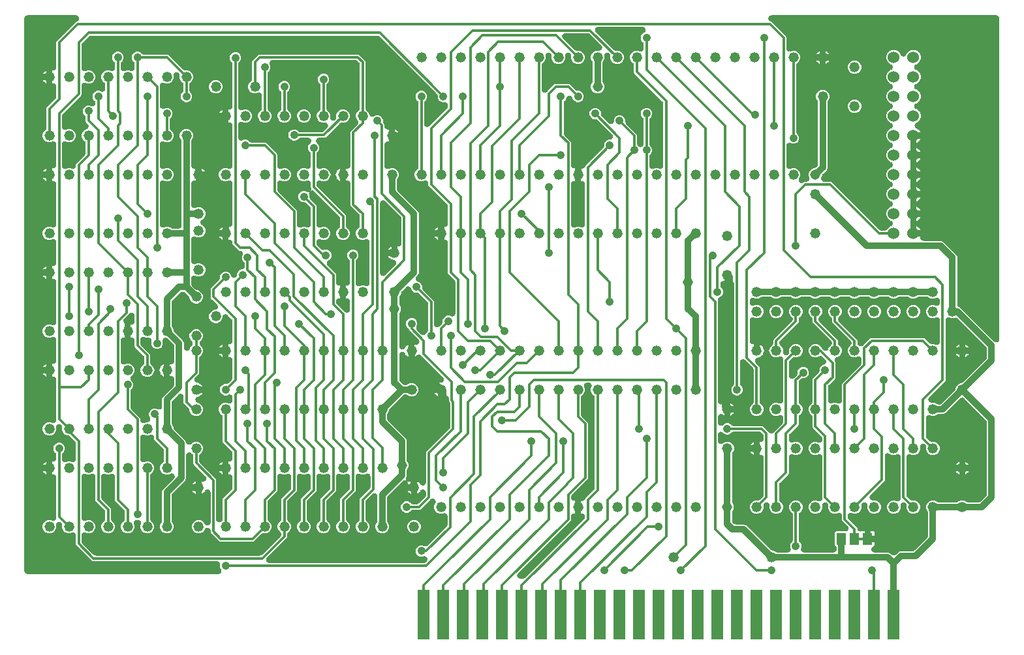
<source format=gbr>
G04 EAGLE Gerber RS-274X export*
G75*
%MOMM*%
%FSLAX34Y34*%
%LPD*%
%INTop Copper*%
%IPPOS*%
%AMOC8*
5,1,8,0,0,1.08239X$1,22.5*%
G01*
%ADD10R,1.524000X6.477000*%
%ADD11C,1.320800*%
%ADD12R,1.300000X1.500000*%
%ADD13C,1.524000*%
%ADD14C,0.812800*%
%ADD15C,1.308000*%
%ADD16C,0.304800*%
%ADD17C,1.058000*%

G36*
X255275Y164399D02*
X255275Y164399D01*
X255391Y164394D01*
X255560Y164411D01*
X255730Y164418D01*
X255843Y164439D01*
X255957Y164451D01*
X256123Y164491D01*
X256290Y164522D01*
X256399Y164559D01*
X256511Y164586D01*
X256669Y164650D01*
X256830Y164704D01*
X256933Y164755D01*
X257040Y164798D01*
X257187Y164883D01*
X257339Y164959D01*
X257434Y165024D01*
X257534Y165082D01*
X257623Y165155D01*
X257808Y165283D01*
X258052Y165508D01*
X258143Y165582D01*
X258778Y166217D01*
X258818Y166263D01*
X258862Y166304D01*
X259004Y166478D01*
X259152Y166647D01*
X259185Y166698D01*
X259223Y166745D01*
X259340Y166937D01*
X259462Y167126D01*
X259487Y167180D01*
X259518Y167232D01*
X259607Y167438D01*
X259702Y167643D01*
X259719Y167700D01*
X259743Y167756D01*
X259801Y167973D01*
X259867Y168188D01*
X259876Y168248D01*
X259892Y168306D01*
X259903Y168423D01*
X259954Y168751D01*
X259957Y168976D01*
X259968Y169090D01*
X259968Y194382D01*
X260510Y195690D01*
X271478Y206658D01*
X271518Y206704D01*
X271562Y206745D01*
X271704Y206919D01*
X271852Y207088D01*
X271885Y207139D01*
X271923Y207186D01*
X272040Y207378D01*
X272162Y207567D01*
X272187Y207621D01*
X272218Y207673D01*
X272307Y207879D01*
X272402Y208083D01*
X272419Y208141D01*
X272443Y208197D01*
X272501Y208413D01*
X272567Y208629D01*
X272576Y208688D01*
X272592Y208747D01*
X272603Y208864D01*
X272654Y209192D01*
X272657Y209417D01*
X272668Y209531D01*
X272668Y222715D01*
X272665Y222764D01*
X272667Y222814D01*
X272645Y223047D01*
X272628Y223283D01*
X272618Y223332D01*
X272613Y223381D01*
X272559Y223610D01*
X272509Y223840D01*
X272492Y223887D01*
X272481Y223935D01*
X272395Y224154D01*
X272313Y224375D01*
X272290Y224419D01*
X272272Y224465D01*
X272156Y224670D01*
X272045Y224878D01*
X272015Y224918D01*
X271991Y224961D01*
X271847Y225148D01*
X271708Y225338D01*
X271674Y225373D01*
X271643Y225413D01*
X271475Y225577D01*
X271311Y225746D01*
X271272Y225776D01*
X271236Y225811D01*
X271046Y225951D01*
X270860Y226095D01*
X270817Y226119D01*
X270777Y226149D01*
X270570Y226260D01*
X270365Y226377D01*
X270319Y226395D01*
X270275Y226419D01*
X270055Y226500D01*
X269836Y226587D01*
X269787Y226599D01*
X269741Y226616D01*
X269511Y226666D01*
X269282Y226721D01*
X269232Y226726D01*
X269184Y226737D01*
X268949Y226754D01*
X268715Y226777D01*
X268665Y226774D01*
X268616Y226778D01*
X268381Y226762D01*
X268145Y226752D01*
X268096Y226743D01*
X268047Y226739D01*
X267817Y226691D01*
X267588Y226649D01*
X267588Y234950D01*
X267588Y243261D01*
X267603Y243257D01*
X267831Y243196D01*
X267880Y243190D01*
X267928Y243179D01*
X268163Y243156D01*
X268396Y243127D01*
X268446Y243128D01*
X268495Y243123D01*
X268731Y243134D01*
X268966Y243138D01*
X269015Y243146D01*
X269065Y243148D01*
X269296Y243191D01*
X269529Y243228D01*
X269576Y243243D01*
X269625Y243252D01*
X269848Y243327D01*
X270073Y243396D01*
X270118Y243418D01*
X270165Y243433D01*
X270376Y243539D01*
X270589Y243639D01*
X270630Y243666D01*
X270674Y243688D01*
X270868Y243822D01*
X271065Y243951D01*
X271102Y243984D01*
X271143Y244012D01*
X271317Y244172D01*
X271493Y244327D01*
X271526Y244365D01*
X271562Y244399D01*
X271712Y244581D01*
X271865Y244759D01*
X271891Y244801D01*
X271923Y244840D01*
X272045Y245041D01*
X272172Y245239D01*
X272193Y245285D01*
X272218Y245327D01*
X272311Y245543D01*
X272409Y245757D01*
X272423Y245805D01*
X272443Y245851D01*
X272504Y246078D01*
X272571Y246303D01*
X272579Y246353D01*
X272592Y246401D01*
X272603Y246512D01*
X272656Y246867D01*
X272658Y247075D01*
X272668Y247185D01*
X272668Y254019D01*
X272664Y254079D01*
X272666Y254139D01*
X272644Y254363D01*
X272628Y254587D01*
X272616Y254646D01*
X272610Y254706D01*
X272556Y254925D01*
X272509Y255144D01*
X272489Y255201D01*
X272474Y255260D01*
X272391Y255468D01*
X272313Y255679D01*
X272285Y255733D01*
X272263Y255789D01*
X272151Y255984D01*
X272045Y256182D01*
X272009Y256230D01*
X271979Y256283D01*
X271904Y256374D01*
X271708Y256642D01*
X271551Y256803D01*
X271478Y256892D01*
X260510Y267860D01*
X259968Y269168D01*
X259968Y300809D01*
X259964Y300870D01*
X259966Y300930D01*
X259944Y301153D01*
X259928Y301378D01*
X259916Y301437D01*
X259910Y301497D01*
X259856Y301715D01*
X259809Y301935D01*
X259789Y301992D01*
X259774Y302050D01*
X259691Y302259D01*
X259613Y302470D01*
X259585Y302523D01*
X259563Y302579D01*
X259451Y302774D01*
X259345Y302973D01*
X259309Y303021D01*
X259279Y303074D01*
X259204Y303165D01*
X259008Y303432D01*
X258851Y303594D01*
X258778Y303683D01*
X256203Y306258D01*
X254888Y309432D01*
X254888Y312868D01*
X256203Y316042D01*
X258633Y318472D01*
X261807Y319787D01*
X265243Y319787D01*
X267050Y319038D01*
X267214Y318984D01*
X267374Y318920D01*
X267484Y318893D01*
X267590Y318858D01*
X267760Y318826D01*
X267928Y318786D01*
X268040Y318775D01*
X268151Y318754D01*
X268323Y318747D01*
X268495Y318730D01*
X268608Y318735D01*
X268720Y318731D01*
X268892Y318747D01*
X269065Y318755D01*
X269175Y318775D01*
X269287Y318787D01*
X269455Y318827D01*
X269625Y318859D01*
X269731Y318895D01*
X269841Y318921D01*
X270001Y318985D01*
X270165Y319040D01*
X270266Y319091D01*
X270370Y319132D01*
X270520Y319218D01*
X270674Y319295D01*
X270767Y319359D01*
X270865Y319415D01*
X271001Y319521D01*
X271143Y319619D01*
X271226Y319696D01*
X271315Y319764D01*
X271435Y319888D01*
X271562Y320005D01*
X271633Y320093D01*
X271712Y320173D01*
X271813Y320313D01*
X271923Y320447D01*
X271981Y320543D01*
X272048Y320634D01*
X272129Y320786D01*
X272218Y320934D01*
X272263Y321037D01*
X272316Y321136D01*
X272375Y321299D01*
X272443Y321457D01*
X272472Y321566D01*
X272511Y321672D01*
X272547Y321841D01*
X272592Y322007D01*
X272600Y322092D01*
X272629Y322229D01*
X272667Y322779D01*
X272668Y322792D01*
X272668Y326330D01*
X272656Y326503D01*
X272654Y326675D01*
X272636Y326786D01*
X272628Y326899D01*
X272592Y327068D01*
X272566Y327238D01*
X272533Y327346D01*
X272509Y327456D01*
X272450Y327618D01*
X272400Y327783D01*
X272352Y327885D01*
X272313Y327991D01*
X272232Y328143D01*
X272159Y328300D01*
X272098Y328394D01*
X272045Y328493D01*
X271943Y328632D01*
X271849Y328778D01*
X271774Y328863D01*
X271708Y328953D01*
X271588Y329077D01*
X271474Y329207D01*
X271389Y329281D01*
X271311Y329361D01*
X271174Y329467D01*
X271044Y329580D01*
X270949Y329641D01*
X270860Y329710D01*
X270710Y329796D01*
X270565Y329889D01*
X270463Y329937D01*
X270365Y329992D01*
X270204Y330056D01*
X270048Y330129D01*
X269940Y330161D01*
X269836Y330203D01*
X269667Y330243D01*
X269502Y330293D01*
X269391Y330310D01*
X269282Y330337D01*
X269110Y330353D01*
X268939Y330380D01*
X268827Y330381D01*
X268715Y330392D01*
X268542Y330384D01*
X268369Y330387D01*
X268258Y330372D01*
X268145Y330367D01*
X267975Y330336D01*
X267804Y330314D01*
X267723Y330289D01*
X267585Y330263D01*
X267062Y330088D01*
X267050Y330084D01*
X267045Y330082D01*
X264982Y329227D01*
X262068Y329227D01*
X259377Y330342D01*
X257317Y332402D01*
X256202Y335093D01*
X256202Y338007D01*
X257317Y340698D01*
X259377Y342758D01*
X262068Y343873D01*
X264135Y343873D01*
X264195Y343877D01*
X264255Y343875D01*
X264479Y343897D01*
X264703Y343913D01*
X264762Y343925D01*
X264822Y343931D01*
X265041Y343985D01*
X265260Y344032D01*
X265317Y344052D01*
X265376Y344067D01*
X265584Y344150D01*
X265795Y344228D01*
X265849Y344256D01*
X265905Y344278D01*
X266100Y344390D01*
X266298Y344496D01*
X266346Y344532D01*
X266399Y344562D01*
X266490Y344637D01*
X266758Y344833D01*
X266919Y344990D01*
X267008Y345063D01*
X271478Y349533D01*
X271518Y349579D01*
X271562Y349620D01*
X271704Y349794D01*
X271852Y349963D01*
X271885Y350014D01*
X271923Y350061D01*
X272040Y350253D01*
X272162Y350442D01*
X272187Y350496D01*
X272218Y350548D01*
X272307Y350754D01*
X272402Y350958D01*
X272419Y351016D01*
X272443Y351072D01*
X272501Y351288D01*
X272567Y351504D01*
X272576Y351563D01*
X272592Y351622D01*
X272603Y351739D01*
X272654Y352067D01*
X272657Y352292D01*
X272668Y352406D01*
X272668Y375115D01*
X272665Y375164D01*
X272667Y375214D01*
X272645Y375448D01*
X272628Y375683D01*
X272618Y375732D01*
X272613Y375781D01*
X272559Y376010D01*
X272509Y376240D01*
X272492Y376287D01*
X272481Y376335D01*
X272395Y376554D01*
X272313Y376775D01*
X272290Y376819D01*
X272272Y376865D01*
X272156Y377070D01*
X272045Y377278D01*
X272015Y377318D01*
X271991Y377361D01*
X271847Y377548D01*
X271708Y377738D01*
X271674Y377773D01*
X271643Y377813D01*
X271475Y377977D01*
X271311Y378146D01*
X271272Y378176D01*
X271236Y378211D01*
X271046Y378351D01*
X270860Y378495D01*
X270817Y378519D01*
X270777Y378549D01*
X270570Y378660D01*
X270365Y378777D01*
X270319Y378795D01*
X270275Y378819D01*
X270055Y378900D01*
X269836Y378987D01*
X269787Y378999D01*
X269741Y379016D01*
X269511Y379066D01*
X269282Y379121D01*
X269232Y379126D01*
X269184Y379137D01*
X268949Y379154D01*
X268715Y379177D01*
X268665Y379174D01*
X268616Y379178D01*
X268381Y379162D01*
X268145Y379152D01*
X268096Y379143D01*
X268047Y379139D01*
X267817Y379091D01*
X267588Y379049D01*
X267588Y387350D01*
X267588Y395661D01*
X267603Y395657D01*
X267831Y395596D01*
X267880Y395590D01*
X267928Y395579D01*
X268163Y395556D01*
X268396Y395527D01*
X268446Y395528D01*
X268495Y395523D01*
X268731Y395534D01*
X268966Y395538D01*
X269015Y395546D01*
X269065Y395548D01*
X269296Y395591D01*
X269529Y395628D01*
X269576Y395643D01*
X269625Y395652D01*
X269848Y395727D01*
X270073Y395796D01*
X270118Y395818D01*
X270165Y395833D01*
X270376Y395939D01*
X270589Y396039D01*
X270630Y396066D01*
X270674Y396088D01*
X270868Y396222D01*
X271065Y396351D01*
X271102Y396384D01*
X271143Y396412D01*
X271317Y396572D01*
X271493Y396727D01*
X271526Y396765D01*
X271562Y396799D01*
X271712Y396981D01*
X271865Y397159D01*
X271891Y397201D01*
X271923Y397240D01*
X272045Y397441D01*
X272172Y397639D01*
X272193Y397685D01*
X272218Y397727D01*
X272311Y397943D01*
X272409Y398157D01*
X272423Y398205D01*
X272443Y398251D01*
X272504Y398478D01*
X272571Y398703D01*
X272579Y398753D01*
X272592Y398801D01*
X272603Y398912D01*
X272656Y399267D01*
X272658Y399475D01*
X272668Y399585D01*
X272668Y425469D01*
X272664Y425529D01*
X272666Y425589D01*
X272644Y425813D01*
X272628Y426037D01*
X272616Y426096D01*
X272610Y426156D01*
X272556Y426374D01*
X272509Y426594D01*
X272489Y426651D01*
X272474Y426710D01*
X272391Y426918D01*
X272313Y427129D01*
X272285Y427183D01*
X272263Y427239D01*
X272151Y427433D01*
X272045Y427632D01*
X272009Y427680D01*
X271979Y427733D01*
X271904Y427824D01*
X271708Y428092D01*
X271551Y428253D01*
X271478Y428342D01*
X266398Y433422D01*
X266311Y433497D01*
X266231Y433580D01*
X266096Y433684D01*
X265968Y433796D01*
X265871Y433858D01*
X265780Y433929D01*
X265633Y434013D01*
X265490Y434105D01*
X265385Y434154D01*
X265285Y434211D01*
X265127Y434274D01*
X264973Y434345D01*
X264863Y434379D01*
X264756Y434421D01*
X264590Y434461D01*
X264428Y434510D01*
X264314Y434528D01*
X264202Y434555D01*
X264032Y434572D01*
X263865Y434598D01*
X263750Y434599D01*
X263635Y434611D01*
X263465Y434603D01*
X263295Y434605D01*
X263181Y434591D01*
X263065Y434586D01*
X262898Y434555D01*
X262730Y434533D01*
X262618Y434503D01*
X262505Y434482D01*
X262344Y434428D01*
X262180Y434383D01*
X262074Y434337D01*
X261965Y434301D01*
X261813Y434224D01*
X261657Y434157D01*
X261559Y434097D01*
X261456Y434046D01*
X261316Y433949D01*
X261171Y433860D01*
X261082Y433787D01*
X260987Y433722D01*
X260862Y433606D01*
X260730Y433498D01*
X260653Y433414D01*
X260568Y433335D01*
X260460Y433204D01*
X260345Y433078D01*
X260280Y432984D01*
X260207Y432894D01*
X260119Y432749D01*
X260023Y432609D01*
X259971Y432506D01*
X259912Y432407D01*
X259845Y432251D01*
X259769Y432099D01*
X259733Y431989D01*
X259687Y431883D01*
X259643Y431719D01*
X259589Y431558D01*
X259568Y431445D01*
X259538Y431333D01*
X259527Y431219D01*
X259487Y430998D01*
X259473Y430666D01*
X259462Y430549D01*
X259462Y430082D01*
X258147Y426908D01*
X255717Y424478D01*
X252543Y423163D01*
X249107Y423163D01*
X245933Y424478D01*
X243503Y426908D01*
X242224Y429996D01*
X242224Y429997D01*
X242188Y430082D01*
X242188Y433518D01*
X243503Y436692D01*
X245933Y439122D01*
X249107Y440437D01*
X249574Y440437D01*
X249689Y440445D01*
X249804Y440443D01*
X249972Y440465D01*
X250142Y440477D01*
X250255Y440501D01*
X250369Y440515D01*
X250533Y440560D01*
X250699Y440596D01*
X250807Y440635D01*
X250919Y440666D01*
X251075Y440733D01*
X251234Y440792D01*
X251336Y440846D01*
X251442Y440892D01*
X251587Y440980D01*
X251737Y441060D01*
X251830Y441128D01*
X251928Y441188D01*
X252059Y441296D01*
X252197Y441397D01*
X252279Y441477D01*
X252368Y441550D01*
X252483Y441675D01*
X252605Y441794D01*
X252676Y441885D01*
X252753Y441970D01*
X252850Y442110D01*
X252954Y442245D01*
X253011Y442345D01*
X253076Y442440D01*
X253152Y442592D01*
X253236Y442740D01*
X253279Y442847D01*
X253330Y442950D01*
X253383Y443111D01*
X253446Y443269D01*
X253473Y443382D01*
X253510Y443491D01*
X253540Y443658D01*
X253580Y443823D01*
X253591Y443938D01*
X253612Y444051D01*
X253619Y444221D01*
X253636Y444390D01*
X253631Y444505D01*
X253635Y444621D01*
X253618Y444790D01*
X253611Y444960D01*
X253590Y445073D01*
X253578Y445187D01*
X253538Y445353D01*
X253507Y445520D01*
X253470Y445629D01*
X253443Y445741D01*
X253380Y445899D01*
X253326Y446060D01*
X253274Y446163D01*
X253231Y446270D01*
X253147Y446417D01*
X253071Y446569D01*
X253005Y446664D01*
X252948Y446764D01*
X252875Y446853D01*
X252747Y447038D01*
X252522Y447282D01*
X252447Y447373D01*
X246207Y453613D01*
X244635Y455185D01*
X244093Y456493D01*
X244093Y467432D01*
X244635Y468740D01*
X255012Y479117D01*
X255052Y479163D01*
X255096Y479204D01*
X255238Y479378D01*
X255386Y479547D01*
X255419Y479598D01*
X255457Y479645D01*
X255574Y479837D01*
X255696Y480026D01*
X255721Y480080D01*
X255752Y480132D01*
X255841Y480338D01*
X255936Y480542D01*
X255953Y480600D01*
X255977Y480656D01*
X256035Y480872D01*
X256101Y481088D01*
X256110Y481147D01*
X256126Y481206D01*
X256137Y481323D01*
X256188Y481651D01*
X256191Y481876D01*
X256202Y481990D01*
X256202Y484057D01*
X257317Y486748D01*
X259377Y488808D01*
X262068Y489923D01*
X264982Y489923D01*
X267673Y488808D01*
X269733Y486748D01*
X270610Y484630D01*
X270636Y484579D01*
X270656Y484525D01*
X270763Y484324D01*
X270864Y484121D01*
X270897Y484073D01*
X270924Y484022D01*
X271059Y483839D01*
X271188Y483651D01*
X271227Y483609D01*
X271261Y483562D01*
X271419Y483399D01*
X271573Y483232D01*
X271618Y483195D01*
X271658Y483154D01*
X271838Y483015D01*
X272014Y482871D01*
X272063Y482841D01*
X272109Y482805D01*
X272307Y482693D01*
X272501Y482574D01*
X272554Y482552D01*
X272604Y482523D01*
X272816Y482439D01*
X273024Y482349D01*
X273080Y482334D01*
X273133Y482313D01*
X273355Y482259D01*
X273574Y482200D01*
X273631Y482192D01*
X273687Y482179D01*
X273914Y482157D01*
X274139Y482128D01*
X274197Y482129D01*
X274254Y482123D01*
X274482Y482133D01*
X274709Y482137D01*
X274766Y482146D01*
X274824Y482148D01*
X275047Y482190D01*
X275272Y482225D01*
X275327Y482242D01*
X275384Y482252D01*
X275599Y482324D01*
X275817Y482391D01*
X275869Y482415D01*
X275924Y482433D01*
X276128Y482535D01*
X276334Y482631D01*
X276382Y482663D01*
X276433Y482688D01*
X276621Y482818D01*
X276811Y482942D01*
X276855Y482980D01*
X276902Y483012D01*
X277069Y483166D01*
X277241Y483316D01*
X277279Y483360D01*
X277321Y483399D01*
X277465Y483575D01*
X277614Y483747D01*
X277645Y483795D01*
X277682Y483840D01*
X277800Y484034D01*
X277923Y484225D01*
X277947Y484278D01*
X277977Y484327D01*
X278067Y484536D01*
X278162Y484742D01*
X278179Y484798D01*
X278202Y484851D01*
X278261Y485070D01*
X278327Y485288D01*
X278336Y485345D01*
X278351Y485401D01*
X278362Y485517D01*
X278413Y485851D01*
X278416Y486071D01*
X278427Y486185D01*
X278427Y487232D01*
X279542Y489923D01*
X281602Y491983D01*
X284293Y493098D01*
X284480Y493098D01*
X284709Y493114D01*
X284940Y493124D01*
X284994Y493134D01*
X285048Y493138D01*
X285274Y493186D01*
X285500Y493228D01*
X285552Y493245D01*
X285606Y493257D01*
X285822Y493336D01*
X286040Y493409D01*
X286089Y493434D01*
X286141Y493453D01*
X286344Y493561D01*
X286549Y493664D01*
X286595Y493695D01*
X286643Y493721D01*
X286829Y493857D01*
X287018Y493988D01*
X287059Y494025D01*
X287103Y494058D01*
X287268Y494218D01*
X287437Y494374D01*
X287472Y494417D01*
X287511Y494455D01*
X287652Y494637D01*
X287798Y494815D01*
X287826Y494863D01*
X287860Y494906D01*
X287974Y495106D01*
X288093Y495303D01*
X288115Y495353D01*
X288142Y495401D01*
X288227Y495615D01*
X288318Y495826D01*
X288332Y495879D01*
X288352Y495930D01*
X288407Y496155D01*
X288467Y496376D01*
X288471Y496420D01*
X288487Y496484D01*
X288542Y497051D01*
X288539Y497117D01*
X288543Y497161D01*
X288543Y499518D01*
X288539Y499578D01*
X288541Y499638D01*
X288519Y499862D01*
X288503Y500086D01*
X288491Y500145D01*
X288485Y500205D01*
X288431Y500424D01*
X288384Y500643D01*
X288364Y500700D01*
X288349Y500759D01*
X288266Y500967D01*
X288188Y501178D01*
X288160Y501232D01*
X288138Y501288D01*
X288026Y501483D01*
X287920Y501681D01*
X287884Y501730D01*
X287854Y501782D01*
X287779Y501873D01*
X287583Y502141D01*
X287426Y502302D01*
X287353Y502391D01*
X285892Y503852D01*
X284777Y506543D01*
X284777Y509457D01*
X285634Y511525D01*
X285689Y511688D01*
X285753Y511849D01*
X285779Y511959D01*
X285815Y512065D01*
X285846Y512235D01*
X285887Y512403D01*
X285898Y512515D01*
X285918Y512626D01*
X285925Y512798D01*
X285942Y512970D01*
X285937Y513083D01*
X285942Y513195D01*
X285925Y513367D01*
X285917Y513540D01*
X285897Y513650D01*
X285886Y513762D01*
X285845Y513930D01*
X285813Y514100D01*
X285778Y514206D01*
X285751Y514316D01*
X285687Y514476D01*
X285632Y514640D01*
X285582Y514741D01*
X285540Y514845D01*
X285454Y514995D01*
X285377Y515149D01*
X285313Y515242D01*
X285257Y515340D01*
X285151Y515476D01*
X285053Y515618D01*
X284977Y515701D01*
X284908Y515790D01*
X284784Y515910D01*
X284667Y516037D01*
X284580Y516108D01*
X284499Y516187D01*
X284360Y516288D01*
X284226Y516398D01*
X284129Y516456D01*
X284039Y516523D01*
X283886Y516604D01*
X283739Y516693D01*
X283635Y516738D01*
X283536Y516791D01*
X283374Y516850D01*
X283215Y516918D01*
X283106Y516947D01*
X283000Y516986D01*
X282832Y517022D01*
X282665Y517067D01*
X282580Y517075D01*
X282443Y517104D01*
X281893Y517142D01*
X281880Y517143D01*
X281868Y517143D01*
X280560Y517685D01*
X273210Y525035D01*
X272668Y526343D01*
X272668Y527515D01*
X272665Y527564D01*
X272667Y527614D01*
X272645Y527848D01*
X272628Y528083D01*
X272618Y528132D01*
X272613Y528181D01*
X272559Y528410D01*
X272509Y528640D01*
X272492Y528687D01*
X272481Y528735D01*
X272395Y528954D01*
X272313Y529175D01*
X272290Y529219D01*
X272272Y529265D01*
X272156Y529470D01*
X272045Y529678D01*
X272015Y529718D01*
X271991Y529761D01*
X271847Y529948D01*
X271708Y530138D01*
X271674Y530173D01*
X271643Y530213D01*
X271475Y530377D01*
X271311Y530546D01*
X271272Y530576D01*
X271236Y530611D01*
X271046Y530751D01*
X270860Y530895D01*
X270817Y530919D01*
X270777Y530949D01*
X270570Y531060D01*
X270365Y531177D01*
X270319Y531195D01*
X270275Y531219D01*
X270055Y531300D01*
X269836Y531387D01*
X269787Y531399D01*
X269741Y531416D01*
X269511Y531466D01*
X269282Y531521D01*
X269232Y531526D01*
X269184Y531537D01*
X268949Y531554D01*
X268715Y531577D01*
X268665Y531574D01*
X268616Y531578D01*
X268381Y531562D01*
X268145Y531552D01*
X268096Y531543D01*
X268047Y531539D01*
X267817Y531491D01*
X267588Y531449D01*
X267588Y539750D01*
X267588Y548061D01*
X267603Y548057D01*
X267831Y547996D01*
X267880Y547990D01*
X267928Y547979D01*
X268163Y547956D01*
X268396Y547927D01*
X268446Y547928D01*
X268495Y547923D01*
X268731Y547934D01*
X268966Y547938D01*
X269015Y547946D01*
X269065Y547948D01*
X269296Y547991D01*
X269529Y548028D01*
X269576Y548043D01*
X269625Y548052D01*
X269848Y548127D01*
X270073Y548196D01*
X270118Y548218D01*
X270165Y548233D01*
X270376Y548339D01*
X270589Y548439D01*
X270630Y548466D01*
X270674Y548488D01*
X270868Y548622D01*
X271065Y548751D01*
X271102Y548784D01*
X271143Y548812D01*
X271317Y548972D01*
X271493Y549127D01*
X271526Y549165D01*
X271562Y549199D01*
X271711Y549381D01*
X271865Y549559D01*
X271891Y549601D01*
X271923Y549640D01*
X272045Y549841D01*
X272172Y550039D01*
X272193Y550085D01*
X272218Y550127D01*
X272311Y550343D01*
X272409Y550557D01*
X272423Y550605D01*
X272443Y550651D01*
X272504Y550878D01*
X272571Y551103D01*
X272579Y551153D01*
X272592Y551201D01*
X272603Y551312D01*
X272656Y551667D01*
X272658Y551875D01*
X272668Y551985D01*
X272668Y604308D01*
X272656Y604480D01*
X272654Y604653D01*
X272636Y604764D01*
X272628Y604876D01*
X272592Y605045D01*
X272566Y605216D01*
X272533Y605324D01*
X272509Y605433D01*
X272450Y605595D01*
X272400Y605761D01*
X272352Y605863D01*
X272313Y605969D01*
X272232Y606121D01*
X272159Y606277D01*
X272098Y606372D01*
X272045Y606471D01*
X271943Y606610D01*
X271849Y606755D01*
X271775Y606840D01*
X271708Y606931D01*
X271588Y607055D01*
X271474Y607185D01*
X271389Y607258D01*
X271311Y607339D01*
X271174Y607445D01*
X271044Y607558D01*
X270949Y607619D01*
X270860Y607688D01*
X270710Y607773D01*
X270565Y607867D01*
X270463Y607914D01*
X270365Y607970D01*
X270204Y608034D01*
X270048Y608106D01*
X269940Y608139D01*
X269836Y608180D01*
X269667Y608221D01*
X269502Y608271D01*
X269391Y608288D01*
X269282Y608314D01*
X269110Y608331D01*
X268939Y608357D01*
X268827Y608359D01*
X268715Y608370D01*
X268542Y608362D01*
X268369Y608364D01*
X268258Y608350D01*
X268145Y608345D01*
X267975Y608313D01*
X267804Y608291D01*
X267723Y608267D01*
X267585Y608241D01*
X267062Y608066D01*
X267050Y608062D01*
X267045Y608060D01*
X265243Y607313D01*
X261807Y607313D01*
X258633Y608628D01*
X256203Y611058D01*
X255464Y612843D01*
X254888Y614232D01*
X254888Y617668D01*
X256203Y620842D01*
X258633Y623272D01*
X261807Y624587D01*
X265243Y624587D01*
X267050Y623838D01*
X267214Y623784D01*
X267374Y623720D01*
X267484Y623693D01*
X267590Y623658D01*
X267760Y623626D01*
X267928Y623586D01*
X268040Y623575D01*
X268151Y623554D01*
X268323Y623547D01*
X268495Y623530D01*
X268608Y623535D01*
X268720Y623531D01*
X268892Y623547D01*
X269065Y623555D01*
X269175Y623575D01*
X269287Y623587D01*
X269455Y623627D01*
X269625Y623659D01*
X269731Y623695D01*
X269841Y623721D01*
X270001Y623785D01*
X270165Y623840D01*
X270266Y623891D01*
X270370Y623932D01*
X270520Y624018D01*
X270674Y624095D01*
X270767Y624159D01*
X270865Y624215D01*
X271001Y624321D01*
X271143Y624419D01*
X271226Y624496D01*
X271315Y624564D01*
X271435Y624688D01*
X271562Y624805D01*
X271633Y624893D01*
X271712Y624973D01*
X271813Y625113D01*
X271923Y625247D01*
X271981Y625343D01*
X272048Y625434D01*
X272129Y625586D01*
X272218Y625734D01*
X272263Y625837D01*
X272316Y625936D01*
X272375Y626099D01*
X272443Y626257D01*
X272472Y626366D01*
X272511Y626472D01*
X272547Y626641D01*
X272592Y626807D01*
X272600Y626892D01*
X272629Y627029D01*
X272667Y627579D01*
X272668Y627592D01*
X272668Y679915D01*
X272665Y679964D01*
X272667Y680014D01*
X272645Y680247D01*
X272628Y680483D01*
X272618Y680532D01*
X272613Y680581D01*
X272559Y680810D01*
X272509Y681040D01*
X272492Y681087D01*
X272481Y681135D01*
X272395Y681353D01*
X272313Y681575D01*
X272290Y681619D01*
X272272Y681665D01*
X272156Y681870D01*
X272045Y682078D01*
X272015Y682118D01*
X271991Y682161D01*
X271847Y682348D01*
X271708Y682538D01*
X271674Y682573D01*
X271643Y682613D01*
X271475Y682777D01*
X271311Y682946D01*
X271272Y682976D01*
X271236Y683011D01*
X271046Y683151D01*
X270860Y683295D01*
X270817Y683319D01*
X270777Y683349D01*
X270570Y683460D01*
X270365Y683577D01*
X270319Y683595D01*
X270275Y683619D01*
X270055Y683700D01*
X269836Y683787D01*
X269787Y683799D01*
X269741Y683816D01*
X269511Y683866D01*
X269282Y683921D01*
X269232Y683926D01*
X269184Y683937D01*
X268949Y683954D01*
X268715Y683977D01*
X268665Y683974D01*
X268616Y683978D01*
X268381Y683962D01*
X268145Y683952D01*
X268096Y683943D01*
X268047Y683939D01*
X267817Y683891D01*
X267588Y683849D01*
X267588Y692150D01*
X267588Y700461D01*
X267603Y700457D01*
X267831Y700396D01*
X267880Y700390D01*
X267928Y700379D01*
X268163Y700356D01*
X268396Y700327D01*
X268446Y700328D01*
X268495Y700323D01*
X268731Y700334D01*
X268966Y700338D01*
X269015Y700346D01*
X269065Y700348D01*
X269296Y700391D01*
X269529Y700428D01*
X269576Y700443D01*
X269625Y700452D01*
X269848Y700527D01*
X270073Y700596D01*
X270118Y700618D01*
X270165Y700633D01*
X270376Y700739D01*
X270589Y700839D01*
X270630Y700866D01*
X270674Y700888D01*
X270868Y701022D01*
X271065Y701151D01*
X271102Y701184D01*
X271143Y701212D01*
X271317Y701372D01*
X271493Y701527D01*
X271526Y701565D01*
X271562Y701599D01*
X271712Y701781D01*
X271865Y701959D01*
X271891Y702001D01*
X271923Y702040D01*
X272045Y702241D01*
X272172Y702439D01*
X272193Y702485D01*
X272218Y702527D01*
X272311Y702743D01*
X272409Y702957D01*
X272423Y703005D01*
X272443Y703051D01*
X272504Y703278D01*
X272571Y703503D01*
X272579Y703553D01*
X272592Y703601D01*
X272603Y703712D01*
X272656Y704067D01*
X272658Y704275D01*
X272668Y704385D01*
X272668Y759189D01*
X272664Y759249D01*
X272666Y759309D01*
X272644Y759533D01*
X272628Y759757D01*
X272616Y759816D01*
X272610Y759876D01*
X272556Y760095D01*
X272509Y760314D01*
X272489Y760371D01*
X272474Y760430D01*
X272391Y760638D01*
X272313Y760849D01*
X272285Y760903D01*
X272263Y760959D01*
X272151Y761154D01*
X272045Y761352D01*
X272009Y761401D01*
X271979Y761453D01*
X271904Y761544D01*
X271708Y761812D01*
X271551Y761973D01*
X271478Y762062D01*
X270017Y763523D01*
X268902Y766214D01*
X268902Y769128D01*
X270017Y771819D01*
X272077Y773879D01*
X274768Y774994D01*
X277682Y774994D01*
X280373Y773879D01*
X282433Y771819D01*
X283548Y769128D01*
X283548Y766214D01*
X282433Y763523D01*
X280972Y762062D01*
X280932Y762016D01*
X280888Y761975D01*
X280746Y761801D01*
X280598Y761632D01*
X280565Y761581D01*
X280527Y761534D01*
X280410Y761342D01*
X280288Y761154D01*
X280263Y761099D01*
X280232Y761047D01*
X280143Y760841D01*
X280048Y760637D01*
X280031Y760579D01*
X280007Y760523D01*
X279949Y760307D01*
X279883Y760091D01*
X279874Y760032D01*
X279858Y759973D01*
X279847Y759856D01*
X279796Y759528D01*
X279793Y759303D01*
X279782Y759189D01*
X279782Y703792D01*
X279794Y703619D01*
X279796Y703447D01*
X279814Y703336D01*
X279822Y703224D01*
X279858Y703055D01*
X279884Y702884D01*
X279917Y702776D01*
X279941Y702667D01*
X280000Y702504D01*
X280050Y702339D01*
X280098Y702237D01*
X280137Y702131D01*
X280218Y701979D01*
X280291Y701823D01*
X280352Y701728D01*
X280405Y701629D01*
X280507Y701490D01*
X280601Y701345D01*
X280675Y701260D01*
X280742Y701169D01*
X280862Y701045D01*
X280976Y700915D01*
X281061Y700842D01*
X281139Y700761D01*
X281276Y700655D01*
X281406Y700542D01*
X281501Y700481D01*
X281590Y700412D01*
X281740Y700327D01*
X281885Y700233D01*
X281987Y700186D01*
X282085Y700130D01*
X282246Y700066D01*
X282402Y699994D01*
X282510Y699961D01*
X282614Y699920D01*
X282783Y699879D01*
X282948Y699829D01*
X283059Y699812D01*
X283168Y699786D01*
X283340Y699769D01*
X283511Y699743D01*
X283623Y699741D01*
X283735Y699730D01*
X283908Y699738D01*
X284081Y699736D01*
X284192Y699750D01*
X284305Y699755D01*
X284475Y699787D01*
X284646Y699809D01*
X284727Y699833D01*
X284865Y699859D01*
X285388Y700034D01*
X285400Y700038D01*
X285405Y700040D01*
X287207Y700787D01*
X290643Y700787D01*
X293817Y699472D01*
X296247Y697042D01*
X297562Y693868D01*
X297562Y690432D01*
X296247Y687258D01*
X293817Y684828D01*
X290643Y683513D01*
X287207Y683513D01*
X285400Y684262D01*
X285236Y684316D01*
X285076Y684380D01*
X284966Y684407D01*
X284860Y684442D01*
X284690Y684474D01*
X284522Y684514D01*
X284410Y684525D01*
X284299Y684546D01*
X284127Y684553D01*
X283955Y684570D01*
X283842Y684565D01*
X283730Y684569D01*
X283558Y684553D01*
X283385Y684545D01*
X283275Y684525D01*
X283163Y684513D01*
X282995Y684473D01*
X282825Y684441D01*
X282719Y684405D01*
X282609Y684379D01*
X282449Y684315D01*
X282285Y684260D01*
X282184Y684209D01*
X282080Y684168D01*
X281930Y684082D01*
X281776Y684005D01*
X281683Y683941D01*
X281585Y683885D01*
X281449Y683779D01*
X281307Y683681D01*
X281224Y683604D01*
X281135Y683536D01*
X281015Y683412D01*
X280888Y683295D01*
X280817Y683207D01*
X280738Y683127D01*
X280637Y682987D01*
X280527Y682853D01*
X280469Y682757D01*
X280402Y682666D01*
X280321Y682514D01*
X280232Y682366D01*
X280187Y682263D01*
X280134Y682164D01*
X280075Y682001D01*
X280007Y681843D01*
X279978Y681734D01*
X279939Y681628D01*
X279903Y681459D01*
X279858Y681293D01*
X279850Y681208D01*
X279821Y681071D01*
X279783Y680520D01*
X279782Y680508D01*
X279782Y664270D01*
X279794Y664097D01*
X279796Y663925D01*
X279814Y663814D01*
X279822Y663701D01*
X279858Y663532D01*
X279884Y663362D01*
X279917Y663254D01*
X279941Y663144D01*
X280000Y662982D01*
X280050Y662817D01*
X280098Y662715D01*
X280137Y662609D01*
X280218Y662457D01*
X280291Y662300D01*
X280352Y662206D01*
X280405Y662107D01*
X280507Y661968D01*
X280601Y661822D01*
X280676Y661737D01*
X280742Y661647D01*
X280862Y661523D01*
X280976Y661393D01*
X281061Y661319D01*
X281139Y661239D01*
X281276Y661133D01*
X281406Y661020D01*
X281501Y660959D01*
X281590Y660890D01*
X281740Y660804D01*
X281885Y660711D01*
X281987Y660663D01*
X282085Y660608D01*
X282246Y660544D01*
X282402Y660471D01*
X282510Y660439D01*
X282614Y660397D01*
X282783Y660357D01*
X282948Y660307D01*
X283059Y660290D01*
X283168Y660263D01*
X283340Y660247D01*
X283511Y660220D01*
X283623Y660219D01*
X283735Y660208D01*
X283908Y660216D01*
X284081Y660213D01*
X284192Y660228D01*
X284305Y660233D01*
X284475Y660264D01*
X284646Y660286D01*
X284727Y660311D01*
X284865Y660337D01*
X285388Y660512D01*
X285400Y660516D01*
X285405Y660518D01*
X287468Y661373D01*
X290382Y661373D01*
X293073Y660258D01*
X294534Y658797D01*
X294580Y658757D01*
X294621Y658713D01*
X294795Y658570D01*
X294964Y658423D01*
X295015Y658390D01*
X295062Y658352D01*
X295254Y658236D01*
X295442Y658113D01*
X295497Y658088D01*
X295549Y658057D01*
X295755Y657968D01*
X295959Y657873D01*
X296017Y657856D01*
X296073Y657832D01*
X296289Y657774D01*
X296505Y657708D01*
X296564Y657699D01*
X296622Y657683D01*
X296740Y657672D01*
X297068Y657621D01*
X297292Y657618D01*
X297407Y657607D01*
X315032Y657607D01*
X316340Y657065D01*
X330040Y643365D01*
X330582Y642057D01*
X330582Y627592D01*
X330594Y627419D01*
X330596Y627247D01*
X330614Y627136D01*
X330622Y627024D01*
X330658Y626855D01*
X330684Y626684D01*
X330717Y626576D01*
X330741Y626467D01*
X330800Y626305D01*
X330850Y626139D01*
X330898Y626037D01*
X330937Y625931D01*
X331018Y625779D01*
X331091Y625623D01*
X331152Y625528D01*
X331205Y625429D01*
X331307Y625290D01*
X331401Y625145D01*
X331475Y625060D01*
X331542Y624969D01*
X331662Y624845D01*
X331776Y624715D01*
X331861Y624642D01*
X331939Y624561D01*
X332076Y624455D01*
X332206Y624342D01*
X332301Y624281D01*
X332390Y624212D01*
X332540Y624127D01*
X332685Y624033D01*
X332787Y623986D01*
X332885Y623930D01*
X333046Y623866D01*
X333202Y623794D01*
X333310Y623761D01*
X333414Y623720D01*
X333583Y623679D01*
X333748Y623629D01*
X333859Y623612D01*
X333968Y623586D01*
X334140Y623569D01*
X334311Y623543D01*
X334423Y623541D01*
X334535Y623530D01*
X334708Y623538D01*
X334881Y623536D01*
X334992Y623550D01*
X335105Y623555D01*
X335275Y623587D01*
X335446Y623609D01*
X335527Y623633D01*
X335665Y623659D01*
X336188Y623834D01*
X336200Y623838D01*
X336205Y623840D01*
X338007Y624587D01*
X341443Y624587D01*
X344617Y623272D01*
X347047Y620842D01*
X348362Y617668D01*
X348362Y614232D01*
X347047Y611058D01*
X344617Y608628D01*
X341443Y607313D01*
X338007Y607313D01*
X336200Y608062D01*
X336036Y608116D01*
X335876Y608180D01*
X335766Y608207D01*
X335660Y608242D01*
X335490Y608274D01*
X335322Y608314D01*
X335210Y608325D01*
X335099Y608346D01*
X334927Y608353D01*
X334755Y608370D01*
X334642Y608365D01*
X334530Y608369D01*
X334358Y608353D01*
X334185Y608345D01*
X334075Y608325D01*
X333963Y608313D01*
X333795Y608273D01*
X333625Y608241D01*
X333519Y608205D01*
X333409Y608179D01*
X333249Y608115D01*
X333085Y608060D01*
X332984Y608009D01*
X332880Y607968D01*
X332730Y607882D01*
X332576Y607805D01*
X332483Y607741D01*
X332385Y607685D01*
X332249Y607579D01*
X332107Y607481D01*
X332024Y607404D01*
X331935Y607336D01*
X331815Y607212D01*
X331688Y607095D01*
X331617Y607007D01*
X331538Y606927D01*
X331437Y606787D01*
X331327Y606653D01*
X331269Y606557D01*
X331202Y606466D01*
X331121Y606314D01*
X331032Y606166D01*
X330987Y606063D01*
X330934Y605964D01*
X330875Y605801D01*
X330807Y605643D01*
X330778Y605534D01*
X330739Y605428D01*
X330703Y605259D01*
X330658Y605093D01*
X330650Y605008D01*
X330621Y604871D01*
X330583Y604321D01*
X330582Y604308D01*
X330582Y596881D01*
X330586Y596821D01*
X330584Y596761D01*
X330606Y596537D01*
X330622Y596313D01*
X330634Y596254D01*
X330640Y596194D01*
X330694Y595975D01*
X330741Y595756D01*
X330761Y595699D01*
X330776Y595640D01*
X330859Y595432D01*
X330937Y595221D01*
X330965Y595167D01*
X330987Y595111D01*
X331099Y594916D01*
X331205Y594718D01*
X331241Y594670D01*
X331271Y594617D01*
X331346Y594526D01*
X331542Y594258D01*
X331699Y594097D01*
X331772Y594008D01*
X355440Y570340D01*
X355982Y569032D01*
X355982Y551392D01*
X355994Y551219D01*
X355996Y551047D01*
X356014Y550936D01*
X356022Y550824D01*
X356058Y550654D01*
X356084Y550484D01*
X356117Y550376D01*
X356141Y550267D01*
X356200Y550105D01*
X356250Y549939D01*
X356298Y549837D01*
X356337Y549731D01*
X356418Y549579D01*
X356491Y549423D01*
X356552Y549328D01*
X356605Y549229D01*
X356707Y549090D01*
X356801Y548945D01*
X356875Y548860D01*
X356942Y548769D01*
X357062Y548645D01*
X357176Y548515D01*
X357261Y548442D01*
X357339Y548361D01*
X357476Y548255D01*
X357606Y548142D01*
X357701Y548081D01*
X357790Y548012D01*
X357940Y547927D01*
X358085Y547833D01*
X358187Y547786D01*
X358285Y547730D01*
X358446Y547666D01*
X358602Y547594D01*
X358710Y547561D01*
X358814Y547520D01*
X358983Y547479D01*
X359148Y547429D01*
X359259Y547412D01*
X359368Y547386D01*
X359540Y547369D01*
X359711Y547343D01*
X359823Y547341D01*
X359935Y547330D01*
X360108Y547338D01*
X360281Y547336D01*
X360392Y547350D01*
X360505Y547355D01*
X360675Y547387D01*
X360846Y547409D01*
X360927Y547433D01*
X361065Y547459D01*
X361588Y547634D01*
X361600Y547638D01*
X361605Y547640D01*
X363407Y548387D01*
X366843Y548387D01*
X368650Y547638D01*
X368814Y547584D01*
X368974Y547520D01*
X369084Y547493D01*
X369190Y547458D01*
X369360Y547426D01*
X369528Y547386D01*
X369640Y547375D01*
X369751Y547354D01*
X369923Y547347D01*
X370095Y547330D01*
X370208Y547335D01*
X370320Y547331D01*
X370492Y547347D01*
X370665Y547355D01*
X370775Y547375D01*
X370887Y547387D01*
X371055Y547427D01*
X371225Y547459D01*
X371331Y547495D01*
X371441Y547521D01*
X371601Y547585D01*
X371765Y547640D01*
X371866Y547691D01*
X371970Y547732D01*
X372120Y547818D01*
X372274Y547895D01*
X372367Y547959D01*
X372465Y548015D01*
X372601Y548121D01*
X372743Y548219D01*
X372826Y548296D01*
X372915Y548364D01*
X373035Y548488D01*
X373162Y548605D01*
X373233Y548693D01*
X373312Y548773D01*
X373413Y548913D01*
X373523Y549047D01*
X373581Y549143D01*
X373648Y549234D01*
X373729Y549386D01*
X373818Y549534D01*
X373863Y549637D01*
X373916Y549736D01*
X373975Y549899D01*
X374043Y550057D01*
X374072Y550166D01*
X374111Y550272D01*
X374147Y550441D01*
X374192Y550607D01*
X374200Y550692D01*
X374229Y550829D01*
X374267Y551379D01*
X374268Y551392D01*
X374268Y571519D01*
X374264Y571579D01*
X374266Y571639D01*
X374244Y571863D01*
X374228Y572087D01*
X374216Y572146D01*
X374210Y572206D01*
X374156Y572425D01*
X374109Y572644D01*
X374089Y572701D01*
X374074Y572760D01*
X373991Y572968D01*
X373913Y573179D01*
X373885Y573233D01*
X373862Y573289D01*
X373751Y573483D01*
X373645Y573682D01*
X373609Y573731D01*
X373579Y573783D01*
X373504Y573874D01*
X373308Y574142D01*
X373151Y574303D01*
X373078Y574392D01*
X368608Y578862D01*
X368562Y578902D01*
X368521Y578946D01*
X368347Y579089D01*
X368178Y579236D01*
X368127Y579269D01*
X368080Y579307D01*
X367888Y579424D01*
X367699Y579546D01*
X367645Y579571D01*
X367593Y579602D01*
X367386Y579691D01*
X367183Y579786D01*
X367125Y579803D01*
X367069Y579827D01*
X366852Y579886D01*
X366637Y579951D01*
X366578Y579960D01*
X366519Y579976D01*
X366402Y579987D01*
X366074Y580038D01*
X365849Y580041D01*
X365735Y580052D01*
X363668Y580052D01*
X360977Y581167D01*
X358917Y583227D01*
X357802Y585918D01*
X357802Y588832D01*
X358917Y591523D01*
X360977Y593583D01*
X363668Y594698D01*
X366582Y594698D01*
X369132Y593641D01*
X369241Y593605D01*
X369347Y593559D01*
X369511Y593515D01*
X369673Y593461D01*
X369786Y593440D01*
X369897Y593409D01*
X370066Y593388D01*
X370233Y593357D01*
X370348Y593353D01*
X370462Y593338D01*
X370632Y593341D01*
X370802Y593334D01*
X370917Y593345D01*
X371032Y593347D01*
X371200Y593373D01*
X371369Y593390D01*
X371481Y593417D01*
X371595Y593435D01*
X371758Y593484D01*
X371923Y593524D01*
X372030Y593567D01*
X372140Y593601D01*
X372294Y593672D01*
X372452Y593735D01*
X372552Y593793D01*
X372650Y593838D01*
X372643Y593830D01*
X372611Y593783D01*
X372573Y593739D01*
X372450Y593548D01*
X372321Y593361D01*
X372295Y593309D01*
X372264Y593261D01*
X372168Y593055D01*
X372067Y592851D01*
X372049Y592796D01*
X372025Y592744D01*
X371959Y592526D01*
X371887Y592310D01*
X371877Y592253D01*
X371860Y592198D01*
X371826Y591973D01*
X371785Y591749D01*
X371782Y591692D01*
X371774Y591635D01*
X371771Y591408D01*
X371762Y591180D01*
X371767Y591123D01*
X371767Y591065D01*
X371796Y590840D01*
X371818Y590613D01*
X371832Y590557D01*
X371839Y590500D01*
X371873Y590389D01*
X371954Y590060D01*
X372036Y589855D01*
X372069Y589746D01*
X372448Y588832D01*
X372448Y586765D01*
X372452Y586705D01*
X372450Y586645D01*
X372472Y586421D01*
X372488Y586197D01*
X372500Y586138D01*
X372506Y586078D01*
X372560Y585859D01*
X372607Y585640D01*
X372627Y585583D01*
X372642Y585524D01*
X372725Y585316D01*
X372803Y585105D01*
X372831Y585051D01*
X372853Y584995D01*
X372965Y584800D01*
X373071Y584602D01*
X373107Y584554D01*
X373137Y584501D01*
X373212Y584410D01*
X373408Y584142D01*
X373565Y583981D01*
X373638Y583892D01*
X379268Y578262D01*
X380840Y576690D01*
X381382Y575382D01*
X381382Y551392D01*
X381394Y551219D01*
X381396Y551047D01*
X381414Y550936D01*
X381422Y550824D01*
X381458Y550654D01*
X381484Y550484D01*
X381517Y550376D01*
X381541Y550267D01*
X381600Y550105D01*
X381650Y549939D01*
X381698Y549837D01*
X381737Y549731D01*
X381818Y549579D01*
X381891Y549423D01*
X381952Y549328D01*
X382005Y549229D01*
X382107Y549090D01*
X382201Y548945D01*
X382275Y548860D01*
X382342Y548769D01*
X382462Y548645D01*
X382576Y548515D01*
X382661Y548442D01*
X382739Y548361D01*
X382876Y548255D01*
X383006Y548142D01*
X383101Y548081D01*
X383190Y548012D01*
X383340Y547927D01*
X383485Y547833D01*
X383587Y547786D01*
X383685Y547730D01*
X383846Y547666D01*
X384002Y547594D01*
X384110Y547561D01*
X384214Y547520D01*
X384383Y547479D01*
X384548Y547429D01*
X384659Y547412D01*
X384768Y547386D01*
X384940Y547369D01*
X385111Y547343D01*
X385223Y547341D01*
X385335Y547330D01*
X385508Y547338D01*
X385681Y547336D01*
X385792Y547350D01*
X385905Y547355D01*
X386075Y547387D01*
X386246Y547409D01*
X386327Y547433D01*
X386465Y547459D01*
X386988Y547634D01*
X387000Y547638D01*
X387005Y547640D01*
X388807Y548387D01*
X392243Y548387D01*
X395417Y547072D01*
X397847Y544642D01*
X399162Y541468D01*
X399162Y538032D01*
X397847Y534858D01*
X395417Y532428D01*
X392243Y531113D01*
X388807Y531113D01*
X387000Y531862D01*
X386836Y531916D01*
X386676Y531980D01*
X386566Y532007D01*
X386460Y532042D01*
X386290Y532074D01*
X386122Y532114D01*
X386010Y532125D01*
X385899Y532146D01*
X385727Y532153D01*
X385555Y532170D01*
X385442Y532165D01*
X385330Y532169D01*
X385158Y532153D01*
X384985Y532145D01*
X384875Y532125D01*
X384763Y532113D01*
X384595Y532073D01*
X384425Y532041D01*
X384319Y532005D01*
X384209Y531979D01*
X384049Y531915D01*
X383885Y531860D01*
X383784Y531809D01*
X383680Y531768D01*
X383530Y531682D01*
X383376Y531605D01*
X383283Y531541D01*
X383185Y531485D01*
X383049Y531379D01*
X382907Y531281D01*
X382824Y531204D01*
X382735Y531136D01*
X382615Y531012D01*
X382488Y530895D01*
X382417Y530807D01*
X382338Y530727D01*
X382237Y530587D01*
X382127Y530453D01*
X382069Y530357D01*
X382002Y530266D01*
X381921Y530114D01*
X381832Y529966D01*
X381787Y529863D01*
X381734Y529764D01*
X381675Y529601D01*
X381607Y529443D01*
X381578Y529334D01*
X381539Y529228D01*
X381503Y529059D01*
X381458Y528893D01*
X381450Y528808D01*
X381421Y528671D01*
X381383Y528121D01*
X381382Y528108D01*
X381382Y527031D01*
X381386Y526971D01*
X381384Y526911D01*
X381406Y526687D01*
X381422Y526463D01*
X381434Y526404D01*
X381440Y526344D01*
X381494Y526126D01*
X381541Y525906D01*
X381561Y525849D01*
X381576Y525790D01*
X381659Y525582D01*
X381737Y525371D01*
X381765Y525317D01*
X381787Y525261D01*
X381899Y525067D01*
X382005Y524868D01*
X382041Y524820D01*
X382071Y524767D01*
X382146Y524676D01*
X382342Y524408D01*
X382499Y524247D01*
X382572Y524158D01*
X387487Y519243D01*
X387490Y519241D01*
X387491Y519239D01*
X387707Y519052D01*
X387917Y518869D01*
X387920Y518867D01*
X387922Y518866D01*
X388161Y518711D01*
X388396Y518559D01*
X388398Y518558D01*
X388401Y518556D01*
X388655Y518439D01*
X388913Y518319D01*
X388915Y518318D01*
X388918Y518317D01*
X389180Y518238D01*
X389458Y518154D01*
X389461Y518154D01*
X389463Y518153D01*
X389740Y518110D01*
X390021Y518067D01*
X390024Y518067D01*
X390026Y518066D01*
X390314Y518063D01*
X390591Y518059D01*
X390593Y518059D01*
X390596Y518059D01*
X390879Y518096D01*
X391156Y518131D01*
X391159Y518132D01*
X391161Y518132D01*
X391174Y518136D01*
X391705Y518282D01*
X391834Y518337D01*
X391916Y518362D01*
X392243Y518498D01*
X395157Y518498D01*
X397848Y517383D01*
X399908Y515323D01*
X401023Y512632D01*
X401023Y509718D01*
X399908Y507027D01*
X397848Y504967D01*
X397254Y504721D01*
X397100Y504644D01*
X396941Y504576D01*
X396845Y504517D01*
X396744Y504467D01*
X396602Y504369D01*
X396455Y504279D01*
X396368Y504207D01*
X396275Y504143D01*
X396148Y504026D01*
X396015Y503917D01*
X395939Y503834D01*
X395856Y503758D01*
X395746Y503624D01*
X395629Y503497D01*
X395566Y503404D01*
X395494Y503317D01*
X395405Y503170D01*
X395307Y503027D01*
X395257Y502927D01*
X395198Y502830D01*
X395130Y502672D01*
X395053Y502517D01*
X395018Y502410D01*
X394973Y502307D01*
X394928Y502140D01*
X394873Y501976D01*
X394853Y501866D01*
X394823Y501757D01*
X394802Y501586D01*
X394771Y501416D01*
X394766Y501303D01*
X394752Y501192D01*
X394755Y501019D01*
X394748Y500847D01*
X394759Y500735D01*
X394761Y500622D01*
X394787Y500451D01*
X394804Y500280D01*
X394831Y500171D01*
X394849Y500059D01*
X394899Y499894D01*
X394940Y499726D01*
X394982Y499622D01*
X395015Y499514D01*
X395087Y499357D01*
X395152Y499197D01*
X395208Y499100D01*
X395255Y498998D01*
X395349Y498853D01*
X395435Y498703D01*
X395490Y498637D01*
X395566Y498520D01*
X395928Y498104D01*
X395936Y498094D01*
X406240Y487790D01*
X406782Y486482D01*
X406782Y475785D01*
X406785Y475736D01*
X406783Y475686D01*
X406805Y475452D01*
X406822Y475217D01*
X406832Y475168D01*
X406837Y475119D01*
X406892Y474890D01*
X406941Y474660D01*
X406958Y474613D01*
X406969Y474565D01*
X407055Y474346D01*
X407137Y474125D01*
X407160Y474081D01*
X407178Y474035D01*
X407294Y473830D01*
X407405Y473622D01*
X407435Y473582D01*
X407459Y473539D01*
X407603Y473352D01*
X407742Y473162D01*
X407776Y473127D01*
X407807Y473087D01*
X407975Y472923D01*
X408139Y472754D01*
X408178Y472724D01*
X408214Y472689D01*
X408404Y472549D01*
X408590Y472405D01*
X408633Y472381D01*
X408673Y472351D01*
X408880Y472240D01*
X409085Y472123D01*
X409131Y472105D01*
X409175Y472081D01*
X409395Y472000D01*
X409614Y471913D01*
X409663Y471901D01*
X409709Y471884D01*
X409939Y471834D01*
X410168Y471779D01*
X410218Y471774D01*
X410266Y471763D01*
X410501Y471746D01*
X410735Y471723D01*
X410785Y471726D01*
X410834Y471722D01*
X411069Y471738D01*
X411305Y471748D01*
X411354Y471757D01*
X411403Y471761D01*
X411633Y471809D01*
X411862Y471851D01*
X411862Y463550D01*
X411862Y455239D01*
X411847Y455243D01*
X411619Y455304D01*
X411570Y455310D01*
X411522Y455321D01*
X411287Y455344D01*
X411054Y455373D01*
X411004Y455372D01*
X410955Y455377D01*
X410719Y455366D01*
X410484Y455362D01*
X410435Y455354D01*
X410385Y455352D01*
X410154Y455309D01*
X409921Y455272D01*
X409874Y455257D01*
X409825Y455248D01*
X409602Y455173D01*
X409377Y455104D01*
X409332Y455082D01*
X409285Y455067D01*
X409074Y454961D01*
X408861Y454861D01*
X408820Y454834D01*
X408776Y454812D01*
X408582Y454678D01*
X408385Y454549D01*
X408348Y454516D01*
X408307Y454488D01*
X408133Y454328D01*
X407957Y454173D01*
X407924Y454135D01*
X407888Y454101D01*
X407738Y453919D01*
X407585Y453741D01*
X407559Y453699D01*
X407527Y453660D01*
X407405Y453459D01*
X407278Y453261D01*
X407257Y453215D01*
X407232Y453173D01*
X407139Y452957D01*
X407041Y452743D01*
X407027Y452695D01*
X407007Y452649D01*
X406946Y452422D01*
X406879Y452197D01*
X406871Y452147D01*
X406858Y452099D01*
X406847Y451988D01*
X406794Y451633D01*
X406792Y451425D01*
X406782Y451315D01*
X406782Y450831D01*
X406786Y450771D01*
X406784Y450711D01*
X406806Y450487D01*
X406822Y450263D01*
X406834Y450204D01*
X406840Y450144D01*
X406894Y449925D01*
X406941Y449706D01*
X406961Y449649D01*
X406976Y449590D01*
X407059Y449382D01*
X407137Y449171D01*
X407165Y449117D01*
X407187Y449061D01*
X407299Y448866D01*
X407405Y448668D01*
X407441Y448620D01*
X407471Y448567D01*
X407546Y448476D01*
X407742Y448208D01*
X407899Y448047D01*
X407972Y447958D01*
X417368Y438562D01*
X418132Y437798D01*
X418219Y437723D01*
X418299Y437640D01*
X418434Y437536D01*
X418562Y437425D01*
X418659Y437362D01*
X418750Y437291D01*
X418897Y437207D01*
X419040Y437115D01*
X419145Y437066D01*
X419245Y437009D01*
X419403Y436946D01*
X419557Y436875D01*
X419667Y436841D01*
X419774Y436799D01*
X419940Y436759D01*
X420102Y436710D01*
X420216Y436692D01*
X420328Y436665D01*
X420498Y436648D01*
X420665Y436622D01*
X420780Y436621D01*
X420895Y436609D01*
X421065Y436617D01*
X421235Y436615D01*
X421349Y436629D01*
X421465Y436634D01*
X421632Y436665D01*
X421800Y436687D01*
X421912Y436717D01*
X422025Y436738D01*
X422186Y436792D01*
X422350Y436837D01*
X422456Y436883D01*
X422565Y436919D01*
X422717Y436996D01*
X422873Y437063D01*
X422971Y437123D01*
X423074Y437174D01*
X423214Y437271D01*
X423359Y437360D01*
X423448Y437433D01*
X423543Y437498D01*
X423668Y437614D01*
X423799Y437722D01*
X423877Y437806D01*
X423962Y437885D01*
X424070Y438016D01*
X424185Y438141D01*
X424250Y438236D01*
X424323Y438326D01*
X424411Y438471D01*
X424507Y438611D01*
X424559Y438714D01*
X424618Y438813D01*
X424685Y438969D01*
X424761Y439121D01*
X424797Y439231D01*
X424843Y439337D01*
X424887Y439501D01*
X424941Y439662D01*
X424962Y439775D01*
X424992Y439887D01*
X425003Y440001D01*
X425043Y440222D01*
X425057Y440554D01*
X425068Y440671D01*
X425068Y451315D01*
X425065Y451364D01*
X425067Y451414D01*
X425045Y451647D01*
X425028Y451883D01*
X425018Y451932D01*
X425013Y451981D01*
X424959Y452210D01*
X424909Y452440D01*
X424892Y452487D01*
X424881Y452535D01*
X424795Y452754D01*
X424713Y452975D01*
X424690Y453019D01*
X424672Y453065D01*
X424556Y453270D01*
X424445Y453478D01*
X424415Y453518D01*
X424391Y453561D01*
X424247Y453748D01*
X424108Y453938D01*
X424074Y453973D01*
X424043Y454013D01*
X423875Y454177D01*
X423711Y454346D01*
X423672Y454376D01*
X423636Y454411D01*
X423446Y454551D01*
X423260Y454695D01*
X423217Y454719D01*
X423177Y454749D01*
X422970Y454860D01*
X422765Y454977D01*
X422719Y454995D01*
X422675Y455019D01*
X422455Y455100D01*
X422236Y455187D01*
X422187Y455199D01*
X422141Y455216D01*
X421911Y455266D01*
X421682Y455321D01*
X421632Y455326D01*
X421584Y455337D01*
X421349Y455354D01*
X421115Y455377D01*
X421065Y455374D01*
X421016Y455378D01*
X420781Y455362D01*
X420545Y455352D01*
X420496Y455343D01*
X420447Y455339D01*
X420217Y455291D01*
X419988Y455249D01*
X419988Y463550D01*
X419988Y471861D01*
X420003Y471857D01*
X420231Y471796D01*
X420280Y471790D01*
X420328Y471779D01*
X420563Y471756D01*
X420796Y471727D01*
X420846Y471728D01*
X420895Y471723D01*
X421131Y471734D01*
X421366Y471738D01*
X421415Y471746D01*
X421465Y471748D01*
X421696Y471791D01*
X421929Y471828D01*
X421976Y471843D01*
X422025Y471852D01*
X422248Y471927D01*
X422473Y471996D01*
X422518Y472018D01*
X422565Y472033D01*
X422776Y472139D01*
X422989Y472239D01*
X423030Y472266D01*
X423074Y472288D01*
X423268Y472422D01*
X423465Y472551D01*
X423502Y472584D01*
X423543Y472612D01*
X423717Y472772D01*
X423893Y472927D01*
X423926Y472965D01*
X423962Y472999D01*
X424112Y473181D01*
X424265Y473359D01*
X424291Y473401D01*
X424323Y473440D01*
X424445Y473641D01*
X424572Y473839D01*
X424593Y473885D01*
X424618Y473927D01*
X424711Y474143D01*
X424809Y474357D01*
X424823Y474405D01*
X424843Y474451D01*
X424904Y474678D01*
X424971Y474903D01*
X424979Y474953D01*
X424992Y475001D01*
X425003Y475112D01*
X425056Y475467D01*
X425058Y475675D01*
X425068Y475785D01*
X425068Y502693D01*
X425064Y502753D01*
X425066Y502813D01*
X425044Y503037D01*
X425028Y503261D01*
X425016Y503320D01*
X425010Y503380D01*
X424956Y503599D01*
X424909Y503818D01*
X424889Y503875D01*
X424874Y503934D01*
X424791Y504142D01*
X424713Y504353D01*
X424685Y504407D01*
X424663Y504463D01*
X424551Y504658D01*
X424445Y504856D01*
X424409Y504905D01*
X424379Y504957D01*
X424304Y505048D01*
X424108Y505316D01*
X423951Y505477D01*
X423878Y505566D01*
X422417Y507027D01*
X421302Y509718D01*
X421302Y512632D01*
X422417Y515323D01*
X424477Y517383D01*
X427168Y518498D01*
X430082Y518498D01*
X432773Y517383D01*
X434833Y515323D01*
X435948Y512632D01*
X435948Y509718D01*
X434833Y507027D01*
X433372Y505566D01*
X433332Y505520D01*
X433288Y505479D01*
X433146Y505305D01*
X432998Y505136D01*
X432965Y505085D01*
X432927Y505038D01*
X432810Y504846D01*
X432688Y504658D01*
X432663Y504603D01*
X432632Y504551D01*
X432543Y504345D01*
X432448Y504141D01*
X432431Y504083D01*
X432407Y504027D01*
X432349Y503811D01*
X432283Y503595D01*
X432274Y503536D01*
X432258Y503477D01*
X432247Y503360D01*
X432196Y503032D01*
X432193Y502807D01*
X432182Y502693D01*
X432182Y475192D01*
X432194Y475019D01*
X432196Y474847D01*
X432214Y474736D01*
X432222Y474624D01*
X432258Y474455D01*
X432284Y474284D01*
X432317Y474176D01*
X432341Y474067D01*
X432400Y473905D01*
X432450Y473739D01*
X432498Y473637D01*
X432537Y473531D01*
X432618Y473379D01*
X432691Y473223D01*
X432752Y473128D01*
X432805Y473029D01*
X432907Y472890D01*
X433001Y472745D01*
X433075Y472660D01*
X433142Y472569D01*
X433262Y472445D01*
X433376Y472315D01*
X433461Y472242D01*
X433539Y472161D01*
X433676Y472055D01*
X433806Y471942D01*
X433901Y471881D01*
X433990Y471812D01*
X434140Y471727D01*
X434285Y471633D01*
X434387Y471586D01*
X434485Y471530D01*
X434646Y471466D01*
X434802Y471394D01*
X434910Y471361D01*
X435014Y471320D01*
X435183Y471279D01*
X435348Y471229D01*
X435459Y471212D01*
X435568Y471186D01*
X435740Y471169D01*
X435911Y471143D01*
X436023Y471141D01*
X436135Y471130D01*
X436308Y471138D01*
X436481Y471136D01*
X436592Y471150D01*
X436705Y471155D01*
X436875Y471187D01*
X437046Y471209D01*
X437127Y471233D01*
X437265Y471259D01*
X437788Y471434D01*
X437800Y471438D01*
X437805Y471440D01*
X439607Y472187D01*
X443043Y472187D01*
X444850Y471438D01*
X445014Y471384D01*
X445174Y471320D01*
X445284Y471293D01*
X445390Y471258D01*
X445560Y471226D01*
X445728Y471186D01*
X445840Y471175D01*
X445951Y471154D01*
X446123Y471147D01*
X446295Y471130D01*
X446408Y471135D01*
X446520Y471131D01*
X446692Y471147D01*
X446865Y471155D01*
X446975Y471175D01*
X447087Y471187D01*
X447255Y471227D01*
X447425Y471259D01*
X447531Y471295D01*
X447641Y471321D01*
X447801Y471385D01*
X447965Y471440D01*
X448066Y471491D01*
X448170Y471532D01*
X448320Y471618D01*
X448474Y471695D01*
X448567Y471759D01*
X448665Y471815D01*
X448801Y471921D01*
X448943Y472019D01*
X449026Y472096D01*
X449115Y472164D01*
X449235Y472288D01*
X449362Y472405D01*
X449433Y472493D01*
X449512Y472573D01*
X449613Y472713D01*
X449723Y472847D01*
X449781Y472943D01*
X449848Y473034D01*
X449929Y473186D01*
X450018Y473334D01*
X450063Y473437D01*
X450116Y473536D01*
X450175Y473699D01*
X450243Y473857D01*
X450272Y473966D01*
X450311Y474072D01*
X450347Y474241D01*
X450392Y474407D01*
X450400Y474492D01*
X450429Y474629D01*
X450467Y475179D01*
X450468Y475192D01*
X450468Y528108D01*
X450456Y528280D01*
X450454Y528453D01*
X450436Y528564D01*
X450428Y528676D01*
X450392Y528845D01*
X450366Y529016D01*
X450333Y529124D01*
X450309Y529233D01*
X450250Y529395D01*
X450200Y529561D01*
X450152Y529663D01*
X450113Y529769D01*
X450032Y529921D01*
X449959Y530077D01*
X449898Y530172D01*
X449845Y530271D01*
X449743Y530410D01*
X449649Y530555D01*
X449575Y530640D01*
X449508Y530731D01*
X449388Y530855D01*
X449274Y530985D01*
X449189Y531058D01*
X449111Y531139D01*
X448974Y531245D01*
X448844Y531358D01*
X448749Y531419D01*
X448660Y531488D01*
X448510Y531573D01*
X448365Y531667D01*
X448263Y531714D01*
X448165Y531770D01*
X448004Y531834D01*
X447848Y531906D01*
X447740Y531939D01*
X447636Y531980D01*
X447467Y532021D01*
X447302Y532071D01*
X447191Y532088D01*
X447082Y532114D01*
X446910Y532131D01*
X446739Y532157D01*
X446627Y532159D01*
X446515Y532170D01*
X446342Y532162D01*
X446169Y532164D01*
X446058Y532150D01*
X445945Y532145D01*
X445775Y532113D01*
X445604Y532091D01*
X445523Y532067D01*
X445385Y532041D01*
X444862Y531866D01*
X444850Y531862D01*
X444845Y531860D01*
X443043Y531113D01*
X439607Y531113D01*
X436433Y532428D01*
X434003Y534858D01*
X432688Y538032D01*
X432688Y541468D01*
X434003Y544642D01*
X436578Y547217D01*
X436618Y547263D01*
X436662Y547304D01*
X436804Y547478D01*
X436952Y547648D01*
X436985Y547698D01*
X437023Y547745D01*
X437140Y547937D01*
X437262Y548126D01*
X437287Y548181D01*
X437318Y548232D01*
X437407Y548438D01*
X437502Y548643D01*
X437519Y548700D01*
X437543Y548756D01*
X437601Y548973D01*
X437667Y549188D01*
X437676Y549248D01*
X437692Y549306D01*
X437703Y549423D01*
X437754Y549751D01*
X437757Y549976D01*
X437768Y550091D01*
X437768Y561994D01*
X437764Y562054D01*
X437766Y562114D01*
X437744Y562338D01*
X437728Y562562D01*
X437716Y562621D01*
X437710Y562681D01*
X437656Y562900D01*
X437609Y563119D01*
X437589Y563176D01*
X437574Y563235D01*
X437491Y563443D01*
X437413Y563654D01*
X437385Y563708D01*
X437363Y563764D01*
X437251Y563959D01*
X437145Y564157D01*
X437109Y564205D01*
X437079Y564258D01*
X437004Y564349D01*
X436808Y564617D01*
X436651Y564778D01*
X436578Y564867D01*
X426245Y575200D01*
X425703Y576508D01*
X425703Y604038D01*
X425700Y604085D01*
X425702Y604133D01*
X425680Y604369D01*
X425663Y604607D01*
X425653Y604653D01*
X425649Y604700D01*
X425594Y604932D01*
X425544Y605164D01*
X425528Y605208D01*
X425517Y605254D01*
X425430Y605476D01*
X425348Y605699D01*
X425326Y605741D01*
X425309Y605785D01*
X425192Y605992D01*
X425080Y606201D01*
X425052Y606240D01*
X425028Y606281D01*
X424883Y606470D01*
X424743Y606661D01*
X424710Y606695D01*
X424681Y606733D01*
X424512Y606899D01*
X424346Y607070D01*
X424308Y607099D01*
X424275Y607132D01*
X424083Y607273D01*
X423895Y607418D01*
X423854Y607442D01*
X423816Y607470D01*
X423607Y607583D01*
X423400Y607701D01*
X423356Y607718D01*
X423315Y607740D01*
X423092Y607823D01*
X422871Y607911D01*
X422825Y607922D01*
X422780Y607938D01*
X422549Y607989D01*
X422317Y608045D01*
X422270Y608049D01*
X422224Y608059D01*
X421987Y608077D01*
X421750Y608100D01*
X421702Y608098D01*
X421655Y608102D01*
X421419Y608086D01*
X421180Y608075D01*
X421134Y608067D01*
X421087Y608064D01*
X420854Y608015D01*
X420620Y607971D01*
X420575Y607956D01*
X420529Y607947D01*
X420427Y607906D01*
X420080Y607790D01*
X419988Y607744D01*
X419988Y615950D01*
X419988Y624156D01*
X420101Y624112D01*
X420320Y624019D01*
X420365Y624007D01*
X420409Y623989D01*
X420641Y623933D01*
X420870Y623872D01*
X420917Y623866D01*
X420963Y623855D01*
X421200Y623832D01*
X421436Y623804D01*
X421483Y623805D01*
X421530Y623800D01*
X421768Y623810D01*
X422006Y623815D01*
X422052Y623822D01*
X422100Y623825D01*
X422333Y623868D01*
X422568Y623906D01*
X422613Y623920D01*
X422660Y623929D01*
X422885Y624004D01*
X423112Y624075D01*
X423155Y624095D01*
X423200Y624110D01*
X423413Y624217D01*
X423628Y624318D01*
X423667Y624344D01*
X423709Y624365D01*
X423905Y624500D01*
X424104Y624631D01*
X424139Y624662D01*
X424178Y624689D01*
X424353Y624850D01*
X424532Y625007D01*
X424562Y625043D01*
X424597Y625075D01*
X424748Y625259D01*
X424902Y625440D01*
X424928Y625479D01*
X424958Y625516D01*
X425081Y625719D01*
X425209Y625920D01*
X425229Y625963D01*
X425253Y626003D01*
X425347Y626221D01*
X425446Y626438D01*
X425459Y626484D01*
X425478Y626527D01*
X425540Y626756D01*
X425607Y626985D01*
X425614Y627031D01*
X425627Y627077D01*
X425637Y627187D01*
X425691Y627548D01*
X425693Y627752D01*
X425703Y627862D01*
X425703Y671267D01*
X426245Y672575D01*
X427817Y674147D01*
X434592Y680922D01*
X434743Y681096D01*
X434899Y681266D01*
X434930Y681311D01*
X434966Y681352D01*
X435091Y681546D01*
X435221Y681735D01*
X435246Y681784D01*
X435276Y681831D01*
X435373Y682040D01*
X435475Y682245D01*
X435492Y682298D01*
X435516Y682347D01*
X435582Y682567D01*
X435655Y682786D01*
X435665Y682840D01*
X435681Y682893D01*
X435716Y683120D01*
X435758Y683347D01*
X435760Y683402D01*
X435768Y683456D01*
X435771Y683685D01*
X435781Y683916D01*
X435775Y683971D01*
X435776Y684026D01*
X435747Y684254D01*
X435724Y684483D01*
X435711Y684536D01*
X435704Y684591D01*
X435643Y684813D01*
X435588Y685036D01*
X435568Y685087D01*
X435553Y685140D01*
X435462Y685352D01*
X435377Y685565D01*
X435349Y685613D01*
X435327Y685663D01*
X435208Y685860D01*
X435093Y686060D01*
X435065Y686094D01*
X435031Y686150D01*
X434669Y686590D01*
X434620Y686634D01*
X434592Y686669D01*
X434003Y687258D01*
X432849Y690044D01*
X432849Y690045D01*
X432688Y690432D01*
X432688Y693868D01*
X434003Y697042D01*
X436578Y699617D01*
X436618Y699663D01*
X436662Y699704D01*
X436804Y699878D01*
X436952Y700048D01*
X436985Y700098D01*
X437023Y700145D01*
X437140Y700337D01*
X437262Y700526D01*
X437287Y700581D01*
X437318Y700632D01*
X437407Y700838D01*
X437502Y701043D01*
X437519Y701100D01*
X437543Y701156D01*
X437601Y701373D01*
X437667Y701588D01*
X437676Y701648D01*
X437692Y701706D01*
X437703Y701823D01*
X437754Y702151D01*
X437757Y702376D01*
X437768Y702491D01*
X437768Y758844D01*
X437764Y758904D01*
X437766Y758964D01*
X437744Y759188D01*
X437728Y759412D01*
X437716Y759471D01*
X437710Y759531D01*
X437656Y759750D01*
X437609Y759969D01*
X437589Y760026D01*
X437574Y760085D01*
X437491Y760293D01*
X437413Y760504D01*
X437385Y760558D01*
X437363Y760614D01*
X437251Y760809D01*
X437145Y761007D01*
X437109Y761056D01*
X437079Y761108D01*
X437004Y761199D01*
X436808Y761467D01*
X436651Y761628D01*
X436578Y761717D01*
X434692Y763603D01*
X434646Y763643D01*
X434605Y763687D01*
X434431Y763829D01*
X434262Y763977D01*
X434211Y764010D01*
X434164Y764048D01*
X433972Y764165D01*
X433783Y764287D01*
X433729Y764312D01*
X433677Y764343D01*
X433471Y764432D01*
X433267Y764527D01*
X433209Y764544D01*
X433153Y764568D01*
X432937Y764626D01*
X432721Y764692D01*
X432662Y764701D01*
X432603Y764717D01*
X432486Y764728D01*
X432158Y764779D01*
X431933Y764782D01*
X431819Y764793D01*
X324545Y764793D01*
X324372Y764781D01*
X324200Y764779D01*
X324089Y764761D01*
X323977Y764753D01*
X323807Y764717D01*
X323637Y764691D01*
X323529Y764658D01*
X323419Y764634D01*
X323257Y764575D01*
X323092Y764525D01*
X322990Y764477D01*
X322884Y764438D01*
X322732Y764357D01*
X322575Y764284D01*
X322481Y764223D01*
X322382Y764170D01*
X322242Y764068D01*
X322098Y763974D01*
X322013Y763900D01*
X321922Y763833D01*
X321798Y763713D01*
X321668Y763599D01*
X321594Y763514D01*
X321514Y763436D01*
X321408Y763299D01*
X321295Y763169D01*
X321234Y763074D01*
X321165Y762985D01*
X321079Y762835D01*
X320986Y762690D01*
X320938Y762588D01*
X320883Y762490D01*
X320819Y762329D01*
X320746Y762173D01*
X320714Y762065D01*
X320672Y761961D01*
X320632Y761793D01*
X320582Y761627D01*
X320565Y761516D01*
X320538Y761407D01*
X320522Y761235D01*
X320495Y761064D01*
X320494Y760952D01*
X320483Y760840D01*
X320491Y760667D01*
X320488Y760494D01*
X320503Y760383D01*
X320508Y760270D01*
X320539Y760100D01*
X320561Y759929D01*
X320586Y759848D01*
X320612Y759710D01*
X320787Y759186D01*
X320791Y759175D01*
X320793Y759170D01*
X321648Y757107D01*
X321648Y754193D01*
X320533Y751502D01*
X319072Y750041D01*
X319032Y749995D01*
X318988Y749954D01*
X318846Y749780D01*
X318698Y749611D01*
X318665Y749560D01*
X318627Y749513D01*
X318510Y749321D01*
X318388Y749133D01*
X318363Y749078D01*
X318332Y749026D01*
X318243Y748820D01*
X318148Y748616D01*
X318131Y748558D01*
X318107Y748502D01*
X318049Y748286D01*
X317983Y748070D01*
X317974Y748011D01*
X317958Y747952D01*
X317947Y747835D01*
X317896Y747507D01*
X317893Y747282D01*
X317882Y747168D01*
X317882Y702490D01*
X317886Y702430D01*
X317884Y702370D01*
X317906Y702146D01*
X317922Y701922D01*
X317934Y701863D01*
X317940Y701803D01*
X317994Y701584D01*
X318041Y701365D01*
X318061Y701308D01*
X318076Y701250D01*
X318159Y701041D01*
X318237Y700830D01*
X318265Y700776D01*
X318288Y700721D01*
X318399Y700526D01*
X318505Y700327D01*
X318541Y700279D01*
X318571Y700226D01*
X318646Y700135D01*
X318842Y699868D01*
X318999Y699706D01*
X319072Y699617D01*
X321647Y697042D01*
X322962Y693868D01*
X322962Y690432D01*
X321647Y687258D01*
X319217Y684828D01*
X316043Y683513D01*
X312607Y683513D01*
X309433Y684828D01*
X307003Y687258D01*
X305849Y690044D01*
X305849Y690045D01*
X305688Y690432D01*
X305688Y693868D01*
X307003Y697042D01*
X309578Y699617D01*
X309618Y699663D01*
X309662Y699704D01*
X309805Y699878D01*
X309952Y700047D01*
X309985Y700098D01*
X310023Y700145D01*
X310139Y700337D01*
X310262Y700526D01*
X310287Y700581D01*
X310318Y700632D01*
X310407Y700838D01*
X310502Y701043D01*
X310519Y701100D01*
X310543Y701156D01*
X310601Y701373D01*
X310667Y701588D01*
X310676Y701648D01*
X310692Y701706D01*
X310703Y701823D01*
X310754Y702151D01*
X310757Y702376D01*
X310768Y702490D01*
X310768Y718608D01*
X310756Y718780D01*
X310754Y718953D01*
X310736Y719064D01*
X310728Y719176D01*
X310692Y719345D01*
X310666Y719516D01*
X310633Y719624D01*
X310609Y719733D01*
X310550Y719895D01*
X310500Y720061D01*
X310452Y720163D01*
X310413Y720269D01*
X310332Y720421D01*
X310259Y720577D01*
X310198Y720672D01*
X310145Y720771D01*
X310043Y720910D01*
X309949Y721055D01*
X309875Y721140D01*
X309808Y721231D01*
X309688Y721355D01*
X309574Y721485D01*
X309489Y721558D01*
X309411Y721639D01*
X309274Y721745D01*
X309144Y721858D01*
X309049Y721919D01*
X308960Y721988D01*
X308810Y722073D01*
X308665Y722167D01*
X308563Y722214D01*
X308465Y722270D01*
X308304Y722334D01*
X308148Y722406D01*
X308040Y722439D01*
X307936Y722480D01*
X307767Y722521D01*
X307602Y722571D01*
X307491Y722588D01*
X307382Y722614D01*
X307210Y722631D01*
X307039Y722657D01*
X306927Y722659D01*
X306815Y722670D01*
X306642Y722662D01*
X306469Y722664D01*
X306358Y722650D01*
X306245Y722645D01*
X306075Y722613D01*
X305904Y722591D01*
X305823Y722567D01*
X305685Y722541D01*
X305162Y722366D01*
X305150Y722362D01*
X305145Y722360D01*
X303343Y721613D01*
X299907Y721613D01*
X296733Y722928D01*
X294303Y725358D01*
X293783Y726613D01*
X293783Y726614D01*
X292988Y728532D01*
X292988Y731968D01*
X294303Y735142D01*
X296878Y737717D01*
X296918Y737763D01*
X296962Y737804D01*
X297104Y737978D01*
X297252Y738148D01*
X297285Y738198D01*
X297323Y738245D01*
X297440Y738437D01*
X297562Y738626D01*
X297587Y738681D01*
X297618Y738732D01*
X297707Y738938D01*
X297802Y739143D01*
X297819Y739200D01*
X297843Y739256D01*
X297901Y739472D01*
X297967Y739688D01*
X297976Y739747D01*
X297992Y739806D01*
X298003Y739923D01*
X298054Y740251D01*
X298057Y740476D01*
X298068Y740591D01*
X298068Y762707D01*
X298610Y764015D01*
X305960Y771365D01*
X307268Y771907D01*
X435682Y771907D01*
X436990Y771365D01*
X438562Y769793D01*
X442768Y765587D01*
X444340Y764015D01*
X444882Y762707D01*
X444882Y702491D01*
X444886Y702430D01*
X444884Y702370D01*
X444906Y702147D01*
X444922Y701922D01*
X444934Y701863D01*
X444940Y701803D01*
X444994Y701585D01*
X445041Y701365D01*
X445061Y701308D01*
X445076Y701250D01*
X445159Y701041D01*
X445237Y700830D01*
X445265Y700777D01*
X445287Y700721D01*
X445399Y700526D01*
X445505Y700327D01*
X445541Y700279D01*
X445571Y700226D01*
X445646Y700135D01*
X445842Y699868D01*
X445999Y699706D01*
X446072Y699617D01*
X448647Y697042D01*
X450014Y693741D01*
X450092Y693586D01*
X450160Y693427D01*
X450219Y693331D01*
X450269Y693231D01*
X450367Y693088D01*
X450457Y692941D01*
X450528Y692854D01*
X450592Y692762D01*
X450709Y692635D01*
X450819Y692501D01*
X450902Y692425D01*
X450978Y692342D01*
X451111Y692233D01*
X451239Y692116D01*
X451332Y692052D01*
X451418Y691981D01*
X451566Y691891D01*
X451709Y691793D01*
X451809Y691743D01*
X451905Y691685D01*
X452064Y691616D01*
X452219Y691539D01*
X452325Y691504D01*
X452429Y691460D01*
X452596Y691414D01*
X452760Y691360D01*
X452870Y691339D01*
X452978Y691310D01*
X453150Y691288D01*
X453320Y691257D01*
X453432Y691253D01*
X453544Y691239D01*
X453717Y691241D01*
X453889Y691234D01*
X454001Y691245D01*
X454113Y691247D01*
X454284Y691274D01*
X454456Y691291D01*
X454566Y691318D01*
X454676Y691335D01*
X454842Y691385D01*
X455010Y691427D01*
X455114Y691468D01*
X455221Y691501D01*
X455378Y691574D01*
X455539Y691638D01*
X455636Y691694D01*
X455738Y691742D01*
X455883Y691836D01*
X456033Y691922D01*
X456047Y691933D01*
X458918Y693123D01*
X461832Y693123D01*
X464523Y692008D01*
X466583Y689948D01*
X467698Y687257D01*
X467698Y685190D01*
X467702Y685130D01*
X467700Y685070D01*
X467722Y684846D01*
X467738Y684622D01*
X467750Y684563D01*
X467756Y684503D01*
X467810Y684284D01*
X467857Y684065D01*
X467877Y684008D01*
X467892Y683949D01*
X467975Y683741D01*
X468053Y683530D01*
X468081Y683476D01*
X468103Y683420D01*
X468215Y683225D01*
X468321Y683027D01*
X468357Y682979D01*
X468387Y682926D01*
X468462Y682835D01*
X468658Y682567D01*
X468815Y682406D01*
X468888Y682317D01*
X469105Y682100D01*
X469647Y680792D01*
X469647Y678662D01*
X469650Y678615D01*
X469648Y678567D01*
X469670Y678330D01*
X469687Y678093D01*
X469697Y678047D01*
X469701Y678000D01*
X469756Y677768D01*
X469806Y677536D01*
X469822Y677492D01*
X469833Y677446D01*
X469920Y677224D01*
X470002Y677001D01*
X470024Y676959D01*
X470041Y676915D01*
X470158Y676708D01*
X470270Y676499D01*
X470298Y676460D01*
X470322Y676419D01*
X470467Y676230D01*
X470607Y676039D01*
X470640Y676005D01*
X470669Y675967D01*
X470838Y675801D01*
X471004Y675630D01*
X471042Y675601D01*
X471075Y675568D01*
X471267Y675427D01*
X471455Y675282D01*
X471496Y675258D01*
X471534Y675230D01*
X471743Y675117D01*
X471950Y674999D01*
X471994Y674982D01*
X472035Y674960D01*
X472258Y674877D01*
X472479Y674789D01*
X472525Y674778D01*
X472570Y674762D01*
X472801Y674711D01*
X473033Y674655D01*
X473080Y674651D01*
X473126Y674641D01*
X473363Y674623D01*
X473600Y674600D01*
X473648Y674602D01*
X473695Y674598D01*
X473931Y674614D01*
X474170Y674625D01*
X474216Y674633D01*
X474263Y674636D01*
X474496Y674685D01*
X474730Y674729D01*
X474775Y674744D01*
X474821Y674753D01*
X474923Y674794D01*
X475270Y674910D01*
X475362Y674956D01*
X475362Y666750D01*
X475362Y658544D01*
X475249Y658588D01*
X475030Y658681D01*
X474985Y658693D01*
X474941Y658711D01*
X474709Y658767D01*
X474480Y658828D01*
X474433Y658834D01*
X474387Y658845D01*
X474150Y658868D01*
X473914Y658896D01*
X473867Y658895D01*
X473820Y658900D01*
X473582Y658890D01*
X473344Y658885D01*
X473298Y658878D01*
X473250Y658875D01*
X473017Y658832D01*
X472782Y658794D01*
X472737Y658780D01*
X472690Y658771D01*
X472465Y658696D01*
X472238Y658625D01*
X472195Y658605D01*
X472150Y658590D01*
X471937Y658483D01*
X471722Y658382D01*
X471683Y658356D01*
X471641Y658335D01*
X471445Y658200D01*
X471246Y658069D01*
X471211Y658038D01*
X471172Y658011D01*
X470997Y657850D01*
X470818Y657693D01*
X470788Y657657D01*
X470753Y657625D01*
X470602Y657440D01*
X470448Y657260D01*
X470422Y657221D01*
X470392Y657184D01*
X470269Y656981D01*
X470141Y656780D01*
X470121Y656737D01*
X470097Y656697D01*
X470003Y656479D01*
X469904Y656262D01*
X469891Y656216D01*
X469872Y656173D01*
X469810Y655943D01*
X469743Y655715D01*
X469736Y655669D01*
X469723Y655623D01*
X469713Y655513D01*
X469659Y655152D01*
X469657Y654948D01*
X469647Y654838D01*
X469647Y627329D01*
X469659Y627157D01*
X469661Y626984D01*
X469679Y626873D01*
X469687Y626761D01*
X469723Y626592D01*
X469749Y626421D01*
X469782Y626313D01*
X469806Y626204D01*
X469865Y626041D01*
X469915Y625876D01*
X469963Y625774D01*
X470002Y625668D01*
X470083Y625516D01*
X470156Y625360D01*
X470217Y625265D01*
X470270Y625166D01*
X470372Y625027D01*
X470466Y624882D01*
X470540Y624797D01*
X470607Y624706D01*
X470727Y624582D01*
X470841Y624452D01*
X470926Y624379D01*
X471004Y624298D01*
X471141Y624192D01*
X471271Y624079D01*
X471366Y624018D01*
X471455Y623949D01*
X471605Y623863D01*
X471750Y623770D01*
X471852Y623723D01*
X471950Y623667D01*
X472111Y623603D01*
X472267Y623531D01*
X472375Y623498D01*
X472479Y623457D01*
X472648Y623416D01*
X472813Y623366D01*
X472924Y623349D01*
X473033Y623323D01*
X473205Y623306D01*
X473376Y623280D01*
X473488Y623278D01*
X473600Y623267D01*
X473773Y623275D01*
X473946Y623273D01*
X474057Y623287D01*
X474170Y623292D01*
X474340Y623323D01*
X474511Y623346D01*
X474592Y623370D01*
X474730Y623396D01*
X475253Y623571D01*
X475265Y623575D01*
X475270Y623577D01*
X477707Y624587D01*
X481143Y624587D01*
X484317Y623272D01*
X486747Y620842D01*
X488062Y617668D01*
X488062Y614232D01*
X486747Y611058D01*
X486712Y611023D01*
X486672Y610977D01*
X486628Y610936D01*
X486486Y610762D01*
X486338Y610592D01*
X486305Y610542D01*
X486267Y610495D01*
X486150Y610303D01*
X486028Y610114D01*
X486003Y610059D01*
X485972Y610008D01*
X485883Y609802D01*
X485788Y609597D01*
X485771Y609540D01*
X485747Y609484D01*
X485689Y609267D01*
X485623Y609052D01*
X485614Y608992D01*
X485598Y608934D01*
X485587Y608817D01*
X485536Y608489D01*
X485533Y608264D01*
X485522Y608149D01*
X485522Y597933D01*
X485526Y597873D01*
X485524Y597813D01*
X485546Y597589D01*
X485562Y597365D01*
X485574Y597306D01*
X485580Y597246D01*
X485634Y597028D01*
X485681Y596808D01*
X485701Y596751D01*
X485716Y596692D01*
X485799Y596484D01*
X485877Y596273D01*
X485905Y596219D01*
X485927Y596163D01*
X486039Y595969D01*
X486145Y595770D01*
X486181Y595722D01*
X486211Y595669D01*
X486286Y595578D01*
X486482Y595310D01*
X486639Y595149D01*
X486712Y595060D01*
X513169Y568604D01*
X514097Y566363D01*
X514097Y487737D01*
X513169Y485496D01*
X511461Y483789D01*
X511348Y483658D01*
X511227Y483534D01*
X511161Y483443D01*
X511087Y483359D01*
X510993Y483214D01*
X510891Y483074D01*
X510838Y482975D01*
X510777Y482880D01*
X510705Y482724D01*
X510623Y482571D01*
X510585Y482466D01*
X510537Y482364D01*
X510487Y482198D01*
X510428Y482036D01*
X510405Y481926D01*
X510372Y481818D01*
X510346Y481647D01*
X510310Y481479D01*
X510302Y481366D01*
X510285Y481255D01*
X510283Y481083D01*
X510271Y480910D01*
X510279Y480798D01*
X510277Y480685D01*
X510299Y480514D01*
X510311Y480342D01*
X510335Y480232D01*
X510349Y480120D01*
X510395Y479953D01*
X510431Y479785D01*
X510470Y479679D01*
X510500Y479571D01*
X510568Y479412D01*
X510628Y479250D01*
X510681Y479151D01*
X510726Y479048D01*
X510816Y478900D01*
X510897Y478748D01*
X510964Y478657D01*
X511022Y478561D01*
X511132Y478428D01*
X511234Y478288D01*
X511313Y478208D01*
X511384Y478121D01*
X511512Y478004D01*
X511632Y477881D01*
X511721Y477812D01*
X511804Y477736D01*
X511946Y477638D01*
X512083Y477533D01*
X512159Y477492D01*
X512274Y477413D01*
X512767Y477168D01*
X512779Y477162D01*
X515323Y476108D01*
X517383Y474048D01*
X518498Y471357D01*
X518498Y469290D01*
X518502Y469230D01*
X518500Y469170D01*
X518522Y468946D01*
X518538Y468722D01*
X518550Y468663D01*
X518556Y468603D01*
X518610Y468384D01*
X518657Y468165D01*
X518677Y468108D01*
X518692Y468049D01*
X518775Y467841D01*
X518853Y467630D01*
X518881Y467576D01*
X518903Y467520D01*
X519015Y467325D01*
X519121Y467127D01*
X519157Y467079D01*
X519187Y467026D01*
X519262Y466935D01*
X519458Y466667D01*
X519615Y466506D01*
X519688Y466417D01*
X533240Y452865D01*
X533782Y451557D01*
X533782Y421621D01*
X533790Y421506D01*
X533788Y421391D01*
X533810Y421223D01*
X533822Y421053D01*
X533846Y420940D01*
X533860Y420826D01*
X533905Y420662D01*
X533941Y420496D01*
X533980Y420388D01*
X534011Y420276D01*
X534078Y420120D01*
X534137Y419961D01*
X534191Y419859D01*
X534237Y419753D01*
X534325Y419608D01*
X534405Y419458D01*
X534473Y419365D01*
X534533Y419267D01*
X534642Y419135D01*
X534742Y418998D01*
X534822Y418916D01*
X534895Y418827D01*
X535021Y418712D01*
X535139Y418590D01*
X535230Y418519D01*
X535315Y418442D01*
X535455Y418345D01*
X535590Y418241D01*
X535690Y418184D01*
X535785Y418119D01*
X535937Y418043D01*
X536085Y417959D01*
X536192Y417916D01*
X536295Y417865D01*
X536456Y417812D01*
X536614Y417749D01*
X536727Y417722D01*
X536836Y417685D01*
X537003Y417655D01*
X537168Y417615D01*
X537283Y417604D01*
X537396Y417583D01*
X537566Y417576D01*
X537735Y417559D01*
X537850Y417564D01*
X537966Y417560D01*
X538135Y417577D01*
X538305Y417584D01*
X538418Y417605D01*
X538533Y417617D01*
X538698Y417657D01*
X538865Y417688D01*
X538974Y417725D01*
X539086Y417752D01*
X539244Y417815D01*
X539405Y417869D01*
X539508Y417921D01*
X539615Y417964D01*
X539762Y418048D01*
X539914Y418124D01*
X540009Y418190D01*
X540109Y418247D01*
X540198Y418321D01*
X540383Y418448D01*
X540627Y418673D01*
X540718Y418748D01*
X541482Y419512D01*
X543937Y421967D01*
X543977Y422013D01*
X544021Y422054D01*
X544163Y422228D01*
X544311Y422397D01*
X544344Y422448D01*
X544382Y422495D01*
X544499Y422687D01*
X544621Y422876D01*
X544646Y422930D01*
X544677Y422982D01*
X544765Y423188D01*
X544861Y423392D01*
X544878Y423450D01*
X544902Y423506D01*
X544960Y423722D01*
X545026Y423938D01*
X545035Y423997D01*
X545051Y424056D01*
X545062Y424173D01*
X545113Y424501D01*
X545116Y424726D01*
X545127Y424840D01*
X545127Y426907D01*
X546242Y429598D01*
X548302Y431658D01*
X550993Y432773D01*
X553907Y432773D01*
X555975Y431916D01*
X556138Y431861D01*
X556299Y431797D01*
X556409Y431771D01*
X556515Y431735D01*
X556685Y431704D01*
X556853Y431663D01*
X556965Y431652D01*
X557076Y431632D01*
X557248Y431625D01*
X557420Y431608D01*
X557533Y431613D01*
X557645Y431608D01*
X557817Y431625D01*
X557990Y431633D01*
X558100Y431653D01*
X558212Y431664D01*
X558380Y431705D01*
X558550Y431737D01*
X558656Y431772D01*
X558766Y431799D01*
X558926Y431863D01*
X559090Y431918D01*
X559191Y431968D01*
X559295Y432010D01*
X559445Y432096D01*
X559599Y432173D01*
X559692Y432237D01*
X559790Y432293D01*
X559926Y432399D01*
X560068Y432497D01*
X560151Y432573D01*
X560240Y432642D01*
X560360Y432766D01*
X560487Y432883D01*
X560558Y432970D01*
X560637Y433051D01*
X560738Y433190D01*
X560848Y433324D01*
X560906Y433421D01*
X560973Y433511D01*
X561054Y433664D01*
X561143Y433811D01*
X561188Y433915D01*
X561241Y434014D01*
X561300Y434176D01*
X561368Y434335D01*
X561397Y434444D01*
X561436Y434550D01*
X561472Y434718D01*
X561517Y434885D01*
X561525Y434970D01*
X561554Y435107D01*
X561592Y435657D01*
X561593Y435670D01*
X561593Y476269D01*
X561589Y476329D01*
X561591Y476389D01*
X561569Y476613D01*
X561553Y476837D01*
X561541Y476896D01*
X561535Y476956D01*
X561481Y477175D01*
X561434Y477394D01*
X561414Y477451D01*
X561399Y477510D01*
X561316Y477718D01*
X561238Y477929D01*
X561210Y477983D01*
X561188Y478039D01*
X561076Y478234D01*
X560970Y478432D01*
X560934Y478480D01*
X560904Y478533D01*
X560829Y478624D01*
X560633Y478892D01*
X560476Y479053D01*
X560403Y479142D01*
X552610Y486935D01*
X552068Y488243D01*
X552068Y527515D01*
X552065Y527564D01*
X552067Y527614D01*
X552045Y527848D01*
X552028Y528083D01*
X552018Y528132D01*
X552013Y528181D01*
X551959Y528410D01*
X551909Y528640D01*
X551892Y528687D01*
X551881Y528735D01*
X551795Y528954D01*
X551713Y529175D01*
X551690Y529219D01*
X551672Y529265D01*
X551556Y529470D01*
X551445Y529678D01*
X551415Y529718D01*
X551391Y529761D01*
X551247Y529948D01*
X551108Y530138D01*
X551074Y530173D01*
X551043Y530213D01*
X550875Y530377D01*
X550711Y530546D01*
X550672Y530576D01*
X550636Y530611D01*
X550446Y530751D01*
X550260Y530895D01*
X550217Y530919D01*
X550177Y530949D01*
X549970Y531060D01*
X549765Y531177D01*
X549719Y531195D01*
X549675Y531219D01*
X549455Y531300D01*
X549236Y531387D01*
X549187Y531399D01*
X549141Y531416D01*
X548911Y531466D01*
X548682Y531521D01*
X548632Y531526D01*
X548584Y531537D01*
X548349Y531554D01*
X548115Y531577D01*
X548065Y531574D01*
X548016Y531578D01*
X547781Y531562D01*
X547545Y531552D01*
X547496Y531543D01*
X547447Y531539D01*
X547217Y531491D01*
X546988Y531449D01*
X546988Y539750D01*
X546988Y548061D01*
X547003Y548057D01*
X547231Y547996D01*
X547280Y547990D01*
X547328Y547979D01*
X547563Y547956D01*
X547796Y547927D01*
X547846Y547928D01*
X547895Y547923D01*
X548131Y547934D01*
X548366Y547938D01*
X548415Y547946D01*
X548465Y547948D01*
X548696Y547991D01*
X548929Y548028D01*
X548976Y548043D01*
X549025Y548052D01*
X549248Y548127D01*
X549473Y548196D01*
X549518Y548218D01*
X549565Y548233D01*
X549776Y548339D01*
X549989Y548439D01*
X550030Y548466D01*
X550074Y548488D01*
X550268Y548622D01*
X550465Y548751D01*
X550502Y548784D01*
X550543Y548812D01*
X550717Y548972D01*
X550893Y549127D01*
X550926Y549165D01*
X550962Y549199D01*
X551111Y549381D01*
X551265Y549559D01*
X551291Y549601D01*
X551323Y549640D01*
X551445Y549841D01*
X551572Y550039D01*
X551593Y550085D01*
X551618Y550127D01*
X551711Y550343D01*
X551809Y550557D01*
X551823Y550605D01*
X551843Y550651D01*
X551904Y550878D01*
X551971Y551103D01*
X551979Y551153D01*
X551992Y551201D01*
X552003Y551312D01*
X552056Y551667D01*
X552058Y551875D01*
X552068Y551985D01*
X552068Y574694D01*
X552064Y574754D01*
X552066Y574814D01*
X552044Y575038D01*
X552028Y575262D01*
X552016Y575321D01*
X552010Y575381D01*
X551956Y575600D01*
X551909Y575819D01*
X551889Y575876D01*
X551874Y575935D01*
X551791Y576143D01*
X551713Y576354D01*
X551685Y576408D01*
X551663Y576464D01*
X551551Y576659D01*
X551445Y576857D01*
X551409Y576905D01*
X551379Y576958D01*
X551304Y577049D01*
X551199Y577193D01*
X551158Y577252D01*
X551147Y577264D01*
X551108Y577317D01*
X550951Y577478D01*
X550878Y577567D01*
X527210Y601235D01*
X526668Y602543D01*
X526668Y604308D01*
X526656Y604480D01*
X526654Y604653D01*
X526636Y604764D01*
X526628Y604876D01*
X526592Y605045D01*
X526566Y605216D01*
X526533Y605324D01*
X526509Y605433D01*
X526450Y605595D01*
X526400Y605761D01*
X526352Y605863D01*
X526313Y605969D01*
X526232Y606121D01*
X526159Y606277D01*
X526098Y606372D01*
X526045Y606471D01*
X525943Y606610D01*
X525849Y606755D01*
X525775Y606840D01*
X525708Y606931D01*
X525588Y607055D01*
X525474Y607185D01*
X525389Y607258D01*
X525311Y607339D01*
X525174Y607445D01*
X525044Y607558D01*
X524949Y607619D01*
X524860Y607688D01*
X524710Y607773D01*
X524565Y607867D01*
X524463Y607914D01*
X524365Y607970D01*
X524204Y608034D01*
X524048Y608106D01*
X523940Y608139D01*
X523836Y608180D01*
X523667Y608221D01*
X523502Y608271D01*
X523391Y608288D01*
X523282Y608314D01*
X523110Y608331D01*
X522939Y608357D01*
X522827Y608359D01*
X522715Y608370D01*
X522542Y608362D01*
X522369Y608364D01*
X522258Y608350D01*
X522145Y608345D01*
X521975Y608313D01*
X521804Y608291D01*
X521723Y608267D01*
X521585Y608241D01*
X521062Y608066D01*
X521050Y608062D01*
X521045Y608060D01*
X519243Y607313D01*
X515807Y607313D01*
X512633Y608628D01*
X510203Y611058D01*
X509464Y612843D01*
X508888Y614232D01*
X508888Y617668D01*
X510203Y620842D01*
X512778Y623417D01*
X512818Y623463D01*
X512862Y623504D01*
X513005Y623678D01*
X513152Y623847D01*
X513185Y623898D01*
X513223Y623945D01*
X513339Y624137D01*
X513462Y624326D01*
X513487Y624381D01*
X513518Y624432D01*
X513607Y624638D01*
X513702Y624843D01*
X513719Y624900D01*
X513743Y624956D01*
X513801Y625173D01*
X513867Y625388D01*
X513876Y625448D01*
X513892Y625506D01*
X513903Y625623D01*
X513954Y625951D01*
X513957Y626176D01*
X513968Y626290D01*
X513968Y709068D01*
X513964Y709128D01*
X513966Y709188D01*
X513944Y709412D01*
X513928Y709636D01*
X513916Y709695D01*
X513910Y709755D01*
X513856Y709974D01*
X513809Y710193D01*
X513789Y710250D01*
X513774Y710309D01*
X513691Y710517D01*
X513613Y710728D01*
X513585Y710782D01*
X513563Y710838D01*
X513451Y711033D01*
X513345Y711231D01*
X513309Y711280D01*
X513279Y711332D01*
X513204Y711423D01*
X513008Y711691D01*
X512851Y711852D01*
X512778Y711941D01*
X511317Y713402D01*
X510202Y716093D01*
X510202Y719007D01*
X511317Y721698D01*
X513377Y723758D01*
X516068Y724873D01*
X518982Y724873D01*
X521673Y723758D01*
X523733Y721698D01*
X524848Y719007D01*
X524848Y716093D01*
X523733Y713402D01*
X522272Y711941D01*
X522232Y711895D01*
X522188Y711854D01*
X522046Y711680D01*
X521898Y711511D01*
X521865Y711460D01*
X521827Y711413D01*
X521710Y711221D01*
X521588Y711033D01*
X521563Y710978D01*
X521532Y710926D01*
X521443Y710720D01*
X521348Y710516D01*
X521331Y710458D01*
X521307Y710402D01*
X521249Y710186D01*
X521183Y709970D01*
X521174Y709911D01*
X521158Y709852D01*
X521147Y709735D01*
X521096Y709407D01*
X521093Y709182D01*
X521082Y709068D01*
X521082Y681971D01*
X521090Y681856D01*
X521088Y681741D01*
X521110Y681573D01*
X521122Y681403D01*
X521146Y681290D01*
X521160Y681176D01*
X521205Y681012D01*
X521241Y680846D01*
X521280Y680738D01*
X521311Y680626D01*
X521378Y680470D01*
X521437Y680311D01*
X521491Y680209D01*
X521537Y680103D01*
X521625Y679958D01*
X521705Y679808D01*
X521773Y679715D01*
X521833Y679617D01*
X521942Y679485D01*
X522042Y679348D01*
X522122Y679266D01*
X522195Y679177D01*
X522321Y679062D01*
X522439Y678940D01*
X522530Y678869D01*
X522615Y678792D01*
X522755Y678695D01*
X522890Y678591D01*
X522990Y678534D01*
X523085Y678469D01*
X523237Y678393D01*
X523385Y678309D01*
X523492Y678266D01*
X523595Y678215D01*
X523756Y678162D01*
X523914Y678099D01*
X524027Y678072D01*
X524136Y678035D01*
X524303Y678005D01*
X524468Y677965D01*
X524583Y677954D01*
X524696Y677933D01*
X524866Y677926D01*
X525035Y677909D01*
X525150Y677914D01*
X525266Y677910D01*
X525435Y677927D01*
X525605Y677934D01*
X525718Y677955D01*
X525833Y677967D01*
X525998Y678007D01*
X526165Y678038D01*
X526274Y678075D01*
X526386Y678102D01*
X526544Y678165D01*
X526705Y678219D01*
X526808Y678271D01*
X526915Y678314D01*
X527062Y678398D01*
X527214Y678474D01*
X527309Y678540D01*
X527409Y678597D01*
X527498Y678671D01*
X527683Y678798D01*
X527927Y679023D01*
X528018Y679098D01*
X528782Y679862D01*
X550878Y701958D01*
X550918Y702004D01*
X550962Y702045D01*
X551104Y702219D01*
X551252Y702388D01*
X551285Y702439D01*
X551323Y702486D01*
X551440Y702678D01*
X551562Y702867D01*
X551587Y702921D01*
X551618Y702973D01*
X551707Y703179D01*
X551802Y703383D01*
X551819Y703441D01*
X551843Y703497D01*
X551901Y703713D01*
X551967Y703929D01*
X551976Y703988D01*
X551992Y704047D01*
X552003Y704164D01*
X552054Y704492D01*
X552057Y704717D01*
X552068Y704831D01*
X552068Y706164D01*
X552052Y706393D01*
X552042Y706624D01*
X552032Y706678D01*
X552028Y706732D01*
X551980Y706958D01*
X551938Y707184D01*
X551921Y707236D01*
X551909Y707290D01*
X551830Y707506D01*
X551757Y707724D01*
X551732Y707773D01*
X551713Y707825D01*
X551605Y708027D01*
X551502Y708233D01*
X551471Y708279D01*
X551445Y708327D01*
X551309Y708513D01*
X551178Y708702D01*
X551141Y708743D01*
X551108Y708787D01*
X550948Y708952D01*
X550792Y709121D01*
X550749Y709156D01*
X550711Y709195D01*
X550529Y709336D01*
X550351Y709482D01*
X550303Y709510D01*
X550260Y709544D01*
X550060Y709658D01*
X549863Y709777D01*
X549813Y709799D01*
X549765Y709826D01*
X549551Y709911D01*
X549340Y710002D01*
X549287Y710016D01*
X549236Y710036D01*
X549011Y710091D01*
X548790Y710151D01*
X548746Y710155D01*
X548682Y710171D01*
X548115Y710226D01*
X548049Y710223D01*
X548005Y710227D01*
X544643Y710227D01*
X541952Y711342D01*
X539892Y713402D01*
X538777Y716093D01*
X538777Y718160D01*
X538773Y718220D01*
X538775Y718280D01*
X538753Y718504D01*
X538737Y718728D01*
X538725Y718787D01*
X538719Y718847D01*
X538665Y719066D01*
X538618Y719285D01*
X538598Y719342D01*
X538583Y719401D01*
X538500Y719609D01*
X538422Y719820D01*
X538394Y719874D01*
X538372Y719930D01*
X538260Y720125D01*
X538154Y720323D01*
X538118Y720372D01*
X538088Y720424D01*
X538013Y720515D01*
X537817Y720783D01*
X537660Y720944D01*
X537587Y721033D01*
X463267Y795353D01*
X463221Y795393D01*
X463180Y795437D01*
X463006Y795579D01*
X462837Y795727D01*
X462786Y795760D01*
X462739Y795798D01*
X462547Y795915D01*
X462358Y796037D01*
X462304Y796062D01*
X462252Y796093D01*
X462046Y796182D01*
X461842Y796277D01*
X461784Y796294D01*
X461728Y796318D01*
X461512Y796376D01*
X461296Y796442D01*
X461237Y796451D01*
X461178Y796467D01*
X461061Y796478D01*
X460733Y796529D01*
X460508Y796532D01*
X460394Y796543D01*
X88881Y796543D01*
X88821Y796539D01*
X88761Y796541D01*
X88537Y796519D01*
X88313Y796503D01*
X88254Y796491D01*
X88194Y796485D01*
X87975Y796431D01*
X87756Y796384D01*
X87699Y796364D01*
X87640Y796349D01*
X87432Y796266D01*
X87221Y796188D01*
X87167Y796160D01*
X87111Y796138D01*
X86916Y796026D01*
X86718Y795920D01*
X86670Y795884D01*
X86617Y795854D01*
X86526Y795779D01*
X86258Y795583D01*
X86097Y795426D01*
X86008Y795353D01*
X77772Y787117D01*
X77732Y787071D01*
X77688Y787030D01*
X77546Y786856D01*
X77398Y786687D01*
X77365Y786636D01*
X77327Y786589D01*
X77210Y786397D01*
X77088Y786208D01*
X77063Y786154D01*
X77032Y786102D01*
X76943Y785896D01*
X76848Y785692D01*
X76831Y785634D01*
X76807Y785578D01*
X76749Y785362D01*
X76683Y785146D01*
X76674Y785087D01*
X76658Y785028D01*
X76647Y784911D01*
X76596Y784583D01*
X76593Y784358D01*
X76582Y784244D01*
X76582Y754592D01*
X76594Y754419D01*
X76596Y754247D01*
X76614Y754136D01*
X76622Y754024D01*
X76658Y753855D01*
X76684Y753684D01*
X76717Y753576D01*
X76741Y753467D01*
X76800Y753305D01*
X76850Y753139D01*
X76898Y753037D01*
X76937Y752931D01*
X77018Y752779D01*
X77091Y752623D01*
X77152Y752528D01*
X77205Y752429D01*
X77307Y752290D01*
X77401Y752145D01*
X77475Y752060D01*
X77542Y751969D01*
X77662Y751845D01*
X77776Y751715D01*
X77861Y751642D01*
X77939Y751561D01*
X78076Y751455D01*
X78206Y751342D01*
X78301Y751281D01*
X78390Y751212D01*
X78540Y751127D01*
X78685Y751033D01*
X78787Y750986D01*
X78885Y750930D01*
X79046Y750866D01*
X79202Y750794D01*
X79310Y750761D01*
X79414Y750720D01*
X79583Y750679D01*
X79748Y750629D01*
X79859Y750612D01*
X79968Y750586D01*
X80140Y750569D01*
X80311Y750543D01*
X80423Y750541D01*
X80535Y750530D01*
X80708Y750538D01*
X80881Y750536D01*
X80992Y750550D01*
X81105Y750555D01*
X81275Y750587D01*
X81446Y750609D01*
X81527Y750633D01*
X81665Y750659D01*
X82188Y750834D01*
X82200Y750838D01*
X82205Y750840D01*
X84007Y751587D01*
X87443Y751587D01*
X90617Y750272D01*
X93047Y747842D01*
X94362Y744668D01*
X94362Y741232D01*
X93047Y738058D01*
X90617Y735628D01*
X87443Y734313D01*
X84007Y734313D01*
X82200Y735062D01*
X82036Y735116D01*
X81876Y735180D01*
X81766Y735207D01*
X81660Y735242D01*
X81490Y735274D01*
X81322Y735314D01*
X81210Y735325D01*
X81099Y735346D01*
X80927Y735353D01*
X80755Y735370D01*
X80642Y735365D01*
X80530Y735369D01*
X80358Y735353D01*
X80185Y735345D01*
X80075Y735325D01*
X79963Y735313D01*
X79795Y735273D01*
X79625Y735241D01*
X79519Y735205D01*
X79409Y735179D01*
X79249Y735115D01*
X79085Y735060D01*
X78984Y735009D01*
X78880Y734968D01*
X78730Y734882D01*
X78576Y734805D01*
X78483Y734741D01*
X78385Y734685D01*
X78249Y734579D01*
X78107Y734481D01*
X78024Y734404D01*
X77935Y734336D01*
X77815Y734212D01*
X77688Y734095D01*
X77617Y734007D01*
X77538Y733927D01*
X77437Y733787D01*
X77327Y733653D01*
X77269Y733557D01*
X77202Y733466D01*
X77121Y733314D01*
X77032Y733166D01*
X76987Y733063D01*
X76934Y732964D01*
X76875Y732801D01*
X76807Y732643D01*
X76778Y732534D01*
X76739Y732428D01*
X76703Y732259D01*
X76658Y732093D01*
X76650Y732008D01*
X76621Y731871D01*
X76583Y731321D01*
X76582Y731308D01*
X76582Y720018D01*
X76040Y718710D01*
X52372Y695042D01*
X52332Y694996D01*
X52288Y694955D01*
X52146Y694781D01*
X51998Y694612D01*
X51965Y694561D01*
X51927Y694514D01*
X51810Y694322D01*
X51688Y694133D01*
X51663Y694079D01*
X51632Y694027D01*
X51543Y693820D01*
X51448Y693617D01*
X51431Y693559D01*
X51407Y693503D01*
X51349Y693287D01*
X51283Y693071D01*
X51274Y693012D01*
X51258Y692953D01*
X51247Y692836D01*
X51196Y692508D01*
X51193Y692283D01*
X51182Y692169D01*
X51182Y678392D01*
X51194Y678219D01*
X51196Y678047D01*
X51214Y677936D01*
X51222Y677824D01*
X51258Y677655D01*
X51284Y677484D01*
X51317Y677376D01*
X51341Y677267D01*
X51400Y677105D01*
X51450Y676939D01*
X51498Y676837D01*
X51537Y676731D01*
X51618Y676579D01*
X51691Y676423D01*
X51752Y676328D01*
X51805Y676229D01*
X51907Y676090D01*
X52001Y675945D01*
X52075Y675860D01*
X52142Y675769D01*
X52262Y675645D01*
X52376Y675515D01*
X52461Y675442D01*
X52539Y675361D01*
X52676Y675255D01*
X52806Y675142D01*
X52901Y675081D01*
X52990Y675012D01*
X53140Y674927D01*
X53285Y674833D01*
X53387Y674786D01*
X53485Y674730D01*
X53646Y674666D01*
X53802Y674594D01*
X53910Y674561D01*
X54014Y674520D01*
X54183Y674479D01*
X54348Y674429D01*
X54459Y674412D01*
X54568Y674386D01*
X54740Y674369D01*
X54911Y674343D01*
X55023Y674341D01*
X55135Y674330D01*
X55308Y674338D01*
X55481Y674336D01*
X55592Y674350D01*
X55705Y674355D01*
X55875Y674387D01*
X56046Y674409D01*
X56127Y674433D01*
X56265Y674459D01*
X56788Y674634D01*
X56800Y674638D01*
X56805Y674640D01*
X58607Y675387D01*
X62043Y675387D01*
X65217Y674072D01*
X67647Y671642D01*
X68962Y668468D01*
X68962Y665032D01*
X67647Y661858D01*
X65217Y659428D01*
X62043Y658113D01*
X58607Y658113D01*
X56800Y658862D01*
X56636Y658916D01*
X56476Y658980D01*
X56366Y659007D01*
X56260Y659042D01*
X56090Y659074D01*
X55922Y659114D01*
X55810Y659125D01*
X55699Y659146D01*
X55527Y659153D01*
X55355Y659170D01*
X55242Y659165D01*
X55130Y659169D01*
X54958Y659153D01*
X54785Y659145D01*
X54675Y659125D01*
X54563Y659113D01*
X54395Y659073D01*
X54225Y659041D01*
X54119Y659005D01*
X54009Y658979D01*
X53849Y658915D01*
X53685Y658860D01*
X53584Y658809D01*
X53480Y658768D01*
X53330Y658682D01*
X53176Y658605D01*
X53083Y658541D01*
X52985Y658485D01*
X52849Y658379D01*
X52707Y658281D01*
X52624Y658204D01*
X52535Y658136D01*
X52415Y658012D01*
X52288Y657895D01*
X52217Y657807D01*
X52138Y657727D01*
X52037Y657587D01*
X51927Y657453D01*
X51869Y657357D01*
X51802Y657266D01*
X51721Y657114D01*
X51632Y656966D01*
X51587Y656863D01*
X51534Y656764D01*
X51475Y656601D01*
X51407Y656443D01*
X51378Y656334D01*
X51339Y656228D01*
X51303Y656059D01*
X51258Y655893D01*
X51250Y655808D01*
X51221Y655671D01*
X51183Y655121D01*
X51182Y655108D01*
X51182Y627592D01*
X51194Y627419D01*
X51196Y627247D01*
X51214Y627136D01*
X51222Y627024D01*
X51258Y626855D01*
X51284Y626684D01*
X51317Y626576D01*
X51341Y626467D01*
X51400Y626305D01*
X51450Y626139D01*
X51498Y626037D01*
X51537Y625931D01*
X51618Y625779D01*
X51691Y625623D01*
X51752Y625528D01*
X51805Y625429D01*
X51907Y625290D01*
X52001Y625145D01*
X52075Y625060D01*
X52142Y624969D01*
X52262Y624845D01*
X52376Y624715D01*
X52461Y624642D01*
X52539Y624561D01*
X52676Y624455D01*
X52806Y624342D01*
X52901Y624281D01*
X52990Y624212D01*
X53140Y624127D01*
X53285Y624033D01*
X53387Y623986D01*
X53485Y623930D01*
X53646Y623866D01*
X53802Y623794D01*
X53910Y623761D01*
X54014Y623720D01*
X54183Y623679D01*
X54348Y623629D01*
X54459Y623612D01*
X54568Y623586D01*
X54740Y623569D01*
X54911Y623543D01*
X55023Y623541D01*
X55135Y623530D01*
X55308Y623538D01*
X55481Y623536D01*
X55592Y623550D01*
X55705Y623555D01*
X55875Y623587D01*
X56046Y623609D01*
X56127Y623633D01*
X56265Y623659D01*
X56788Y623834D01*
X56800Y623838D01*
X56805Y623840D01*
X58607Y624587D01*
X62043Y624587D01*
X63850Y623838D01*
X64014Y623784D01*
X64174Y623720D01*
X64284Y623693D01*
X64390Y623658D01*
X64560Y623626D01*
X64728Y623586D01*
X64840Y623575D01*
X64951Y623554D01*
X65123Y623547D01*
X65295Y623530D01*
X65408Y623535D01*
X65520Y623531D01*
X65692Y623547D01*
X65865Y623555D01*
X65975Y623575D01*
X66087Y623587D01*
X66255Y623627D01*
X66425Y623659D01*
X66531Y623695D01*
X66641Y623721D01*
X66801Y623785D01*
X66965Y623840D01*
X67066Y623891D01*
X67170Y623932D01*
X67320Y624018D01*
X67474Y624095D01*
X67567Y624159D01*
X67665Y624215D01*
X67801Y624321D01*
X67943Y624419D01*
X68026Y624496D01*
X68115Y624564D01*
X68235Y624688D01*
X68362Y624805D01*
X68433Y624893D01*
X68512Y624973D01*
X68613Y625113D01*
X68723Y625247D01*
X68781Y625343D01*
X68848Y625434D01*
X68929Y625586D01*
X69018Y625734D01*
X69063Y625837D01*
X69116Y625936D01*
X69175Y626099D01*
X69243Y626257D01*
X69272Y626366D01*
X69311Y626472D01*
X69347Y626641D01*
X69392Y626807D01*
X69400Y626892D01*
X69429Y627029D01*
X69467Y627579D01*
X69468Y627592D01*
X69468Y629357D01*
X70010Y630665D01*
X71582Y632237D01*
X80978Y641633D01*
X81018Y641679D01*
X81062Y641720D01*
X81204Y641894D01*
X81352Y642063D01*
X81385Y642114D01*
X81423Y642161D01*
X81540Y642353D01*
X81662Y642542D01*
X81687Y642596D01*
X81718Y642648D01*
X81807Y642855D01*
X81902Y643058D01*
X81919Y643116D01*
X81943Y643172D01*
X82002Y643389D01*
X82067Y643604D01*
X82076Y643663D01*
X82092Y643722D01*
X82103Y643839D01*
X82154Y644167D01*
X82157Y644392D01*
X82168Y644506D01*
X82168Y656409D01*
X82164Y656470D01*
X82166Y656530D01*
X82144Y656753D01*
X82128Y656978D01*
X82116Y657037D01*
X82110Y657097D01*
X82056Y657315D01*
X82009Y657535D01*
X81989Y657592D01*
X81974Y657650D01*
X81891Y657859D01*
X81813Y658070D01*
X81785Y658123D01*
X81763Y658179D01*
X81651Y658374D01*
X81545Y658573D01*
X81509Y658621D01*
X81479Y658674D01*
X81404Y658765D01*
X81208Y659032D01*
X81051Y659194D01*
X80978Y659283D01*
X78403Y661858D01*
X77088Y665032D01*
X77088Y668468D01*
X78403Y671642D01*
X80833Y674072D01*
X83410Y675139D01*
X83565Y675217D01*
X83723Y675285D01*
X83820Y675344D01*
X83920Y675394D01*
X84062Y675492D01*
X84210Y675582D01*
X84297Y675653D01*
X84389Y675717D01*
X84517Y675834D01*
X84650Y675944D01*
X84726Y676027D01*
X84809Y676103D01*
X84918Y676236D01*
X85035Y676364D01*
X85099Y676456D01*
X85170Y676543D01*
X85260Y676691D01*
X85358Y676833D01*
X85408Y676934D01*
X85466Y677030D01*
X85534Y677189D01*
X85611Y677344D01*
X85647Y677450D01*
X85691Y677554D01*
X85737Y677720D01*
X85791Y677884D01*
X85811Y677995D01*
X85841Y678103D01*
X85863Y678275D01*
X85894Y678445D01*
X85898Y678557D01*
X85912Y678669D01*
X85910Y678841D01*
X85917Y679014D01*
X85906Y679126D01*
X85904Y679238D01*
X85877Y679409D01*
X85860Y679581D01*
X85833Y679691D01*
X85816Y679801D01*
X85765Y679967D01*
X85724Y680135D01*
X85683Y680239D01*
X85650Y680346D01*
X85577Y680503D01*
X85513Y680664D01*
X85457Y680761D01*
X85409Y680863D01*
X85315Y681008D01*
X85229Y681158D01*
X85175Y681224D01*
X85099Y681341D01*
X84737Y681756D01*
X84728Y681767D01*
X84282Y682213D01*
X82710Y683785D01*
X82168Y685093D01*
X82168Y690018D01*
X82164Y690078D01*
X82166Y690138D01*
X82144Y690362D01*
X82128Y690586D01*
X82116Y690645D01*
X82110Y690705D01*
X82056Y690924D01*
X82009Y691143D01*
X81989Y691200D01*
X81974Y691259D01*
X81891Y691467D01*
X81813Y691678D01*
X81785Y691732D01*
X81763Y691788D01*
X81651Y691983D01*
X81545Y692181D01*
X81509Y692230D01*
X81479Y692282D01*
X81404Y692373D01*
X81208Y692641D01*
X81051Y692802D01*
X80978Y692891D01*
X79517Y694352D01*
X78402Y697043D01*
X78402Y699957D01*
X79517Y702648D01*
X81577Y704708D01*
X84268Y705823D01*
X87182Y705823D01*
X89250Y704966D01*
X89413Y704911D01*
X89574Y704847D01*
X89684Y704821D01*
X89790Y704785D01*
X89960Y704754D01*
X90128Y704713D01*
X90240Y704702D01*
X90351Y704682D01*
X90523Y704675D01*
X90695Y704658D01*
X90808Y704663D01*
X90920Y704658D01*
X91092Y704675D01*
X91265Y704683D01*
X91375Y704703D01*
X91487Y704714D01*
X91655Y704755D01*
X91825Y704787D01*
X91931Y704822D01*
X92041Y704849D01*
X92201Y704913D01*
X92365Y704968D01*
X92466Y705018D01*
X92570Y705060D01*
X92720Y705146D01*
X92874Y705223D01*
X92967Y705287D01*
X93065Y705343D01*
X93201Y705449D01*
X93343Y705547D01*
X93426Y705623D01*
X93515Y705692D01*
X93635Y705816D01*
X93762Y705933D01*
X93833Y706020D01*
X93912Y706101D01*
X94013Y706240D01*
X94123Y706374D01*
X94181Y706471D01*
X94248Y706561D01*
X94329Y706714D01*
X94418Y706861D01*
X94463Y706965D01*
X94516Y707064D01*
X94575Y707226D01*
X94643Y707385D01*
X94672Y707494D01*
X94711Y707600D01*
X94747Y707768D01*
X94792Y707935D01*
X94800Y708020D01*
X94829Y708157D01*
X94864Y708660D01*
X94867Y708691D01*
X94866Y708699D01*
X94867Y708706D01*
X94868Y708720D01*
X94868Y709068D01*
X94864Y709128D01*
X94866Y709188D01*
X94844Y709412D01*
X94828Y709636D01*
X94816Y709695D01*
X94810Y709755D01*
X94756Y709974D01*
X94709Y710193D01*
X94689Y710250D01*
X94674Y710309D01*
X94591Y710517D01*
X94513Y710728D01*
X94485Y710782D01*
X94463Y710838D01*
X94351Y711033D01*
X94245Y711231D01*
X94209Y711280D01*
X94179Y711332D01*
X94104Y711423D01*
X93908Y711691D01*
X93751Y711852D01*
X93678Y711941D01*
X92217Y713402D01*
X91102Y716093D01*
X91102Y719007D01*
X92217Y721698D01*
X94277Y723758D01*
X96968Y724873D01*
X99882Y724873D01*
X101950Y724016D01*
X102113Y723961D01*
X102274Y723897D01*
X102384Y723871D01*
X102490Y723835D01*
X102660Y723804D01*
X102828Y723763D01*
X102940Y723752D01*
X103051Y723732D01*
X103223Y723725D01*
X103395Y723708D01*
X103508Y723713D01*
X103620Y723708D01*
X103792Y723725D01*
X103965Y723733D01*
X104075Y723753D01*
X104187Y723764D01*
X104355Y723805D01*
X104525Y723837D01*
X104631Y723872D01*
X104741Y723899D01*
X104901Y723963D01*
X105065Y724018D01*
X105166Y724068D01*
X105270Y724110D01*
X105420Y724196D01*
X105574Y724273D01*
X105667Y724337D01*
X105765Y724393D01*
X105901Y724499D01*
X106043Y724597D01*
X106126Y724673D01*
X106215Y724742D01*
X106335Y724866D01*
X106462Y724983D01*
X106533Y725070D01*
X106612Y725151D01*
X106713Y725290D01*
X106823Y725424D01*
X106881Y725521D01*
X106948Y725611D01*
X107029Y725764D01*
X107118Y725911D01*
X107163Y726015D01*
X107216Y726114D01*
X107275Y726276D01*
X107343Y726435D01*
X107372Y726544D01*
X107411Y726650D01*
X107447Y726818D01*
X107492Y726985D01*
X107500Y727070D01*
X107529Y727207D01*
X107567Y727757D01*
X107568Y727770D01*
X107568Y732609D01*
X107564Y732670D01*
X107566Y732730D01*
X107544Y732953D01*
X107528Y733178D01*
X107516Y733237D01*
X107510Y733297D01*
X107456Y733515D01*
X107409Y733735D01*
X107389Y733792D01*
X107374Y733850D01*
X107291Y734059D01*
X107213Y734270D01*
X107185Y734323D01*
X107163Y734379D01*
X107051Y734574D01*
X106945Y734773D01*
X106909Y734821D01*
X106879Y734874D01*
X106804Y734965D01*
X106608Y735232D01*
X106451Y735394D01*
X106378Y735483D01*
X103803Y738058D01*
X102488Y741232D01*
X102488Y744668D01*
X103803Y747842D01*
X106233Y750272D01*
X109407Y751587D01*
X112843Y751587D01*
X114650Y750838D01*
X114814Y750784D01*
X114974Y750720D01*
X115084Y750693D01*
X115190Y750658D01*
X115360Y750626D01*
X115528Y750586D01*
X115640Y750575D01*
X115751Y750554D01*
X115923Y750547D01*
X116095Y750530D01*
X116208Y750535D01*
X116320Y750531D01*
X116492Y750547D01*
X116665Y750555D01*
X116775Y750575D01*
X116887Y750587D01*
X117055Y750627D01*
X117225Y750659D01*
X117331Y750695D01*
X117441Y750721D01*
X117601Y750785D01*
X117765Y750840D01*
X117866Y750891D01*
X117970Y750932D01*
X118120Y751018D01*
X118274Y751095D01*
X118367Y751159D01*
X118465Y751215D01*
X118601Y751321D01*
X118743Y751419D01*
X118826Y751496D01*
X118915Y751564D01*
X119035Y751688D01*
X119162Y751805D01*
X119233Y751893D01*
X119312Y751973D01*
X119413Y752113D01*
X119523Y752247D01*
X119581Y752343D01*
X119648Y752434D01*
X119729Y752586D01*
X119818Y752734D01*
X119863Y752837D01*
X119916Y752936D01*
X119975Y753099D01*
X120043Y753257D01*
X120072Y753366D01*
X120111Y753472D01*
X120147Y753641D01*
X120192Y753807D01*
X120200Y753892D01*
X120229Y754029D01*
X120267Y754579D01*
X120268Y754592D01*
X120268Y759868D01*
X120264Y759928D01*
X120266Y759988D01*
X120244Y760212D01*
X120228Y760436D01*
X120216Y760495D01*
X120210Y760555D01*
X120156Y760774D01*
X120109Y760993D01*
X120089Y761050D01*
X120074Y761109D01*
X119991Y761317D01*
X119913Y761528D01*
X119885Y761582D01*
X119863Y761638D01*
X119751Y761833D01*
X119645Y762031D01*
X119609Y762080D01*
X119579Y762132D01*
X119504Y762223D01*
X119308Y762491D01*
X119151Y762652D01*
X119078Y762741D01*
X117617Y764202D01*
X116502Y766893D01*
X116502Y769807D01*
X117617Y772498D01*
X119677Y774558D01*
X122368Y775673D01*
X125282Y775673D01*
X127973Y774558D01*
X130033Y772498D01*
X131148Y769807D01*
X131148Y766893D01*
X130033Y764202D01*
X128572Y762741D01*
X128532Y762695D01*
X128488Y762654D01*
X128346Y762480D01*
X128198Y762311D01*
X128165Y762260D01*
X128127Y762213D01*
X128010Y762021D01*
X127888Y761833D01*
X127863Y761778D01*
X127832Y761726D01*
X127743Y761520D01*
X127648Y761316D01*
X127631Y761258D01*
X127607Y761202D01*
X127549Y760986D01*
X127483Y760770D01*
X127474Y760711D01*
X127458Y760652D01*
X127447Y760535D01*
X127396Y760207D01*
X127393Y759982D01*
X127382Y759868D01*
X127382Y754592D01*
X127394Y754419D01*
X127396Y754247D01*
X127414Y754136D01*
X127422Y754024D01*
X127458Y753855D01*
X127484Y753684D01*
X127517Y753576D01*
X127541Y753467D01*
X127600Y753305D01*
X127650Y753139D01*
X127698Y753037D01*
X127737Y752931D01*
X127818Y752779D01*
X127891Y752623D01*
X127952Y752528D01*
X128005Y752429D01*
X128107Y752290D01*
X128201Y752145D01*
X128275Y752060D01*
X128342Y751969D01*
X128462Y751845D01*
X128576Y751715D01*
X128661Y751642D01*
X128739Y751561D01*
X128876Y751455D01*
X129006Y751342D01*
X129101Y751281D01*
X129190Y751212D01*
X129340Y751127D01*
X129485Y751033D01*
X129587Y750986D01*
X129685Y750930D01*
X129846Y750866D01*
X130002Y750794D01*
X130110Y750761D01*
X130214Y750720D01*
X130383Y750679D01*
X130548Y750629D01*
X130659Y750612D01*
X130768Y750586D01*
X130940Y750569D01*
X131111Y750543D01*
X131223Y750541D01*
X131335Y750530D01*
X131508Y750538D01*
X131681Y750536D01*
X131792Y750550D01*
X131905Y750555D01*
X132075Y750587D01*
X132246Y750609D01*
X132327Y750633D01*
X132465Y750659D01*
X132988Y750834D01*
X133000Y750838D01*
X133005Y750840D01*
X134807Y751587D01*
X138243Y751587D01*
X140050Y750838D01*
X140214Y750784D01*
X140374Y750720D01*
X140484Y750693D01*
X140590Y750658D01*
X140760Y750626D01*
X140928Y750586D01*
X141040Y750575D01*
X141151Y750554D01*
X141323Y750547D01*
X141495Y750530D01*
X141608Y750535D01*
X141720Y750531D01*
X141892Y750547D01*
X142065Y750555D01*
X142175Y750575D01*
X142287Y750587D01*
X142455Y750627D01*
X142625Y750659D01*
X142731Y750695D01*
X142841Y750721D01*
X143001Y750785D01*
X143165Y750840D01*
X143266Y750891D01*
X143370Y750932D01*
X143520Y751018D01*
X143674Y751095D01*
X143767Y751159D01*
X143865Y751215D01*
X144001Y751321D01*
X144143Y751419D01*
X144226Y751496D01*
X144315Y751564D01*
X144435Y751688D01*
X144562Y751805D01*
X144633Y751893D01*
X144712Y751973D01*
X144813Y752113D01*
X144923Y752247D01*
X144981Y752343D01*
X145048Y752434D01*
X145129Y752586D01*
X145218Y752734D01*
X145263Y752837D01*
X145316Y752936D01*
X145375Y753099D01*
X145443Y753257D01*
X145472Y753366D01*
X145511Y753472D01*
X145547Y753641D01*
X145592Y753807D01*
X145600Y753892D01*
X145629Y754029D01*
X145667Y754579D01*
X145668Y754592D01*
X145668Y759868D01*
X145664Y759928D01*
X145666Y759988D01*
X145644Y760212D01*
X145628Y760436D01*
X145616Y760495D01*
X145610Y760555D01*
X145556Y760774D01*
X145509Y760993D01*
X145489Y761050D01*
X145474Y761109D01*
X145391Y761317D01*
X145313Y761528D01*
X145285Y761582D01*
X145263Y761638D01*
X145151Y761833D01*
X145045Y762031D01*
X145009Y762080D01*
X144979Y762132D01*
X144904Y762223D01*
X144708Y762491D01*
X144551Y762652D01*
X144478Y762741D01*
X143017Y764202D01*
X141902Y766893D01*
X141902Y769807D01*
X143017Y772498D01*
X145077Y774558D01*
X147768Y775673D01*
X150682Y775673D01*
X153373Y774558D01*
X154834Y773097D01*
X154880Y773057D01*
X154921Y773013D01*
X155095Y772871D01*
X155264Y772723D01*
X155315Y772690D01*
X155362Y772652D01*
X155554Y772535D01*
X155742Y772413D01*
X155797Y772388D01*
X155849Y772357D01*
X156055Y772268D01*
X156259Y772173D01*
X156317Y772156D01*
X156373Y772132D01*
X156589Y772074D01*
X156805Y772008D01*
X156864Y771999D01*
X156923Y771983D01*
X157040Y771972D01*
X157368Y771921D01*
X157593Y771918D01*
X157707Y771907D01*
X188032Y771907D01*
X189340Y771365D01*
X207928Y752777D01*
X207974Y752737D01*
X208015Y752693D01*
X208189Y752551D01*
X208358Y752403D01*
X208409Y752370D01*
X208456Y752332D01*
X208648Y752215D01*
X208837Y752093D01*
X208891Y752068D01*
X208943Y752037D01*
X209149Y751948D01*
X209353Y751853D01*
X209411Y751836D01*
X209467Y751812D01*
X209683Y751754D01*
X209899Y751688D01*
X209958Y751679D01*
X210017Y751663D01*
X210134Y751652D01*
X210462Y751601D01*
X210687Y751598D01*
X210801Y751587D01*
X214443Y751587D01*
X217617Y750272D01*
X220047Y747842D01*
X221362Y744668D01*
X221362Y741232D01*
X220047Y738058D01*
X217472Y735483D01*
X217432Y735437D01*
X217388Y735396D01*
X217245Y735222D01*
X217098Y735053D01*
X217065Y735002D01*
X217027Y734955D01*
X216911Y734763D01*
X216788Y734574D01*
X216763Y734519D01*
X216732Y734468D01*
X216643Y734262D01*
X216548Y734057D01*
X216531Y734000D01*
X216507Y733944D01*
X216449Y733727D01*
X216383Y733512D01*
X216374Y733452D01*
X216358Y733394D01*
X216347Y733277D01*
X216296Y732949D01*
X216293Y732724D01*
X216282Y732610D01*
X216282Y726032D01*
X216286Y725972D01*
X216284Y725912D01*
X216306Y725688D01*
X216322Y725464D01*
X216334Y725405D01*
X216340Y725345D01*
X216394Y725126D01*
X216441Y724907D01*
X216461Y724850D01*
X216476Y724791D01*
X216559Y724583D01*
X216637Y724372D01*
X216665Y724318D01*
X216687Y724262D01*
X216799Y724067D01*
X216905Y723869D01*
X216941Y723820D01*
X216971Y723768D01*
X217046Y723677D01*
X217242Y723409D01*
X217399Y723248D01*
X217472Y723159D01*
X218933Y721698D01*
X220048Y719007D01*
X220048Y716093D01*
X218933Y713402D01*
X216873Y711342D01*
X214182Y710227D01*
X211268Y710227D01*
X208577Y711342D01*
X206517Y713402D01*
X205402Y716093D01*
X205402Y719007D01*
X206517Y721698D01*
X207978Y723159D01*
X208018Y723205D01*
X208062Y723246D01*
X208204Y723420D01*
X208352Y723589D01*
X208385Y723640D01*
X208423Y723687D01*
X208540Y723879D01*
X208662Y724067D01*
X208687Y724122D01*
X208718Y724174D01*
X208807Y724380D01*
X208902Y724584D01*
X208919Y724642D01*
X208943Y724698D01*
X209001Y724914D01*
X209067Y725130D01*
X209076Y725189D01*
X209092Y725248D01*
X209103Y725365D01*
X209154Y725693D01*
X209157Y725918D01*
X209168Y726032D01*
X209168Y732610D01*
X209164Y732670D01*
X209166Y732730D01*
X209144Y732953D01*
X209128Y733178D01*
X209116Y733237D01*
X209110Y733297D01*
X209056Y733515D01*
X209009Y733735D01*
X208989Y733792D01*
X208974Y733850D01*
X208891Y734059D01*
X208813Y734270D01*
X208785Y734324D01*
X208762Y734379D01*
X208651Y734574D01*
X208545Y734773D01*
X208509Y734821D01*
X208479Y734874D01*
X208404Y734965D01*
X208208Y735232D01*
X208051Y735394D01*
X207978Y735483D01*
X205403Y738058D01*
X204088Y741232D01*
X204088Y744874D01*
X204070Y745135D01*
X204055Y745396D01*
X204050Y745419D01*
X204048Y745442D01*
X203994Y745698D01*
X203942Y745955D01*
X203935Y745973D01*
X203929Y745999D01*
X203743Y746509D01*
X203733Y746534D01*
X203684Y746627D01*
X203659Y746691D01*
X203558Y746862D01*
X203465Y747037D01*
X203413Y747107D01*
X203369Y747181D01*
X203246Y747336D01*
X203128Y747497D01*
X203068Y747559D01*
X203014Y747627D01*
X202870Y747762D01*
X202731Y747905D01*
X202662Y747958D01*
X202599Y748018D01*
X202437Y748132D01*
X202280Y748254D01*
X202205Y748297D01*
X202134Y748347D01*
X201958Y748437D01*
X201785Y748536D01*
X201704Y748568D01*
X201628Y748608D01*
X201440Y748673D01*
X201256Y748746D01*
X201171Y748767D01*
X201089Y748795D01*
X200895Y748834D01*
X200702Y748880D01*
X200615Y748889D01*
X200530Y748905D01*
X200332Y748916D01*
X200135Y748936D01*
X200048Y748932D01*
X199962Y748936D01*
X199764Y748920D01*
X199565Y748911D01*
X199480Y748895D01*
X199394Y748888D01*
X199200Y748843D01*
X199005Y748807D01*
X198923Y748779D01*
X198839Y748760D01*
X198653Y748689D01*
X198465Y748626D01*
X198387Y748587D01*
X198307Y748556D01*
X198133Y748460D01*
X197956Y748371D01*
X197884Y748321D01*
X197808Y748279D01*
X197650Y748160D01*
X197487Y748047D01*
X197423Y747988D01*
X197354Y747936D01*
X197214Y747795D01*
X197068Y747660D01*
X197013Y747593D01*
X196952Y747532D01*
X196833Y747373D01*
X196707Y747219D01*
X196662Y747145D01*
X196610Y747076D01*
X196514Y746902D01*
X196412Y746732D01*
X196378Y746653D01*
X196336Y746577D01*
X196265Y746391D01*
X196187Y746208D01*
X196165Y746125D01*
X196134Y746044D01*
X196090Y745850D01*
X196038Y745658D01*
X196032Y745591D01*
X196008Y745488D01*
X195962Y744920D01*
X195964Y744893D01*
X195962Y744874D01*
X195962Y741232D01*
X194647Y738058D01*
X192217Y735628D01*
X189043Y734313D01*
X185607Y734313D01*
X183800Y735062D01*
X183636Y735116D01*
X183476Y735180D01*
X183366Y735207D01*
X183260Y735242D01*
X183090Y735274D01*
X182922Y735314D01*
X182810Y735325D01*
X182699Y735346D01*
X182527Y735353D01*
X182355Y735370D01*
X182242Y735365D01*
X182130Y735369D01*
X181958Y735353D01*
X181785Y735345D01*
X181675Y735325D01*
X181563Y735313D01*
X181395Y735273D01*
X181225Y735241D01*
X181119Y735205D01*
X181009Y735179D01*
X180849Y735115D01*
X180685Y735060D01*
X180584Y735009D01*
X180480Y734968D01*
X180330Y734882D01*
X180176Y734805D01*
X180083Y734741D01*
X179985Y734685D01*
X179849Y734579D01*
X179707Y734481D01*
X179624Y734404D01*
X179535Y734336D01*
X179415Y734212D01*
X179288Y734095D01*
X179217Y734007D01*
X179138Y733927D01*
X179037Y733787D01*
X178927Y733653D01*
X178869Y733557D01*
X178802Y733466D01*
X178721Y733314D01*
X178632Y733166D01*
X178587Y733063D01*
X178534Y732964D01*
X178475Y732801D01*
X178407Y732643D01*
X178378Y732534D01*
X178339Y732428D01*
X178303Y732259D01*
X178258Y732093D01*
X178250Y732008D01*
X178221Y731871D01*
X178183Y731321D01*
X178182Y731308D01*
X178182Y705545D01*
X178194Y705372D01*
X178196Y705200D01*
X178214Y705089D01*
X178222Y704976D01*
X178258Y704807D01*
X178284Y704637D01*
X178317Y704529D01*
X178341Y704419D01*
X178400Y704257D01*
X178450Y704092D01*
X178498Y703990D01*
X178537Y703884D01*
X178618Y703732D01*
X178691Y703575D01*
X178752Y703481D01*
X178805Y703382D01*
X178907Y703243D01*
X179001Y703097D01*
X179076Y703012D01*
X179142Y702922D01*
X179262Y702798D01*
X179376Y702668D01*
X179461Y702594D01*
X179539Y702514D01*
X179676Y702408D01*
X179806Y702295D01*
X179901Y702234D01*
X179990Y702165D01*
X180140Y702079D01*
X180285Y701986D01*
X180387Y701938D01*
X180485Y701883D01*
X180646Y701819D01*
X180802Y701746D01*
X180910Y701714D01*
X181014Y701672D01*
X181183Y701632D01*
X181348Y701582D01*
X181459Y701565D01*
X181568Y701538D01*
X181740Y701522D01*
X181911Y701495D01*
X182023Y701494D01*
X182135Y701483D01*
X182308Y701491D01*
X182481Y701488D01*
X182592Y701503D01*
X182705Y701508D01*
X182875Y701539D01*
X183046Y701561D01*
X183127Y701586D01*
X183265Y701612D01*
X183788Y701787D01*
X183800Y701791D01*
X183805Y701793D01*
X185868Y702648D01*
X188782Y702648D01*
X191473Y701533D01*
X193533Y699473D01*
X194648Y696782D01*
X194648Y693868D01*
X193533Y691177D01*
X192072Y689716D01*
X192032Y689670D01*
X191988Y689629D01*
X191846Y689455D01*
X191698Y689286D01*
X191665Y689235D01*
X191627Y689188D01*
X191510Y688996D01*
X191388Y688808D01*
X191363Y688753D01*
X191332Y688701D01*
X191243Y688495D01*
X191148Y688291D01*
X191131Y688233D01*
X191107Y688177D01*
X191049Y687961D01*
X190983Y687745D01*
X190974Y687686D01*
X190958Y687627D01*
X190947Y687510D01*
X190896Y687182D01*
X190893Y686957D01*
X190882Y686843D01*
X190882Y677091D01*
X190886Y677030D01*
X190884Y676970D01*
X190906Y676747D01*
X190922Y676522D01*
X190934Y676463D01*
X190940Y676403D01*
X190994Y676185D01*
X191041Y675965D01*
X191061Y675908D01*
X191076Y675850D01*
X191159Y675641D01*
X191237Y675430D01*
X191265Y675377D01*
X191287Y675321D01*
X191399Y675126D01*
X191505Y674927D01*
X191541Y674879D01*
X191571Y674826D01*
X191646Y674735D01*
X191842Y674468D01*
X191999Y674306D01*
X192072Y674217D01*
X194647Y671642D01*
X195962Y668468D01*
X195962Y665032D01*
X194647Y661858D01*
X192217Y659428D01*
X189043Y658113D01*
X185607Y658113D01*
X183800Y658862D01*
X183636Y658916D01*
X183476Y658980D01*
X183366Y659007D01*
X183260Y659042D01*
X183090Y659074D01*
X182922Y659114D01*
X182810Y659125D01*
X182699Y659146D01*
X182527Y659153D01*
X182355Y659170D01*
X182242Y659165D01*
X182130Y659169D01*
X181958Y659153D01*
X181785Y659145D01*
X181675Y659125D01*
X181563Y659113D01*
X181395Y659073D01*
X181225Y659041D01*
X181119Y659005D01*
X181009Y658979D01*
X180849Y658915D01*
X180685Y658860D01*
X180584Y658809D01*
X180480Y658768D01*
X180330Y658682D01*
X180176Y658605D01*
X180083Y658541D01*
X179985Y658485D01*
X179849Y658379D01*
X179707Y658281D01*
X179624Y658204D01*
X179535Y658136D01*
X179415Y658012D01*
X179288Y657895D01*
X179217Y657807D01*
X179138Y657727D01*
X179037Y657587D01*
X178927Y657453D01*
X178869Y657357D01*
X178802Y657266D01*
X178721Y657114D01*
X178632Y656966D01*
X178587Y656863D01*
X178534Y656764D01*
X178475Y656601D01*
X178407Y656443D01*
X178378Y656334D01*
X178339Y656228D01*
X178303Y656059D01*
X178258Y655893D01*
X178250Y655808D01*
X178221Y655671D01*
X178183Y655121D01*
X178182Y655108D01*
X178182Y627592D01*
X178194Y627419D01*
X178196Y627247D01*
X178214Y627136D01*
X178222Y627024D01*
X178258Y626855D01*
X178284Y626684D01*
X178317Y626576D01*
X178341Y626467D01*
X178400Y626305D01*
X178450Y626139D01*
X178498Y626037D01*
X178537Y625931D01*
X178618Y625779D01*
X178691Y625623D01*
X178752Y625528D01*
X178805Y625429D01*
X178907Y625290D01*
X179001Y625145D01*
X179075Y625060D01*
X179142Y624969D01*
X179262Y624845D01*
X179376Y624715D01*
X179461Y624642D01*
X179539Y624561D01*
X179676Y624455D01*
X179806Y624342D01*
X179901Y624281D01*
X179990Y624212D01*
X180140Y624127D01*
X180285Y624033D01*
X180387Y623986D01*
X180485Y623930D01*
X180646Y623866D01*
X180802Y623794D01*
X180910Y623761D01*
X181014Y623720D01*
X181183Y623679D01*
X181348Y623629D01*
X181459Y623612D01*
X181568Y623586D01*
X181740Y623569D01*
X181911Y623543D01*
X182023Y623541D01*
X182135Y623530D01*
X182308Y623538D01*
X182481Y623536D01*
X182592Y623550D01*
X182705Y623555D01*
X182875Y623587D01*
X183046Y623609D01*
X183127Y623633D01*
X183265Y623659D01*
X183788Y623834D01*
X183800Y623838D01*
X183805Y623840D01*
X185607Y624587D01*
X189043Y624587D01*
X192217Y623272D01*
X194647Y620842D01*
X195962Y617668D01*
X195962Y614232D01*
X194647Y611058D01*
X192217Y608628D01*
X189043Y607313D01*
X185607Y607313D01*
X183800Y608062D01*
X183636Y608116D01*
X183476Y608180D01*
X183366Y608207D01*
X183260Y608242D01*
X183090Y608274D01*
X182922Y608314D01*
X182810Y608325D01*
X182699Y608346D01*
X182527Y608353D01*
X182355Y608370D01*
X182242Y608365D01*
X182130Y608369D01*
X181958Y608353D01*
X181785Y608345D01*
X181675Y608325D01*
X181563Y608313D01*
X181395Y608273D01*
X181225Y608241D01*
X181119Y608205D01*
X181009Y608179D01*
X180849Y608115D01*
X180685Y608060D01*
X180584Y608009D01*
X180480Y607968D01*
X180330Y607882D01*
X180176Y607805D01*
X180083Y607741D01*
X179985Y607685D01*
X179849Y607579D01*
X179707Y607481D01*
X179624Y607404D01*
X179535Y607336D01*
X179415Y607212D01*
X179288Y607095D01*
X179217Y607007D01*
X179138Y606927D01*
X179037Y606787D01*
X178927Y606653D01*
X178869Y606557D01*
X178802Y606466D01*
X178721Y606314D01*
X178632Y606166D01*
X178587Y606063D01*
X178534Y605964D01*
X178475Y605801D01*
X178407Y605643D01*
X178378Y605534D01*
X178339Y605428D01*
X178303Y605259D01*
X178258Y605093D01*
X178250Y605008D01*
X178221Y604871D01*
X178183Y604321D01*
X178182Y604308D01*
X178182Y551392D01*
X178194Y551219D01*
X178196Y551047D01*
X178214Y550936D01*
X178222Y550824D01*
X178258Y550654D01*
X178284Y550484D01*
X178317Y550376D01*
X178341Y550267D01*
X178400Y550105D01*
X178450Y549939D01*
X178498Y549837D01*
X178537Y549731D01*
X178618Y549579D01*
X178691Y549423D01*
X178752Y549328D01*
X178805Y549229D01*
X178907Y549090D01*
X179001Y548945D01*
X179075Y548860D01*
X179142Y548769D01*
X179262Y548645D01*
X179376Y548515D01*
X179461Y548442D01*
X179539Y548361D01*
X179676Y548255D01*
X179806Y548142D01*
X179901Y548081D01*
X179990Y548012D01*
X180140Y547927D01*
X180285Y547833D01*
X180387Y547786D01*
X180485Y547730D01*
X180646Y547666D01*
X180802Y547594D01*
X180910Y547561D01*
X181014Y547520D01*
X181183Y547479D01*
X181348Y547429D01*
X181459Y547412D01*
X181568Y547386D01*
X181740Y547369D01*
X181911Y547343D01*
X182023Y547341D01*
X182135Y547330D01*
X182308Y547338D01*
X182481Y547336D01*
X182592Y547350D01*
X182705Y547355D01*
X182875Y547387D01*
X183046Y547409D01*
X183127Y547433D01*
X183265Y547459D01*
X183788Y547634D01*
X183800Y547638D01*
X183805Y547640D01*
X185607Y548387D01*
X189043Y548387D01*
X192217Y547072D01*
X192252Y547037D01*
X192298Y546997D01*
X192339Y546953D01*
X192513Y546811D01*
X192683Y546663D01*
X192733Y546630D01*
X192780Y546592D01*
X192972Y546475D01*
X193161Y546353D01*
X193216Y546328D01*
X193267Y546297D01*
X193473Y546208D01*
X193678Y546113D01*
X193735Y546096D01*
X193791Y546072D01*
X194008Y546014D01*
X194223Y545948D01*
X194283Y545939D01*
X194341Y545923D01*
X194458Y545912D01*
X194786Y545861D01*
X195011Y545858D01*
X195126Y545847D01*
X202565Y545847D01*
X202794Y545863D01*
X203025Y545873D01*
X203079Y545883D01*
X203133Y545887D01*
X203359Y545935D01*
X203585Y545977D01*
X203637Y545994D01*
X203691Y546006D01*
X203907Y546085D01*
X204125Y546158D01*
X204174Y546183D01*
X204226Y546202D01*
X204429Y546310D01*
X204634Y546413D01*
X204680Y546444D01*
X204728Y546470D01*
X204914Y546606D01*
X205103Y546737D01*
X205144Y546774D01*
X205188Y546807D01*
X205353Y546967D01*
X205522Y547123D01*
X205557Y547166D01*
X205596Y547204D01*
X205737Y547386D01*
X205883Y547564D01*
X205911Y547612D01*
X205945Y547655D01*
X206059Y547855D01*
X206178Y548052D01*
X206200Y548102D01*
X206227Y548150D01*
X206312Y548364D01*
X206403Y548575D01*
X206417Y548628D01*
X206437Y548679D01*
X206492Y548904D01*
X206552Y549125D01*
X206556Y549169D01*
X206572Y549233D01*
X206627Y549800D01*
X206624Y549866D01*
X206628Y549910D01*
X206628Y658949D01*
X206624Y659010D01*
X206626Y659070D01*
X206604Y659293D01*
X206588Y659518D01*
X206576Y659577D01*
X206570Y659637D01*
X206516Y659855D01*
X206469Y660075D01*
X206449Y660132D01*
X206434Y660190D01*
X206351Y660399D01*
X206273Y660610D01*
X206245Y660663D01*
X206223Y660719D01*
X206111Y660914D01*
X206005Y661113D01*
X205969Y661161D01*
X205939Y661214D01*
X205864Y661305D01*
X205668Y661572D01*
X205511Y661734D01*
X205438Y661823D01*
X205403Y661858D01*
X204088Y665032D01*
X204088Y668468D01*
X205403Y671642D01*
X207833Y674072D01*
X211007Y675387D01*
X214443Y675387D01*
X217617Y674072D01*
X220047Y671642D01*
X221362Y668468D01*
X221362Y665032D01*
X220047Y661858D01*
X220012Y661823D01*
X219972Y661777D01*
X219928Y661736D01*
X219786Y661562D01*
X219638Y661392D01*
X219605Y661342D01*
X219567Y661295D01*
X219450Y661102D01*
X219328Y660914D01*
X219303Y660859D01*
X219272Y660808D01*
X219183Y660602D01*
X219088Y660397D01*
X219071Y660340D01*
X219047Y660284D01*
X218989Y660067D01*
X218923Y659852D01*
X218914Y659792D01*
X218898Y659734D01*
X218887Y659617D01*
X218836Y659289D01*
X218833Y659064D01*
X218822Y658949D01*
X218822Y627862D01*
X218825Y627815D01*
X218823Y627767D01*
X218845Y627531D01*
X218862Y627293D01*
X218872Y627247D01*
X218876Y627200D01*
X218931Y626968D01*
X218981Y626736D01*
X218997Y626692D01*
X219008Y626646D01*
X219095Y626424D01*
X219177Y626201D01*
X219199Y626159D01*
X219216Y626115D01*
X219333Y625908D01*
X219445Y625699D01*
X219473Y625660D01*
X219497Y625619D01*
X219642Y625430D01*
X219782Y625239D01*
X219815Y625205D01*
X219844Y625167D01*
X220013Y625001D01*
X220179Y624830D01*
X220217Y624801D01*
X220250Y624768D01*
X220442Y624627D01*
X220630Y624482D01*
X220671Y624458D01*
X220709Y624430D01*
X220918Y624317D01*
X221125Y624199D01*
X221169Y624182D01*
X221210Y624160D01*
X221433Y624077D01*
X221654Y623989D01*
X221700Y623978D01*
X221745Y623962D01*
X221976Y623911D01*
X222208Y623855D01*
X222255Y623851D01*
X222301Y623841D01*
X222538Y623823D01*
X222775Y623800D01*
X222823Y623802D01*
X222870Y623798D01*
X223106Y623814D01*
X223345Y623825D01*
X223391Y623833D01*
X223438Y623836D01*
X223671Y623885D01*
X223905Y623929D01*
X223950Y623944D01*
X223996Y623953D01*
X224098Y623994D01*
X224445Y624110D01*
X224537Y624156D01*
X224537Y615950D01*
X224537Y607744D01*
X224424Y607788D01*
X224205Y607881D01*
X224160Y607893D01*
X224116Y607911D01*
X223884Y607967D01*
X223655Y608028D01*
X223608Y608034D01*
X223562Y608045D01*
X223325Y608068D01*
X223089Y608096D01*
X223042Y608095D01*
X222995Y608100D01*
X222757Y608090D01*
X222519Y608085D01*
X222473Y608078D01*
X222425Y608075D01*
X222192Y608032D01*
X221957Y607994D01*
X221912Y607980D01*
X221865Y607971D01*
X221640Y607896D01*
X221413Y607825D01*
X221370Y607805D01*
X221325Y607790D01*
X221112Y607683D01*
X220897Y607582D01*
X220858Y607556D01*
X220816Y607535D01*
X220620Y607400D01*
X220421Y607269D01*
X220386Y607238D01*
X220347Y607211D01*
X220172Y607050D01*
X219993Y606893D01*
X219963Y606857D01*
X219928Y606825D01*
X219777Y606641D01*
X219623Y606460D01*
X219597Y606421D01*
X219567Y606384D01*
X219444Y606181D01*
X219316Y605980D01*
X219296Y605937D01*
X219272Y605897D01*
X219178Y605679D01*
X219079Y605462D01*
X219066Y605416D01*
X219047Y605373D01*
X218985Y605144D01*
X218918Y604915D01*
X218911Y604869D01*
X218898Y604823D01*
X218888Y604713D01*
X218834Y604352D01*
X218832Y604148D01*
X218822Y604038D01*
X218822Y576529D01*
X218834Y576357D01*
X218836Y576184D01*
X218854Y576073D01*
X218862Y575961D01*
X218898Y575792D01*
X218924Y575621D01*
X218957Y575513D01*
X218981Y575404D01*
X219040Y575241D01*
X219090Y575076D01*
X219138Y574974D01*
X219177Y574868D01*
X219258Y574716D01*
X219331Y574560D01*
X219392Y574465D01*
X219445Y574366D01*
X219547Y574227D01*
X219641Y574082D01*
X219715Y573997D01*
X219782Y573906D01*
X219902Y573782D01*
X220016Y573652D01*
X220101Y573579D01*
X220179Y573498D01*
X220316Y573392D01*
X220446Y573279D01*
X220541Y573218D01*
X220630Y573149D01*
X220780Y573063D01*
X220925Y572970D01*
X221027Y572923D01*
X221125Y572867D01*
X221286Y572803D01*
X221442Y572731D01*
X221550Y572698D01*
X221654Y572657D01*
X221823Y572616D01*
X221988Y572566D01*
X222099Y572549D01*
X222208Y572523D01*
X222380Y572506D01*
X222551Y572480D01*
X222663Y572478D01*
X222775Y572467D01*
X222948Y572475D01*
X223121Y572473D01*
X223232Y572487D01*
X223345Y572492D01*
X223515Y572523D01*
X223686Y572546D01*
X223767Y572570D01*
X223905Y572596D01*
X224428Y572771D01*
X224440Y572775D01*
X224445Y572777D01*
X226882Y573787D01*
X230318Y573787D01*
X233492Y572472D01*
X235922Y570042D01*
X237237Y566868D01*
X237237Y563432D01*
X235922Y560258D01*
X233492Y557828D01*
X233404Y557791D01*
X233301Y557740D01*
X233193Y557697D01*
X233046Y557613D01*
X232894Y557537D01*
X232799Y557472D01*
X232699Y557414D01*
X232564Y557310D01*
X232425Y557214D01*
X232340Y557136D01*
X232249Y557065D01*
X232130Y556943D01*
X232005Y556828D01*
X231932Y556739D01*
X231852Y556656D01*
X231751Y556519D01*
X231644Y556387D01*
X231584Y556289D01*
X231516Y556196D01*
X231436Y556046D01*
X231348Y555901D01*
X231302Y555795D01*
X231248Y555693D01*
X231190Y555533D01*
X231123Y555377D01*
X231092Y555266D01*
X231053Y555158D01*
X231018Y554992D01*
X230973Y554828D01*
X230959Y554713D01*
X230935Y554600D01*
X230923Y554431D01*
X230902Y554262D01*
X230903Y554147D01*
X230895Y554032D01*
X230908Y553862D01*
X230910Y553692D01*
X230928Y553579D01*
X230936Y553464D01*
X230972Y553297D01*
X230998Y553130D01*
X231032Y553019D01*
X231056Y552907D01*
X231115Y552747D01*
X231164Y552584D01*
X231213Y552480D01*
X231253Y552372D01*
X231333Y552222D01*
X231405Y552068D01*
X231468Y551971D01*
X231522Y551870D01*
X231622Y551733D01*
X231715Y551590D01*
X231791Y551503D01*
X231859Y551410D01*
X231978Y551289D01*
X232089Y551160D01*
X232177Y551085D01*
X232257Y551003D01*
X232391Y550899D01*
X232520Y550787D01*
X232617Y550725D01*
X232708Y550654D01*
X232810Y550600D01*
X232999Y550478D01*
X233300Y550339D01*
X233404Y550283D01*
X233492Y550247D01*
X235922Y547817D01*
X237237Y544643D01*
X237237Y541207D01*
X235922Y538033D01*
X233492Y535603D01*
X230318Y534288D01*
X226882Y534288D01*
X224440Y535300D01*
X224276Y535355D01*
X224116Y535418D01*
X224006Y535445D01*
X223900Y535480D01*
X223730Y535512D01*
X223562Y535552D01*
X223450Y535563D01*
X223339Y535584D01*
X223167Y535591D01*
X222995Y535608D01*
X222882Y535603D01*
X222770Y535608D01*
X222598Y535591D01*
X222425Y535583D01*
X222315Y535563D01*
X222203Y535551D01*
X222035Y535511D01*
X221865Y535479D01*
X221759Y535443D01*
X221649Y535417D01*
X221489Y535353D01*
X221325Y535298D01*
X221224Y535247D01*
X221120Y535206D01*
X220970Y535120D01*
X220816Y535043D01*
X220723Y534979D01*
X220625Y534923D01*
X220489Y534817D01*
X220347Y534719D01*
X220264Y534642D01*
X220175Y534574D01*
X220055Y534450D01*
X219928Y534333D01*
X219857Y534245D01*
X219778Y534165D01*
X219677Y534025D01*
X219567Y533891D01*
X219509Y533795D01*
X219442Y533704D01*
X219361Y533552D01*
X219272Y533404D01*
X219227Y533301D01*
X219174Y533202D01*
X219115Y533039D01*
X219047Y532881D01*
X219018Y532772D01*
X218979Y532666D01*
X218943Y532497D01*
X218898Y532331D01*
X218890Y532246D01*
X218861Y532109D01*
X218823Y531559D01*
X218822Y531546D01*
X218822Y503504D01*
X218834Y503332D01*
X218836Y503159D01*
X218854Y503048D01*
X218862Y502936D01*
X218898Y502767D01*
X218924Y502596D01*
X218957Y502488D01*
X218981Y502379D01*
X219040Y502216D01*
X219090Y502051D01*
X219138Y501949D01*
X219177Y501843D01*
X219258Y501691D01*
X219331Y501535D01*
X219392Y501440D01*
X219445Y501341D01*
X219547Y501202D01*
X219641Y501057D01*
X219715Y500972D01*
X219782Y500881D01*
X219902Y500757D01*
X220016Y500627D01*
X220101Y500554D01*
X220179Y500473D01*
X220316Y500367D01*
X220446Y500254D01*
X220541Y500193D01*
X220630Y500124D01*
X220780Y500038D01*
X220925Y499945D01*
X221027Y499898D01*
X221125Y499842D01*
X221286Y499778D01*
X221442Y499706D01*
X221550Y499673D01*
X221654Y499632D01*
X221823Y499591D01*
X221988Y499541D01*
X222099Y499524D01*
X222208Y499498D01*
X222380Y499481D01*
X222551Y499455D01*
X222663Y499453D01*
X222775Y499442D01*
X222948Y499450D01*
X223121Y499448D01*
X223232Y499462D01*
X223345Y499467D01*
X223515Y499498D01*
X223686Y499521D01*
X223767Y499545D01*
X223905Y499571D01*
X224428Y499746D01*
X224440Y499750D01*
X224445Y499752D01*
X226882Y500762D01*
X230318Y500762D01*
X233492Y499447D01*
X235922Y497017D01*
X237237Y493843D01*
X237237Y490407D01*
X235922Y487233D01*
X233492Y484803D01*
X230318Y483488D01*
X226882Y483488D01*
X224440Y484500D01*
X224276Y484555D01*
X224116Y484618D01*
X224006Y484645D01*
X223900Y484680D01*
X223730Y484712D01*
X223562Y484752D01*
X223450Y484763D01*
X223339Y484784D01*
X223167Y484791D01*
X222995Y484808D01*
X222882Y484803D01*
X222770Y484808D01*
X222598Y484791D01*
X222425Y484783D01*
X222315Y484763D01*
X222203Y484751D01*
X222035Y484711D01*
X221865Y484679D01*
X221759Y484643D01*
X221649Y484617D01*
X221489Y484553D01*
X221325Y484498D01*
X221224Y484447D01*
X221120Y484406D01*
X220970Y484320D01*
X220816Y484243D01*
X220723Y484179D01*
X220625Y484123D01*
X220489Y484017D01*
X220347Y483919D01*
X220264Y483842D01*
X220175Y483774D01*
X220055Y483650D01*
X219928Y483533D01*
X219857Y483445D01*
X219778Y483365D01*
X219677Y483225D01*
X219567Y483091D01*
X219509Y482995D01*
X219442Y482904D01*
X219361Y482752D01*
X219272Y482604D01*
X219227Y482501D01*
X219174Y482402D01*
X219115Y482239D01*
X219047Y482081D01*
X219018Y481972D01*
X218979Y481866D01*
X218943Y481697D01*
X218898Y481531D01*
X218890Y481446D01*
X218861Y481309D01*
X218823Y480759D01*
X218822Y480746D01*
X218822Y474108D01*
X218826Y474048D01*
X218824Y473988D01*
X218846Y473764D01*
X218862Y473540D01*
X218874Y473481D01*
X218880Y473421D01*
X218934Y473203D01*
X218981Y472983D01*
X219001Y472926D01*
X219016Y472867D01*
X219099Y472659D01*
X219177Y472448D01*
X219205Y472394D01*
X219227Y472338D01*
X219339Y472144D01*
X219445Y471945D01*
X219481Y471897D01*
X219511Y471844D01*
X219586Y471753D01*
X219782Y471485D01*
X219939Y471324D01*
X220012Y471235D01*
X224220Y467027D01*
X224266Y466987D01*
X224307Y466943D01*
X224481Y466801D01*
X224650Y466653D01*
X224701Y466620D01*
X224748Y466582D01*
X224940Y466465D01*
X225129Y466343D01*
X225183Y466318D01*
X225235Y466287D01*
X225441Y466198D01*
X225645Y466103D01*
X225703Y466086D01*
X225759Y466062D01*
X225975Y466004D01*
X226191Y465938D01*
X226250Y465929D01*
X226309Y465913D01*
X226426Y465902D01*
X226754Y465851D01*
X226979Y465848D01*
X227093Y465837D01*
X227143Y465837D01*
X230317Y464522D01*
X232747Y462092D01*
X233869Y459383D01*
X233869Y459382D01*
X234062Y458918D01*
X234062Y455482D01*
X232747Y452308D01*
X230317Y449878D01*
X227143Y448563D01*
X223707Y448563D01*
X220533Y449878D01*
X218103Y452308D01*
X216788Y455482D01*
X216788Y455532D01*
X216784Y455592D01*
X216786Y455652D01*
X216764Y455876D01*
X216748Y456100D01*
X216736Y456159D01*
X216730Y456219D01*
X216676Y456437D01*
X216629Y456657D01*
X216609Y456714D01*
X216594Y456773D01*
X216511Y456981D01*
X216433Y457192D01*
X216405Y457246D01*
X216383Y457302D01*
X216271Y457496D01*
X216165Y457695D01*
X216129Y457743D01*
X216099Y457796D01*
X216024Y457887D01*
X215828Y458155D01*
X215671Y458316D01*
X215598Y458405D01*
X211390Y462613D01*
X211344Y462653D01*
X211303Y462697D01*
X211129Y462839D01*
X210960Y462987D01*
X210909Y463020D01*
X210862Y463058D01*
X210670Y463175D01*
X210481Y463297D01*
X210427Y463322D01*
X210375Y463353D01*
X210169Y463442D01*
X209965Y463537D01*
X209907Y463554D01*
X209851Y463578D01*
X209635Y463636D01*
X209419Y463702D01*
X209360Y463711D01*
X209301Y463727D01*
X209184Y463738D01*
X208856Y463789D01*
X208631Y463792D01*
X208517Y463803D01*
X207408Y463803D01*
X207348Y463799D01*
X207288Y463801D01*
X207064Y463779D01*
X206840Y463763D01*
X206781Y463751D01*
X206721Y463745D01*
X206503Y463691D01*
X206283Y463644D01*
X206226Y463624D01*
X206167Y463609D01*
X205959Y463526D01*
X205748Y463448D01*
X205694Y463420D01*
X205638Y463398D01*
X205444Y463286D01*
X205245Y463180D01*
X205197Y463144D01*
X205144Y463114D01*
X205053Y463039D01*
X204785Y462843D01*
X204624Y462686D01*
X204535Y462613D01*
X194612Y452690D01*
X194572Y452644D01*
X194528Y452603D01*
X194386Y452429D01*
X194238Y452260D01*
X194205Y452209D01*
X194167Y452162D01*
X194050Y451970D01*
X193928Y451781D01*
X193903Y451727D01*
X193872Y451675D01*
X193783Y451468D01*
X193688Y451265D01*
X193671Y451207D01*
X193647Y451151D01*
X193589Y450935D01*
X193523Y450719D01*
X193514Y450660D01*
X193498Y450601D01*
X193487Y450484D01*
X193436Y450156D01*
X193433Y449931D01*
X193422Y449817D01*
X193422Y420550D01*
X193426Y420490D01*
X193424Y420430D01*
X193446Y420206D01*
X193462Y419982D01*
X193474Y419923D01*
X193480Y419863D01*
X193534Y419644D01*
X193581Y419425D01*
X193601Y419368D01*
X193616Y419309D01*
X193699Y419101D01*
X193777Y418890D01*
X193805Y418836D01*
X193828Y418780D01*
X193939Y418586D01*
X194045Y418387D01*
X194081Y418339D01*
X194111Y418286D01*
X194186Y418195D01*
X194382Y417928D01*
X194539Y417766D01*
X194612Y417677D01*
X194647Y417642D01*
X195962Y414468D01*
X195962Y414418D01*
X195966Y414358D01*
X195964Y414298D01*
X195986Y414074D01*
X196002Y413850D01*
X196014Y413791D01*
X196020Y413731D01*
X196074Y413513D01*
X196121Y413293D01*
X196141Y413236D01*
X196156Y413177D01*
X196239Y412969D01*
X196317Y412758D01*
X196345Y412704D01*
X196367Y412648D01*
X196479Y412454D01*
X196585Y412255D01*
X196621Y412207D01*
X196651Y412154D01*
X196726Y412063D01*
X196922Y411795D01*
X197079Y411634D01*
X197152Y411545D01*
X208369Y400329D01*
X209297Y398088D01*
X209297Y391409D01*
X209301Y391352D01*
X209298Y391294D01*
X209321Y391068D01*
X209337Y390841D01*
X209349Y390784D01*
X209354Y390727D01*
X209408Y390505D01*
X209456Y390284D01*
X209476Y390230D01*
X209489Y390173D01*
X209573Y389962D01*
X209652Y389748D01*
X209679Y389697D01*
X209700Y389644D01*
X209813Y389447D01*
X209920Y389246D01*
X209954Y389200D01*
X209983Y389149D01*
X210123Y388969D01*
X210257Y388786D01*
X210297Y388745D01*
X210332Y388699D01*
X210495Y388541D01*
X210654Y388378D01*
X210700Y388342D01*
X210741Y388302D01*
X210925Y388168D01*
X211105Y388029D01*
X211155Y388001D01*
X211201Y387967D01*
X211403Y387859D01*
X211600Y387747D01*
X211653Y387726D01*
X211704Y387698D01*
X211918Y387621D01*
X212129Y387537D01*
X212185Y387523D01*
X212240Y387503D01*
X212462Y387456D01*
X212683Y387403D01*
X212741Y387397D01*
X212797Y387385D01*
X213024Y387369D01*
X213250Y387347D01*
X213308Y387350D01*
X213365Y387346D01*
X213592Y387362D01*
X213820Y387372D01*
X213876Y387382D01*
X213934Y387387D01*
X214156Y387434D01*
X214380Y387476D01*
X214434Y387494D01*
X214491Y387506D01*
X214704Y387585D01*
X214920Y387657D01*
X214972Y387683D01*
X215026Y387703D01*
X215225Y387810D01*
X215429Y387912D01*
X215477Y387945D01*
X215528Y387972D01*
X215711Y388107D01*
X215898Y388236D01*
X215941Y388275D01*
X215987Y388309D01*
X216150Y388468D01*
X216317Y388622D01*
X216354Y388667D01*
X216395Y388707D01*
X216534Y388887D01*
X216678Y389064D01*
X216708Y389113D01*
X216743Y389158D01*
X216798Y389261D01*
X216973Y389551D01*
X217060Y389753D01*
X217114Y389854D01*
X218103Y392242D01*
X219863Y394002D01*
X220014Y394176D01*
X220169Y394345D01*
X220200Y394390D01*
X220236Y394432D01*
X220362Y394625D01*
X220492Y394815D01*
X220516Y394864D01*
X220546Y394910D01*
X220643Y395118D01*
X220746Y395325D01*
X220763Y395377D01*
X220786Y395427D01*
X220853Y395648D01*
X220925Y395866D01*
X220935Y395920D01*
X220951Y395972D01*
X220986Y396200D01*
X221028Y396426D01*
X221030Y396481D01*
X221039Y396535D01*
X221042Y396765D01*
X221051Y396996D01*
X221045Y397050D01*
X221046Y397105D01*
X221017Y397334D01*
X220994Y397563D01*
X220981Y397616D01*
X220974Y397670D01*
X220913Y397893D01*
X220859Y398116D01*
X220838Y398167D01*
X220824Y398220D01*
X220732Y398431D01*
X220647Y398645D01*
X220620Y398693D01*
X220598Y398743D01*
X220478Y398939D01*
X220363Y399139D01*
X220335Y399174D01*
X220301Y399229D01*
X219939Y399670D01*
X219891Y399714D01*
X219863Y399748D01*
X218103Y401508D01*
X216788Y404682D01*
X216788Y408118D01*
X218103Y411292D01*
X220533Y413722D01*
X223707Y415037D01*
X227143Y415037D01*
X230317Y413722D01*
X232747Y411292D01*
X234062Y408118D01*
X234062Y404682D01*
X232747Y401508D01*
X230987Y399748D01*
X230837Y399575D01*
X230681Y399405D01*
X230650Y399359D01*
X230614Y399318D01*
X230489Y399125D01*
X230358Y398935D01*
X230334Y398886D01*
X230304Y398840D01*
X230207Y398631D01*
X230104Y398425D01*
X230087Y398373D01*
X230064Y398323D01*
X229997Y398103D01*
X229925Y397884D01*
X229915Y397830D01*
X229899Y397778D01*
X229864Y397550D01*
X229822Y397324D01*
X229820Y397269D01*
X229811Y397215D01*
X229808Y396985D01*
X229799Y396754D01*
X229805Y396700D01*
X229804Y396645D01*
X229833Y396417D01*
X229856Y396188D01*
X229869Y396134D01*
X229876Y396080D01*
X229937Y395857D01*
X229991Y395634D01*
X230012Y395583D01*
X230026Y395530D01*
X230117Y395319D01*
X230203Y395105D01*
X230230Y395057D01*
X230252Y395007D01*
X230372Y394811D01*
X230487Y394611D01*
X230515Y394577D01*
X230549Y394521D01*
X230911Y394080D01*
X230959Y394036D01*
X230987Y394002D01*
X232747Y392242D01*
X234062Y389068D01*
X234062Y385632D01*
X232747Y382458D01*
X230172Y379883D01*
X230132Y379837D01*
X230088Y379796D01*
X229946Y379622D01*
X229798Y379452D01*
X229765Y379402D01*
X229727Y379355D01*
X229610Y379163D01*
X229488Y378974D01*
X229463Y378919D01*
X229432Y378868D01*
X229343Y378662D01*
X229248Y378457D01*
X229231Y378400D01*
X229207Y378344D01*
X229149Y378127D01*
X229083Y377912D01*
X229074Y377852D01*
X229058Y377794D01*
X229047Y377677D01*
X228996Y377349D01*
X228993Y377124D01*
X228982Y377009D01*
X228982Y358068D01*
X228440Y356760D01*
X224213Y352533D01*
X224159Y352471D01*
X224100Y352416D01*
X223973Y352257D01*
X223839Y352103D01*
X223795Y352034D01*
X223744Y351971D01*
X223640Y351795D01*
X223529Y351624D01*
X223495Y351551D01*
X223454Y351481D01*
X223375Y351292D01*
X223289Y351108D01*
X223266Y351030D01*
X223235Y350955D01*
X223183Y350757D01*
X223124Y350562D01*
X223112Y350482D01*
X223091Y350403D01*
X223068Y350200D01*
X223037Y349999D01*
X223036Y349918D01*
X223026Y349837D01*
X223032Y349633D01*
X223029Y349429D01*
X223039Y349349D01*
X223042Y349268D01*
X223075Y349067D01*
X223101Y348864D01*
X223123Y348786D01*
X223136Y348706D01*
X223198Y348512D01*
X223252Y348315D01*
X223284Y348240D01*
X223308Y348163D01*
X223397Y347979D01*
X223477Y347791D01*
X223520Y347722D01*
X223555Y347649D01*
X223668Y347479D01*
X223774Y347305D01*
X223826Y347242D01*
X223871Y347175D01*
X224007Y347022D01*
X224136Y346865D01*
X224196Y346810D01*
X224250Y346749D01*
X224406Y346618D01*
X224556Y346480D01*
X224623Y346434D01*
X224685Y346381D01*
X224858Y346273D01*
X225026Y346157D01*
X225099Y346121D01*
X225167Y346078D01*
X225353Y345994D01*
X225536Y345904D01*
X225613Y345878D01*
X225687Y345845D01*
X225805Y345814D01*
X226077Y345724D01*
X226333Y345677D01*
X226450Y345646D01*
X227567Y345470D01*
X228935Y345025D01*
X230218Y344371D01*
X231382Y343525D01*
X232400Y342507D01*
X233246Y341343D01*
X233618Y340613D01*
X225425Y340613D01*
X225196Y340597D01*
X224966Y340587D01*
X224912Y340577D01*
X224857Y340573D01*
X224632Y340525D01*
X224406Y340483D01*
X224353Y340466D01*
X224300Y340454D01*
X224084Y340375D01*
X223865Y340302D01*
X223816Y340277D01*
X223765Y340259D01*
X223562Y340150D01*
X223356Y340047D01*
X223311Y340016D01*
X223262Y339990D01*
X223077Y339854D01*
X222887Y339723D01*
X222847Y339686D01*
X222802Y339653D01*
X222638Y339493D01*
X222468Y339337D01*
X222433Y339294D01*
X222394Y339256D01*
X222253Y339074D01*
X222107Y338896D01*
X222079Y338849D01*
X222045Y338805D01*
X221931Y338605D01*
X221812Y338409D01*
X221790Y338358D01*
X221763Y338310D01*
X221678Y338096D01*
X221588Y337885D01*
X221573Y337832D01*
X221553Y337781D01*
X221499Y337556D01*
X221439Y337335D01*
X221434Y337291D01*
X221419Y337227D01*
X221364Y336660D01*
X221366Y336594D01*
X221362Y336550D01*
X221378Y336320D01*
X221388Y336090D01*
X221398Y336036D01*
X221402Y335981D01*
X221450Y335756D01*
X221492Y335530D01*
X221510Y335478D01*
X221521Y335424D01*
X221600Y335208D01*
X221673Y334990D01*
X221698Y334941D01*
X221717Y334889D01*
X221826Y334686D01*
X221929Y334480D01*
X221960Y334435D01*
X221986Y334387D01*
X222121Y334201D01*
X222252Y334012D01*
X222290Y333971D01*
X222322Y333927D01*
X222482Y333762D01*
X222639Y333593D01*
X222681Y333558D01*
X222720Y333519D01*
X222901Y333378D01*
X223080Y333232D01*
X223127Y333203D01*
X223170Y333170D01*
X223370Y333056D01*
X223567Y332936D01*
X223617Y332915D01*
X223665Y332888D01*
X223880Y332802D01*
X224091Y332712D01*
X224143Y332698D01*
X224195Y332677D01*
X224419Y332623D01*
X224641Y332563D01*
X224685Y332559D01*
X224749Y332543D01*
X225316Y332488D01*
X225381Y332491D01*
X225425Y332487D01*
X233618Y332487D01*
X233246Y331757D01*
X232400Y330593D01*
X231382Y329575D01*
X230218Y328729D01*
X228935Y328075D01*
X227392Y327574D01*
X227237Y327538D01*
X227215Y327529D01*
X227191Y327524D01*
X226948Y327427D01*
X226705Y327333D01*
X226684Y327322D01*
X226662Y327313D01*
X226434Y327182D01*
X226207Y327056D01*
X226188Y327042D01*
X226167Y327030D01*
X225961Y326869D01*
X225753Y326712D01*
X225736Y326695D01*
X225717Y326681D01*
X225536Y326493D01*
X225351Y326308D01*
X225337Y326289D01*
X225320Y326272D01*
X225167Y326061D01*
X225010Y325852D01*
X224999Y325831D01*
X224985Y325811D01*
X224861Y325580D01*
X224736Y325352D01*
X224728Y325330D01*
X224716Y325309D01*
X224627Y325062D01*
X224535Y324819D01*
X224530Y324796D01*
X224521Y324773D01*
X224467Y324517D01*
X224410Y324263D01*
X224408Y324239D01*
X224403Y324216D01*
X224385Y323955D01*
X224364Y323695D01*
X224365Y323671D01*
X224364Y323647D01*
X224382Y323387D01*
X224398Y323126D01*
X224403Y323103D01*
X224405Y323079D01*
X224459Y322825D01*
X224511Y322568D01*
X224519Y322545D01*
X224524Y322522D01*
X224614Y322278D01*
X224702Y322031D01*
X224713Y322010D01*
X224721Y321987D01*
X224844Y321758D01*
X224965Y321526D01*
X224979Y321506D01*
X224990Y321485D01*
X225145Y321274D01*
X225297Y321062D01*
X225313Y321045D01*
X225327Y321026D01*
X225511Y320838D01*
X225690Y320650D01*
X225709Y320635D01*
X225725Y320618D01*
X225933Y320458D01*
X226137Y320297D01*
X226157Y320285D01*
X226176Y320270D01*
X226247Y320232D01*
X226629Y320009D01*
X226785Y319945D01*
X226872Y319899D01*
X230317Y318472D01*
X232747Y316042D01*
X234062Y312868D01*
X234062Y309432D01*
X232747Y306258D01*
X230317Y303828D01*
X227143Y302513D01*
X223707Y302513D01*
X220533Y303828D01*
X218103Y306258D01*
X216788Y309432D01*
X216788Y309899D01*
X216784Y309959D01*
X216786Y310019D01*
X216764Y310243D01*
X216748Y310467D01*
X216736Y310526D01*
X216730Y310586D01*
X216676Y310805D01*
X216629Y311024D01*
X216609Y311081D01*
X216594Y311140D01*
X216511Y311348D01*
X216433Y311559D01*
X216405Y311613D01*
X216382Y311669D01*
X216271Y311863D01*
X216165Y312062D01*
X216129Y312111D01*
X216099Y312163D01*
X216024Y312254D01*
X215828Y312522D01*
X215671Y312683D01*
X215598Y312772D01*
X211282Y317088D01*
X209710Y318660D01*
X209168Y319968D01*
X209168Y327262D01*
X209160Y327377D01*
X209162Y327492D01*
X209140Y327660D01*
X209128Y327830D01*
X209104Y327943D01*
X209090Y328057D01*
X209045Y328221D01*
X209009Y328387D01*
X208970Y328495D01*
X208939Y328607D01*
X208872Y328763D01*
X208813Y328922D01*
X208759Y329024D01*
X208713Y329130D01*
X208625Y329275D01*
X208545Y329425D01*
X208477Y329518D01*
X208417Y329616D01*
X208309Y329747D01*
X208208Y329885D01*
X208128Y329967D01*
X208055Y330056D01*
X207930Y330171D01*
X207811Y330293D01*
X207720Y330363D01*
X207635Y330441D01*
X207495Y330538D01*
X207360Y330642D01*
X207260Y330699D01*
X207165Y330764D01*
X207013Y330840D01*
X206865Y330924D01*
X206758Y330966D01*
X206655Y331018D01*
X206494Y331071D01*
X206336Y331134D01*
X206223Y331161D01*
X206114Y331198D01*
X205947Y331228D01*
X205782Y331268D01*
X205667Y331279D01*
X205554Y331300D01*
X205384Y331307D01*
X205215Y331323D01*
X205100Y331318D01*
X204984Y331323D01*
X204815Y331306D01*
X204645Y331299D01*
X204532Y331278D01*
X204418Y331266D01*
X204252Y331226D01*
X204085Y331195D01*
X203976Y331158D01*
X203864Y331131D01*
X203706Y331068D01*
X203545Y331014D01*
X203442Y330962D01*
X203335Y330919D01*
X203188Y330835D01*
X203036Y330758D01*
X202941Y330693D01*
X202841Y330636D01*
X202752Y330562D01*
X202567Y330435D01*
X202323Y330210D01*
X202232Y330135D01*
X194612Y322515D01*
X194572Y322469D01*
X194528Y322428D01*
X194386Y322254D01*
X194238Y322085D01*
X194205Y322034D01*
X194167Y321987D01*
X194050Y321795D01*
X193928Y321606D01*
X193903Y321552D01*
X193872Y321500D01*
X193783Y321293D01*
X193688Y321090D01*
X193671Y321032D01*
X193647Y320976D01*
X193588Y320759D01*
X193523Y320544D01*
X193514Y320485D01*
X193498Y320426D01*
X193487Y320309D01*
X193436Y319981D01*
X193433Y319756D01*
X193422Y319642D01*
X193422Y293550D01*
X193426Y293490D01*
X193424Y293430D01*
X193446Y293206D01*
X193462Y292982D01*
X193474Y292923D01*
X193480Y292863D01*
X193534Y292644D01*
X193581Y292425D01*
X193601Y292368D01*
X193616Y292309D01*
X193699Y292101D01*
X193777Y291890D01*
X193805Y291836D01*
X193828Y291780D01*
X193939Y291586D01*
X194045Y291387D01*
X194081Y291339D01*
X194111Y291286D01*
X194186Y291195D01*
X194382Y290928D01*
X194539Y290766D01*
X194612Y290677D01*
X194647Y290642D01*
X195962Y287468D01*
X195962Y287418D01*
X195966Y287358D01*
X195964Y287298D01*
X195986Y287074D01*
X196002Y286850D01*
X196014Y286791D01*
X196020Y286731D01*
X196074Y286513D01*
X196121Y286293D01*
X196141Y286236D01*
X196156Y286177D01*
X196239Y285969D01*
X196317Y285758D01*
X196345Y285704D01*
X196367Y285648D01*
X196479Y285454D01*
X196585Y285255D01*
X196621Y285207D01*
X196651Y285154D01*
X196726Y285063D01*
X196922Y284795D01*
X197079Y284634D01*
X197152Y284545D01*
X211544Y270154D01*
X212576Y267661D01*
X212653Y267506D01*
X212722Y267347D01*
X212780Y267251D01*
X212831Y267151D01*
X212929Y267009D01*
X213019Y266861D01*
X213090Y266774D01*
X213154Y266682D01*
X213271Y266554D01*
X213380Y266421D01*
X213463Y266345D01*
X213540Y266262D01*
X213673Y266153D01*
X213800Y266036D01*
X213893Y265972D01*
X213980Y265901D01*
X214128Y265811D01*
X214270Y265713D01*
X214371Y265663D01*
X214467Y265605D01*
X214626Y265536D01*
X214780Y265460D01*
X214887Y265424D01*
X214990Y265380D01*
X215157Y265334D01*
X215321Y265280D01*
X215432Y265259D01*
X215540Y265230D01*
X215711Y265208D01*
X215881Y265177D01*
X215994Y265173D01*
X216105Y265159D01*
X216278Y265161D01*
X216451Y265154D01*
X216563Y265165D01*
X216675Y265167D01*
X216846Y265194D01*
X217018Y265211D01*
X217127Y265238D01*
X217238Y265255D01*
X217403Y265305D01*
X217571Y265346D01*
X217675Y265388D01*
X217783Y265421D01*
X217940Y265494D01*
X218100Y265558D01*
X218198Y265614D01*
X218300Y265662D01*
X218445Y265756D01*
X218594Y265842D01*
X218660Y265896D01*
X218777Y265972D01*
X219193Y266334D01*
X219203Y266342D01*
X220533Y267672D01*
X223707Y268987D01*
X227143Y268987D01*
X230317Y267672D01*
X232747Y265242D01*
X234062Y262068D01*
X234062Y258632D01*
X232747Y255458D01*
X230172Y252883D01*
X230132Y252837D01*
X230088Y252796D01*
X229945Y252622D01*
X229798Y252453D01*
X229765Y252402D01*
X229727Y252355D01*
X229611Y252163D01*
X229488Y251974D01*
X229463Y251919D01*
X229432Y251868D01*
X229343Y251662D01*
X229248Y251457D01*
X229231Y251400D01*
X229207Y251344D01*
X229149Y251127D01*
X229083Y250912D01*
X229074Y250852D01*
X229058Y250794D01*
X229047Y250677D01*
X228996Y250349D01*
X228993Y250124D01*
X228982Y250010D01*
X228982Y244456D01*
X228986Y244396D01*
X228984Y244336D01*
X229006Y244112D01*
X229022Y243888D01*
X229034Y243829D01*
X229040Y243769D01*
X229094Y243550D01*
X229141Y243331D01*
X229161Y243274D01*
X229176Y243215D01*
X229259Y243007D01*
X229337Y242796D01*
X229365Y242742D01*
X229387Y242686D01*
X229499Y242491D01*
X229605Y242293D01*
X229641Y242245D01*
X229671Y242192D01*
X229746Y242101D01*
X229942Y241833D01*
X230099Y241672D01*
X230172Y241583D01*
X250665Y221090D01*
X251207Y219782D01*
X251207Y168455D01*
X251215Y168340D01*
X251213Y168225D01*
X251235Y168057D01*
X251247Y167887D01*
X251271Y167774D01*
X251285Y167660D01*
X251330Y167496D01*
X251366Y167330D01*
X251405Y167222D01*
X251436Y167111D01*
X251503Y166954D01*
X251562Y166795D01*
X251616Y166693D01*
X251662Y166587D01*
X251750Y166442D01*
X251830Y166292D01*
X251898Y166199D01*
X251958Y166101D01*
X252066Y165970D01*
X252167Y165832D01*
X252247Y165750D01*
X252320Y165661D01*
X252445Y165546D01*
X252564Y165424D01*
X252655Y165354D01*
X252740Y165276D01*
X252880Y165179D01*
X253015Y165075D01*
X253115Y165018D01*
X253210Y164953D01*
X253362Y164878D01*
X253510Y164793D01*
X253617Y164751D01*
X253720Y164699D01*
X253881Y164646D01*
X254039Y164583D01*
X254152Y164556D01*
X254261Y164520D01*
X254428Y164489D01*
X254593Y164449D01*
X254708Y164438D01*
X254821Y164417D01*
X254991Y164410D01*
X255160Y164394D01*
X255275Y164399D01*
G37*
G36*
X1263456Y397918D02*
X1263456Y397918D01*
X1263626Y397916D01*
X1263740Y397930D01*
X1263856Y397935D01*
X1264023Y397966D01*
X1264191Y397988D01*
X1264303Y398018D01*
X1264416Y398039D01*
X1264577Y398093D01*
X1264741Y398138D01*
X1264847Y398184D01*
X1264956Y398220D01*
X1265108Y398297D01*
X1265264Y398364D01*
X1265362Y398424D01*
X1265465Y398476D01*
X1265605Y398572D01*
X1265750Y398661D01*
X1265839Y398734D01*
X1265934Y398799D01*
X1266059Y398915D01*
X1266191Y399023D01*
X1266268Y399107D01*
X1266353Y399186D01*
X1266461Y399317D01*
X1266576Y399443D01*
X1266641Y399538D01*
X1266714Y399627D01*
X1266802Y399772D01*
X1266898Y399912D01*
X1266950Y400015D01*
X1267009Y400114D01*
X1267076Y400270D01*
X1267152Y400422D01*
X1267188Y400532D01*
X1267234Y400638D01*
X1267278Y400802D01*
X1267332Y400963D01*
X1267353Y401077D01*
X1267383Y401188D01*
X1267394Y401302D01*
X1267434Y401524D01*
X1267448Y401855D01*
X1267459Y401972D01*
X1267459Y818896D01*
X1267443Y819125D01*
X1267433Y819356D01*
X1267423Y819410D01*
X1267419Y819464D01*
X1267371Y819690D01*
X1267329Y819916D01*
X1267312Y819968D01*
X1267300Y820022D01*
X1267221Y820238D01*
X1267148Y820456D01*
X1267123Y820505D01*
X1267104Y820557D01*
X1266996Y820760D01*
X1266893Y820965D01*
X1266862Y821011D01*
X1266836Y821059D01*
X1266700Y821245D01*
X1266569Y821434D01*
X1266532Y821475D01*
X1266499Y821519D01*
X1266339Y821684D01*
X1266183Y821853D01*
X1266140Y821888D01*
X1266102Y821927D01*
X1265920Y822068D01*
X1265742Y822214D01*
X1265694Y822242D01*
X1265651Y822276D01*
X1265451Y822390D01*
X1265254Y822509D01*
X1265204Y822531D01*
X1265156Y822558D01*
X1264942Y822643D01*
X1264731Y822734D01*
X1264678Y822748D01*
X1264627Y822768D01*
X1264402Y822823D01*
X1264181Y822883D01*
X1264137Y822887D01*
X1264073Y822903D01*
X1263506Y822958D01*
X1263440Y822955D01*
X1263396Y822959D01*
X971774Y822959D01*
X971716Y822955D01*
X971659Y822958D01*
X971433Y822935D01*
X971205Y822919D01*
X971149Y822907D01*
X971092Y822902D01*
X970871Y822848D01*
X970648Y822800D01*
X970594Y822780D01*
X970538Y822767D01*
X970327Y822683D01*
X970113Y822604D01*
X970062Y822577D01*
X970009Y822556D01*
X969811Y822443D01*
X969611Y822336D01*
X969564Y822302D01*
X969514Y822273D01*
X969334Y822133D01*
X969151Y821999D01*
X969110Y821959D01*
X969064Y821924D01*
X968906Y821761D01*
X968743Y821602D01*
X968707Y821556D01*
X968667Y821515D01*
X968533Y821331D01*
X968394Y821151D01*
X968365Y821101D01*
X968331Y821054D01*
X968224Y820854D01*
X968112Y820656D01*
X968090Y820603D01*
X968063Y820552D01*
X967985Y820338D01*
X967901Y820127D01*
X967888Y820070D01*
X967868Y820016D01*
X967821Y819794D01*
X967767Y819573D01*
X967762Y819515D01*
X967750Y819459D01*
X967734Y819232D01*
X967712Y819006D01*
X967715Y818948D01*
X967711Y818891D01*
X967727Y818664D01*
X967737Y818436D01*
X967747Y818380D01*
X967751Y818322D01*
X967799Y818100D01*
X967841Y817876D01*
X967859Y817822D01*
X967871Y817765D01*
X967950Y817552D01*
X968022Y817336D01*
X968048Y817284D01*
X968068Y817230D01*
X968175Y817030D01*
X968277Y816827D01*
X968310Y816779D01*
X968337Y816728D01*
X968472Y816545D01*
X968601Y816358D01*
X968640Y816315D01*
X968674Y816269D01*
X968833Y816106D01*
X968987Y815939D01*
X969032Y815902D01*
X969072Y815861D01*
X969252Y815722D01*
X969428Y815578D01*
X969478Y815548D01*
X969523Y815513D01*
X969626Y815458D01*
X969915Y815283D01*
X970118Y815196D01*
X970219Y815142D01*
X971660Y814545D01*
X990440Y795765D01*
X990982Y794457D01*
X990982Y779992D01*
X990994Y779819D01*
X990996Y779647D01*
X991014Y779536D01*
X991022Y779424D01*
X991058Y779255D01*
X991084Y779084D01*
X991117Y778976D01*
X991141Y778867D01*
X991200Y778705D01*
X991250Y778539D01*
X991298Y778437D01*
X991337Y778331D01*
X991418Y778179D01*
X991491Y778023D01*
X991552Y777928D01*
X991605Y777829D01*
X991707Y777690D01*
X991801Y777545D01*
X991875Y777460D01*
X991942Y777369D01*
X992062Y777245D01*
X992176Y777115D01*
X992261Y777042D01*
X992339Y776961D01*
X992476Y776855D01*
X992606Y776742D01*
X992701Y776681D01*
X992790Y776612D01*
X992940Y776527D01*
X993085Y776433D01*
X993187Y776386D01*
X993285Y776330D01*
X993446Y776266D01*
X993602Y776194D01*
X993710Y776161D01*
X993814Y776120D01*
X993983Y776079D01*
X994148Y776029D01*
X994259Y776012D01*
X994368Y775986D01*
X994540Y775969D01*
X994711Y775943D01*
X994823Y775941D01*
X994935Y775930D01*
X995108Y775938D01*
X995281Y775936D01*
X995392Y775950D01*
X995505Y775955D01*
X995675Y775987D01*
X995846Y776009D01*
X995927Y776033D01*
X996065Y776059D01*
X996588Y776234D01*
X996600Y776238D01*
X996605Y776240D01*
X998407Y776987D01*
X1001843Y776987D01*
X1005017Y775672D01*
X1007447Y773242D01*
X1008762Y770068D01*
X1008762Y766632D01*
X1007447Y763458D01*
X1004872Y760883D01*
X1004832Y760837D01*
X1004788Y760796D01*
X1004646Y760622D01*
X1004498Y760452D01*
X1004465Y760402D01*
X1004427Y760355D01*
X1004310Y760163D01*
X1004188Y759974D01*
X1004163Y759919D01*
X1004132Y759868D01*
X1004043Y759662D01*
X1003948Y759457D01*
X1003931Y759400D01*
X1003907Y759344D01*
X1003849Y759127D01*
X1003783Y758912D01*
X1003774Y758852D01*
X1003758Y758794D01*
X1003747Y758677D01*
X1003696Y758349D01*
X1003693Y758124D01*
X1003682Y758009D01*
X1003682Y672057D01*
X1003686Y671997D01*
X1003684Y671937D01*
X1003706Y671713D01*
X1003722Y671489D01*
X1003734Y671430D01*
X1003740Y671370D01*
X1003794Y671151D01*
X1003841Y670932D01*
X1003861Y670875D01*
X1003876Y670816D01*
X1003959Y670608D01*
X1004037Y670397D01*
X1004065Y670343D01*
X1004087Y670287D01*
X1004199Y670092D01*
X1004305Y669894D01*
X1004341Y669845D01*
X1004371Y669793D01*
X1004446Y669702D01*
X1004642Y669434D01*
X1004799Y669273D01*
X1004872Y669184D01*
X1006333Y667723D01*
X1007448Y665032D01*
X1007448Y662118D01*
X1006333Y659427D01*
X1004273Y657367D01*
X1001582Y656252D01*
X998668Y656252D01*
X996600Y657109D01*
X996437Y657164D01*
X996276Y657228D01*
X996166Y657254D01*
X996060Y657290D01*
X995890Y657321D01*
X995722Y657362D01*
X995610Y657373D01*
X995499Y657393D01*
X995327Y657400D01*
X995155Y657417D01*
X995042Y657412D01*
X994930Y657417D01*
X994758Y657400D01*
X994585Y657392D01*
X994475Y657372D01*
X994363Y657361D01*
X994195Y657320D01*
X994025Y657288D01*
X993919Y657253D01*
X993809Y657226D01*
X993649Y657162D01*
X993485Y657107D01*
X993384Y657057D01*
X993280Y657015D01*
X993130Y656929D01*
X992976Y656852D01*
X992883Y656788D01*
X992785Y656732D01*
X992649Y656626D01*
X992507Y656528D01*
X992424Y656452D01*
X992335Y656383D01*
X992215Y656259D01*
X992088Y656142D01*
X992017Y656055D01*
X991938Y655974D01*
X991837Y655835D01*
X991727Y655701D01*
X991669Y655604D01*
X991602Y655514D01*
X991521Y655361D01*
X991432Y655214D01*
X991387Y655110D01*
X991334Y655011D01*
X991275Y654849D01*
X991207Y654690D01*
X991178Y654581D01*
X991139Y654475D01*
X991103Y654307D01*
X991058Y654140D01*
X991050Y654055D01*
X991021Y653918D01*
X990983Y653368D01*
X990982Y653355D01*
X990982Y627592D01*
X990994Y627419D01*
X990996Y627247D01*
X991014Y627136D01*
X991022Y627024D01*
X991058Y626855D01*
X991084Y626684D01*
X991117Y626576D01*
X991141Y626467D01*
X991200Y626305D01*
X991250Y626139D01*
X991298Y626037D01*
X991337Y625931D01*
X991418Y625779D01*
X991491Y625623D01*
X991552Y625528D01*
X991605Y625429D01*
X991707Y625290D01*
X991801Y625145D01*
X991875Y625060D01*
X991942Y624969D01*
X992062Y624845D01*
X992176Y624715D01*
X992261Y624642D01*
X992339Y624561D01*
X992476Y624455D01*
X992606Y624342D01*
X992701Y624281D01*
X992790Y624212D01*
X992940Y624127D01*
X993085Y624033D01*
X993187Y623986D01*
X993285Y623930D01*
X993446Y623866D01*
X993602Y623794D01*
X993710Y623761D01*
X993814Y623720D01*
X993983Y623679D01*
X994148Y623629D01*
X994259Y623612D01*
X994368Y623586D01*
X994540Y623569D01*
X994711Y623543D01*
X994823Y623541D01*
X994935Y623530D01*
X995108Y623538D01*
X995281Y623536D01*
X995392Y623550D01*
X995505Y623555D01*
X995675Y623587D01*
X995846Y623609D01*
X995927Y623633D01*
X996065Y623659D01*
X996588Y623834D01*
X996600Y623838D01*
X996605Y623840D01*
X998407Y624587D01*
X1001843Y624587D01*
X1005017Y623272D01*
X1007447Y620842D01*
X1008762Y617668D01*
X1008762Y614232D01*
X1007252Y610587D01*
X1007234Y610533D01*
X1007209Y610480D01*
X1007143Y610263D01*
X1007071Y610047D01*
X1007061Y609990D01*
X1007044Y609935D01*
X1007009Y609710D01*
X1006968Y609486D01*
X1006966Y609429D01*
X1006957Y609372D01*
X1006954Y609145D01*
X1006944Y608917D01*
X1006950Y608860D01*
X1006949Y608802D01*
X1006978Y608577D01*
X1007000Y608350D01*
X1007014Y608294D01*
X1007021Y608237D01*
X1007081Y608017D01*
X1007135Y607796D01*
X1007156Y607743D01*
X1007172Y607687D01*
X1007262Y607479D01*
X1007346Y607267D01*
X1007375Y607217D01*
X1007398Y607164D01*
X1007516Y606970D01*
X1007629Y606773D01*
X1007664Y606727D01*
X1007694Y606678D01*
X1007839Y606502D01*
X1007978Y606322D01*
X1008020Y606282D01*
X1008056Y606238D01*
X1008224Y606084D01*
X1008387Y605925D01*
X1008434Y605891D01*
X1008476Y605853D01*
X1008663Y605724D01*
X1008847Y605590D01*
X1008898Y605563D01*
X1008946Y605530D01*
X1009149Y605429D01*
X1009350Y605322D01*
X1009404Y605302D01*
X1009456Y605276D01*
X1009672Y605204D01*
X1009885Y605126D01*
X1009942Y605115D01*
X1009997Y605096D01*
X1010220Y605055D01*
X1010443Y605008D01*
X1010500Y605004D01*
X1010557Y604994D01*
X1010785Y604985D01*
X1011011Y604969D01*
X1011069Y604973D01*
X1011126Y604971D01*
X1011353Y604993D01*
X1011580Y605010D01*
X1011636Y605022D01*
X1011693Y605028D01*
X1011915Y605082D01*
X1012137Y605129D01*
X1012191Y605149D01*
X1012247Y605163D01*
X1012458Y605248D01*
X1012671Y605326D01*
X1012722Y605353D01*
X1012776Y605375D01*
X1012973Y605488D01*
X1013174Y605595D01*
X1013220Y605630D01*
X1013270Y605658D01*
X1013360Y605732D01*
X1013633Y605932D01*
X1013791Y606086D01*
X1013879Y606159D01*
X1013985Y606265D01*
X1015293Y606807D01*
X1017127Y606807D01*
X1017300Y606819D01*
X1017472Y606821D01*
X1017583Y606839D01*
X1017696Y606847D01*
X1017865Y606883D01*
X1018035Y606909D01*
X1018143Y606942D01*
X1018253Y606966D01*
X1018415Y607025D01*
X1018580Y607075D01*
X1018682Y607123D01*
X1018788Y607162D01*
X1018940Y607243D01*
X1019097Y607316D01*
X1019191Y607377D01*
X1019290Y607430D01*
X1019430Y607532D01*
X1019574Y607626D01*
X1019659Y607700D01*
X1019750Y607767D01*
X1019874Y607887D01*
X1020004Y608001D01*
X1020078Y608086D01*
X1020158Y608164D01*
X1020264Y608301D01*
X1020377Y608431D01*
X1020438Y608526D01*
X1020507Y608615D01*
X1020593Y608765D01*
X1020686Y608910D01*
X1020733Y609012D01*
X1020789Y609110D01*
X1020853Y609271D01*
X1020926Y609427D01*
X1020958Y609535D01*
X1021000Y609639D01*
X1021040Y609808D01*
X1021090Y609973D01*
X1021107Y610084D01*
X1021134Y610193D01*
X1021150Y610365D01*
X1021177Y610536D01*
X1021178Y610648D01*
X1021189Y610760D01*
X1021181Y610933D01*
X1021184Y611106D01*
X1021169Y611217D01*
X1021164Y611330D01*
X1021133Y611500D01*
X1021111Y611671D01*
X1021086Y611752D01*
X1021060Y611890D01*
X1020885Y612413D01*
X1020881Y612425D01*
X1020127Y614245D01*
X1020127Y617655D01*
X1021432Y620806D01*
X1023844Y623218D01*
X1027000Y624525D01*
X1027028Y624527D01*
X1027088Y624525D01*
X1027312Y624547D01*
X1027536Y624563D01*
X1027595Y624575D01*
X1027655Y624581D01*
X1027873Y624635D01*
X1028093Y624682D01*
X1028150Y624702D01*
X1028209Y624717D01*
X1028417Y624800D01*
X1028628Y624878D01*
X1028682Y624906D01*
X1028738Y624928D01*
X1028932Y625040D01*
X1029131Y625146D01*
X1029179Y625182D01*
X1029232Y625212D01*
X1029323Y625287D01*
X1029591Y625483D01*
X1029752Y625640D01*
X1029841Y625713D01*
X1030938Y626810D01*
X1030978Y626856D01*
X1031022Y626897D01*
X1031164Y627071D01*
X1031312Y627240D01*
X1031345Y627291D01*
X1031383Y627338D01*
X1031500Y627530D01*
X1031622Y627719D01*
X1031647Y627773D01*
X1031678Y627825D01*
X1031767Y628031D01*
X1031862Y628235D01*
X1031879Y628293D01*
X1031903Y628349D01*
X1031961Y628565D01*
X1032027Y628781D01*
X1032036Y628840D01*
X1032052Y628899D01*
X1032063Y629016D01*
X1032114Y629344D01*
X1032117Y629569D01*
X1032128Y629683D01*
X1032128Y709750D01*
X1032124Y709810D01*
X1032126Y709870D01*
X1032104Y710094D01*
X1032088Y710318D01*
X1032076Y710377D01*
X1032070Y710437D01*
X1032016Y710656D01*
X1031969Y710875D01*
X1031949Y710932D01*
X1031934Y710991D01*
X1031851Y711199D01*
X1031773Y711410D01*
X1031745Y711464D01*
X1031722Y711520D01*
X1031611Y711714D01*
X1031505Y711913D01*
X1031469Y711961D01*
X1031439Y712014D01*
X1031364Y712105D01*
X1031168Y712372D01*
X1031011Y712534D01*
X1030938Y712623D01*
X1030903Y712658D01*
X1029588Y715832D01*
X1029588Y719268D01*
X1030903Y722442D01*
X1033333Y724872D01*
X1036507Y726187D01*
X1039943Y726187D01*
X1043117Y724872D01*
X1045547Y722442D01*
X1046794Y719431D01*
X1046794Y719430D01*
X1046862Y719268D01*
X1046862Y715832D01*
X1045547Y712658D01*
X1045512Y712623D01*
X1045472Y712577D01*
X1045428Y712536D01*
X1045285Y712362D01*
X1045138Y712193D01*
X1045105Y712142D01*
X1045067Y712095D01*
X1044950Y711903D01*
X1044828Y711714D01*
X1044803Y711660D01*
X1044772Y711608D01*
X1044683Y711402D01*
X1044589Y711198D01*
X1044571Y711140D01*
X1044547Y711084D01*
X1044488Y710867D01*
X1044423Y710652D01*
X1044414Y710593D01*
X1044398Y710534D01*
X1044387Y710417D01*
X1044336Y710089D01*
X1044333Y709864D01*
X1044322Y709750D01*
X1044322Y624262D01*
X1043394Y622021D01*
X1038463Y617091D01*
X1038423Y617045D01*
X1038379Y617004D01*
X1038237Y616830D01*
X1038089Y616661D01*
X1038056Y616610D01*
X1038018Y616563D01*
X1037901Y616371D01*
X1037779Y616182D01*
X1037754Y616128D01*
X1037723Y616076D01*
X1037634Y615870D01*
X1037539Y615666D01*
X1037522Y615608D01*
X1037498Y615552D01*
X1037440Y615336D01*
X1037374Y615120D01*
X1037365Y615061D01*
X1037349Y615002D01*
X1037338Y614885D01*
X1037287Y614557D01*
X1037284Y614332D01*
X1037276Y614253D01*
X1036519Y612425D01*
X1036464Y612261D01*
X1036400Y612101D01*
X1036374Y611991D01*
X1036338Y611885D01*
X1036307Y611715D01*
X1036266Y611547D01*
X1036255Y611435D01*
X1036235Y611324D01*
X1036228Y611152D01*
X1036211Y610980D01*
X1036216Y610867D01*
X1036211Y610755D01*
X1036228Y610583D01*
X1036236Y610410D01*
X1036256Y610300D01*
X1036267Y610188D01*
X1036308Y610020D01*
X1036340Y609850D01*
X1036375Y609744D01*
X1036402Y609634D01*
X1036466Y609474D01*
X1036521Y609310D01*
X1036571Y609209D01*
X1036613Y609105D01*
X1036699Y608955D01*
X1036776Y608801D01*
X1036840Y608708D01*
X1036896Y608610D01*
X1037002Y608474D01*
X1037100Y608332D01*
X1037176Y608249D01*
X1037245Y608160D01*
X1037369Y608040D01*
X1037486Y607913D01*
X1037573Y607842D01*
X1037654Y607763D01*
X1037794Y607662D01*
X1037927Y607552D01*
X1038023Y607494D01*
X1038114Y607427D01*
X1038267Y607346D01*
X1038414Y607257D01*
X1038518Y607212D01*
X1038617Y607159D01*
X1038779Y607100D01*
X1038938Y607032D01*
X1039047Y607003D01*
X1039152Y606964D01*
X1039321Y606928D01*
X1039488Y606883D01*
X1039573Y606875D01*
X1039710Y606846D01*
X1040260Y606808D01*
X1040273Y606807D01*
X1048457Y606807D01*
X1049765Y606265D01*
X1111533Y544497D01*
X1111579Y544457D01*
X1111620Y544413D01*
X1111794Y544271D01*
X1111963Y544123D01*
X1112014Y544090D01*
X1112061Y544052D01*
X1112253Y543935D01*
X1112442Y543813D01*
X1112496Y543788D01*
X1112548Y543757D01*
X1112754Y543668D01*
X1112958Y543573D01*
X1113016Y543556D01*
X1113072Y543532D01*
X1113288Y543474D01*
X1113504Y543408D01*
X1113563Y543399D01*
X1113622Y543383D01*
X1113739Y543372D01*
X1114067Y543321D01*
X1114292Y543318D01*
X1114406Y543307D01*
X1118610Y543307D01*
X1118613Y543307D01*
X1118616Y543307D01*
X1118893Y543327D01*
X1119179Y543347D01*
X1119182Y543347D01*
X1119184Y543348D01*
X1119455Y543406D01*
X1119736Y543466D01*
X1119739Y543467D01*
X1119741Y543467D01*
X1120004Y543564D01*
X1120271Y543662D01*
X1120274Y543663D01*
X1120276Y543664D01*
X1120523Y543797D01*
X1120773Y543930D01*
X1120776Y543932D01*
X1120778Y543933D01*
X1121003Y544099D01*
X1121233Y544267D01*
X1121235Y544269D01*
X1121238Y544271D01*
X1121434Y544463D01*
X1121642Y544664D01*
X1121643Y544667D01*
X1121645Y544669D01*
X1121812Y544884D01*
X1121910Y545011D01*
X1124832Y547933D01*
X1126674Y548696D01*
X1126777Y548747D01*
X1126884Y548790D01*
X1127032Y548875D01*
X1127184Y548950D01*
X1127279Y549016D01*
X1127379Y549073D01*
X1127513Y549177D01*
X1127653Y549274D01*
X1127738Y549352D01*
X1127829Y549422D01*
X1127947Y549544D01*
X1128072Y549659D01*
X1128145Y549748D01*
X1128226Y549831D01*
X1128326Y549969D01*
X1128434Y550100D01*
X1128494Y550198D01*
X1128561Y550292D01*
X1128641Y550442D01*
X1128730Y550587D01*
X1128775Y550693D01*
X1128830Y550794D01*
X1128888Y550954D01*
X1128955Y551110D01*
X1128985Y551221D01*
X1129025Y551330D01*
X1129060Y551496D01*
X1129105Y551660D01*
X1129119Y551774D01*
X1129143Y551887D01*
X1129155Y552057D01*
X1129176Y552225D01*
X1129174Y552340D01*
X1129182Y552455D01*
X1129170Y552625D01*
X1129167Y552795D01*
X1129150Y552909D01*
X1129141Y553024D01*
X1129106Y553190D01*
X1129079Y553358D01*
X1129046Y553468D01*
X1129022Y553581D01*
X1128963Y553741D01*
X1128913Y553903D01*
X1128865Y554007D01*
X1128825Y554116D01*
X1128745Y554265D01*
X1128673Y554420D01*
X1128610Y554516D01*
X1128556Y554618D01*
X1128455Y554755D01*
X1128362Y554897D01*
X1128287Y554984D01*
X1128219Y555077D01*
X1128100Y555199D01*
X1127988Y555327D01*
X1127901Y555403D01*
X1127821Y555485D01*
X1127686Y555589D01*
X1127558Y555700D01*
X1127461Y555763D01*
X1127370Y555833D01*
X1127268Y555887D01*
X1127079Y556009D01*
X1126778Y556149D01*
X1126674Y556204D01*
X1124832Y556967D01*
X1122117Y559682D01*
X1120647Y563230D01*
X1120647Y567070D01*
X1122117Y570618D01*
X1124832Y573333D01*
X1126674Y574096D01*
X1126777Y574148D01*
X1126884Y574190D01*
X1127032Y574275D01*
X1127184Y574350D01*
X1127279Y574416D01*
X1127379Y574473D01*
X1127513Y574577D01*
X1127653Y574674D01*
X1127738Y574752D01*
X1127829Y574822D01*
X1127947Y574944D01*
X1128072Y575059D01*
X1128146Y575149D01*
X1128226Y575231D01*
X1128326Y575368D01*
X1128434Y575500D01*
X1128494Y575599D01*
X1128561Y575692D01*
X1128641Y575841D01*
X1128730Y575987D01*
X1128775Y576093D01*
X1128830Y576194D01*
X1128888Y576354D01*
X1128955Y576510D01*
X1128985Y576621D01*
X1129025Y576730D01*
X1129060Y576896D01*
X1129105Y577060D01*
X1129119Y577174D01*
X1129143Y577287D01*
X1129155Y577457D01*
X1129176Y577625D01*
X1129174Y577740D01*
X1129182Y577856D01*
X1129170Y578025D01*
X1129168Y578195D01*
X1129150Y578309D01*
X1129141Y578424D01*
X1129106Y578590D01*
X1129079Y578758D01*
X1129046Y578868D01*
X1129022Y578981D01*
X1128963Y579141D01*
X1128914Y579303D01*
X1128865Y579407D01*
X1128825Y579516D01*
X1128745Y579666D01*
X1128673Y579820D01*
X1128610Y579916D01*
X1128556Y580018D01*
X1128455Y580155D01*
X1128363Y580297D01*
X1128287Y580384D01*
X1128219Y580477D01*
X1128100Y580599D01*
X1127988Y580727D01*
X1127901Y580802D01*
X1127821Y580885D01*
X1127686Y580989D01*
X1127558Y581100D01*
X1127461Y581163D01*
X1127370Y581233D01*
X1127268Y581287D01*
X1127079Y581409D01*
X1126777Y581549D01*
X1126674Y581604D01*
X1124832Y582367D01*
X1122117Y585082D01*
X1120647Y588630D01*
X1120647Y592470D01*
X1122117Y596018D01*
X1124832Y598733D01*
X1126674Y599496D01*
X1126777Y599548D01*
X1126884Y599590D01*
X1127032Y599675D01*
X1127184Y599750D01*
X1127279Y599816D01*
X1127379Y599873D01*
X1127513Y599977D01*
X1127653Y600074D01*
X1127738Y600152D01*
X1127829Y600222D01*
X1127947Y600344D01*
X1128072Y600459D01*
X1128146Y600549D01*
X1128226Y600631D01*
X1128326Y600768D01*
X1128434Y600900D01*
X1128494Y600999D01*
X1128561Y601092D01*
X1128641Y601241D01*
X1128730Y601387D01*
X1128775Y601493D01*
X1128830Y601594D01*
X1128888Y601754D01*
X1128955Y601910D01*
X1128985Y602021D01*
X1129025Y602130D01*
X1129060Y602296D01*
X1129105Y602460D01*
X1129119Y602574D01*
X1129143Y602687D01*
X1129155Y602857D01*
X1129176Y603025D01*
X1129174Y603140D01*
X1129182Y603256D01*
X1129170Y603425D01*
X1129168Y603595D01*
X1129150Y603709D01*
X1129141Y603824D01*
X1129106Y603990D01*
X1129079Y604158D01*
X1129046Y604268D01*
X1129022Y604381D01*
X1128963Y604541D01*
X1128914Y604703D01*
X1128865Y604807D01*
X1128825Y604916D01*
X1128745Y605066D01*
X1128673Y605220D01*
X1128610Y605316D01*
X1128556Y605418D01*
X1128455Y605555D01*
X1128363Y605697D01*
X1128287Y605784D01*
X1128219Y605877D01*
X1128100Y605999D01*
X1127988Y606127D01*
X1127901Y606202D01*
X1127821Y606285D01*
X1127686Y606389D01*
X1127558Y606500D01*
X1127461Y606563D01*
X1127370Y606633D01*
X1127268Y606687D01*
X1127079Y606809D01*
X1126777Y606949D01*
X1126674Y607004D01*
X1124832Y607767D01*
X1122117Y610482D01*
X1120647Y614030D01*
X1120647Y617870D01*
X1122117Y621418D01*
X1124832Y624133D01*
X1126674Y624896D01*
X1126777Y624948D01*
X1126884Y624990D01*
X1127031Y625074D01*
X1127184Y625150D01*
X1127279Y625216D01*
X1127379Y625273D01*
X1127513Y625377D01*
X1127653Y625474D01*
X1127738Y625552D01*
X1127829Y625622D01*
X1127947Y625744D01*
X1128072Y625859D01*
X1128145Y625948D01*
X1128226Y626031D01*
X1128326Y626168D01*
X1128434Y626300D01*
X1128494Y626399D01*
X1128561Y626491D01*
X1128641Y626641D01*
X1128730Y626787D01*
X1128775Y626893D01*
X1128830Y626994D01*
X1128888Y627154D01*
X1128955Y627310D01*
X1128985Y627422D01*
X1129025Y627530D01*
X1129060Y627696D01*
X1129105Y627860D01*
X1129119Y627974D01*
X1129143Y628087D01*
X1129155Y628257D01*
X1129176Y628425D01*
X1129174Y628540D01*
X1129182Y628655D01*
X1129170Y628825D01*
X1129168Y628995D01*
X1129150Y629109D01*
X1129141Y629224D01*
X1129106Y629390D01*
X1129079Y629558D01*
X1129046Y629668D01*
X1129022Y629781D01*
X1128963Y629940D01*
X1128913Y630103D01*
X1128865Y630207D01*
X1128825Y630316D01*
X1128745Y630465D01*
X1128673Y630619D01*
X1128610Y630716D01*
X1128556Y630818D01*
X1128455Y630955D01*
X1128362Y631097D01*
X1128287Y631184D01*
X1128219Y631277D01*
X1128100Y631399D01*
X1127988Y631527D01*
X1127901Y631602D01*
X1127821Y631685D01*
X1127686Y631789D01*
X1127558Y631900D01*
X1127461Y631963D01*
X1127370Y632033D01*
X1127268Y632087D01*
X1127079Y632209D01*
X1126778Y632348D01*
X1126674Y632404D01*
X1124832Y633167D01*
X1122117Y635882D01*
X1120647Y639430D01*
X1120647Y643270D01*
X1122117Y646818D01*
X1124832Y649533D01*
X1126674Y650296D01*
X1126777Y650347D01*
X1126884Y650390D01*
X1127032Y650475D01*
X1127184Y650550D01*
X1127279Y650616D01*
X1127379Y650673D01*
X1127513Y650777D01*
X1127653Y650874D01*
X1127738Y650952D01*
X1127829Y651022D01*
X1127947Y651144D01*
X1128072Y651259D01*
X1128145Y651348D01*
X1128226Y651431D01*
X1128326Y651569D01*
X1128434Y651700D01*
X1128494Y651798D01*
X1128561Y651892D01*
X1128641Y652042D01*
X1128730Y652187D01*
X1128775Y652293D01*
X1128830Y652394D01*
X1128888Y652554D01*
X1128955Y652710D01*
X1128985Y652821D01*
X1129025Y652930D01*
X1129060Y653096D01*
X1129105Y653260D01*
X1129119Y653374D01*
X1129143Y653487D01*
X1129155Y653657D01*
X1129176Y653825D01*
X1129174Y653940D01*
X1129182Y654055D01*
X1129170Y654225D01*
X1129167Y654395D01*
X1129150Y654509D01*
X1129141Y654624D01*
X1129106Y654790D01*
X1129079Y654958D01*
X1129046Y655068D01*
X1129022Y655181D01*
X1128963Y655341D01*
X1128913Y655503D01*
X1128865Y655607D01*
X1128825Y655716D01*
X1128745Y655866D01*
X1128673Y656020D01*
X1128610Y656116D01*
X1128556Y656218D01*
X1128455Y656355D01*
X1128362Y656497D01*
X1128287Y656584D01*
X1128219Y656677D01*
X1128100Y656799D01*
X1127988Y656927D01*
X1127901Y657003D01*
X1127821Y657085D01*
X1127686Y657189D01*
X1127558Y657300D01*
X1127461Y657363D01*
X1127370Y657433D01*
X1127268Y657487D01*
X1127079Y657609D01*
X1126778Y657749D01*
X1126674Y657804D01*
X1124832Y658567D01*
X1122117Y661282D01*
X1120647Y664830D01*
X1120647Y668670D01*
X1122117Y672218D01*
X1124832Y674933D01*
X1126674Y675696D01*
X1126777Y675747D01*
X1126884Y675790D01*
X1127032Y675875D01*
X1127184Y675950D01*
X1127279Y676016D01*
X1127379Y676073D01*
X1127513Y676177D01*
X1127653Y676274D01*
X1127738Y676352D01*
X1127829Y676422D01*
X1127947Y676544D01*
X1128072Y676659D01*
X1128145Y676748D01*
X1128226Y676831D01*
X1128326Y676969D01*
X1128434Y677100D01*
X1128494Y677198D01*
X1128561Y677292D01*
X1128641Y677442D01*
X1128730Y677587D01*
X1128775Y677693D01*
X1128830Y677794D01*
X1128888Y677954D01*
X1128955Y678110D01*
X1128985Y678221D01*
X1129025Y678330D01*
X1129060Y678496D01*
X1129105Y678660D01*
X1129119Y678774D01*
X1129143Y678887D01*
X1129155Y679057D01*
X1129176Y679225D01*
X1129174Y679340D01*
X1129182Y679455D01*
X1129170Y679625D01*
X1129167Y679795D01*
X1129150Y679909D01*
X1129141Y680024D01*
X1129106Y680190D01*
X1129079Y680358D01*
X1129046Y680468D01*
X1129022Y680581D01*
X1128963Y680741D01*
X1128913Y680903D01*
X1128865Y681007D01*
X1128825Y681116D01*
X1128745Y681266D01*
X1128673Y681420D01*
X1128610Y681516D01*
X1128556Y681618D01*
X1128455Y681755D01*
X1128362Y681897D01*
X1128287Y681984D01*
X1128219Y682077D01*
X1128100Y682199D01*
X1127988Y682327D01*
X1127901Y682403D01*
X1127821Y682485D01*
X1127686Y682589D01*
X1127558Y682700D01*
X1127461Y682763D01*
X1127370Y682833D01*
X1127268Y682887D01*
X1127079Y683009D01*
X1126778Y683149D01*
X1126674Y683204D01*
X1124832Y683967D01*
X1122117Y686682D01*
X1120647Y690230D01*
X1120647Y694070D01*
X1122117Y697618D01*
X1124832Y700333D01*
X1126674Y701096D01*
X1126777Y701147D01*
X1126884Y701190D01*
X1127032Y701275D01*
X1127184Y701350D01*
X1127279Y701416D01*
X1127379Y701473D01*
X1127513Y701577D01*
X1127653Y701674D01*
X1127738Y701752D01*
X1127829Y701822D01*
X1127947Y701944D01*
X1128072Y702059D01*
X1128145Y702148D01*
X1128226Y702231D01*
X1128326Y702369D01*
X1128434Y702500D01*
X1128494Y702598D01*
X1128561Y702692D01*
X1128641Y702842D01*
X1128730Y702987D01*
X1128775Y703093D01*
X1128830Y703194D01*
X1128888Y703354D01*
X1128955Y703510D01*
X1128985Y703621D01*
X1129025Y703730D01*
X1129060Y703896D01*
X1129105Y704060D01*
X1129119Y704174D01*
X1129143Y704287D01*
X1129155Y704457D01*
X1129176Y704625D01*
X1129174Y704740D01*
X1129182Y704855D01*
X1129170Y705025D01*
X1129167Y705195D01*
X1129150Y705309D01*
X1129141Y705424D01*
X1129106Y705590D01*
X1129079Y705758D01*
X1129046Y705868D01*
X1129022Y705981D01*
X1128963Y706140D01*
X1128913Y706303D01*
X1128865Y706407D01*
X1128825Y706516D01*
X1128745Y706666D01*
X1128673Y706820D01*
X1128610Y706916D01*
X1128556Y707018D01*
X1128455Y707155D01*
X1128362Y707297D01*
X1128287Y707384D01*
X1128219Y707477D01*
X1128100Y707599D01*
X1127988Y707727D01*
X1127901Y707803D01*
X1127821Y707885D01*
X1127686Y707989D01*
X1127558Y708100D01*
X1127461Y708163D01*
X1127370Y708233D01*
X1127268Y708287D01*
X1127079Y708409D01*
X1126778Y708549D01*
X1126674Y708604D01*
X1124832Y709367D01*
X1122117Y712082D01*
X1120647Y715630D01*
X1120647Y719470D01*
X1122117Y723018D01*
X1124832Y725733D01*
X1126674Y726496D01*
X1126777Y726547D01*
X1126884Y726590D01*
X1127032Y726675D01*
X1127184Y726750D01*
X1127279Y726816D01*
X1127379Y726873D01*
X1127513Y726977D01*
X1127653Y727074D01*
X1127738Y727152D01*
X1127829Y727222D01*
X1127947Y727344D01*
X1128072Y727459D01*
X1128145Y727548D01*
X1128226Y727631D01*
X1128326Y727769D01*
X1128434Y727900D01*
X1128494Y727998D01*
X1128561Y728092D01*
X1128641Y728242D01*
X1128730Y728387D01*
X1128775Y728493D01*
X1128830Y728594D01*
X1128888Y728754D01*
X1128955Y728910D01*
X1128985Y729021D01*
X1129025Y729130D01*
X1129060Y729296D01*
X1129105Y729460D01*
X1129119Y729574D01*
X1129143Y729687D01*
X1129155Y729857D01*
X1129176Y730025D01*
X1129174Y730140D01*
X1129182Y730255D01*
X1129170Y730425D01*
X1129167Y730595D01*
X1129150Y730709D01*
X1129141Y730824D01*
X1129106Y730990D01*
X1129079Y731158D01*
X1129046Y731268D01*
X1129022Y731381D01*
X1128963Y731540D01*
X1128913Y731703D01*
X1128865Y731807D01*
X1128825Y731916D01*
X1128745Y732066D01*
X1128673Y732220D01*
X1128610Y732316D01*
X1128556Y732418D01*
X1128455Y732555D01*
X1128362Y732697D01*
X1128287Y732784D01*
X1128219Y732877D01*
X1128100Y732999D01*
X1127988Y733127D01*
X1127901Y733203D01*
X1127821Y733285D01*
X1127686Y733389D01*
X1127558Y733500D01*
X1127461Y733563D01*
X1127370Y733633D01*
X1127268Y733687D01*
X1127079Y733809D01*
X1126778Y733949D01*
X1126674Y734004D01*
X1124832Y734767D01*
X1122117Y737482D01*
X1120647Y741030D01*
X1120647Y744870D01*
X1122117Y748418D01*
X1124832Y751133D01*
X1126674Y751896D01*
X1126777Y751947D01*
X1126884Y751990D01*
X1127032Y752075D01*
X1127184Y752150D01*
X1127279Y752216D01*
X1127379Y752273D01*
X1127513Y752377D01*
X1127653Y752474D01*
X1127738Y752552D01*
X1127829Y752622D01*
X1127947Y752744D01*
X1128072Y752859D01*
X1128145Y752948D01*
X1128226Y753031D01*
X1128326Y753169D01*
X1128434Y753300D01*
X1128494Y753398D01*
X1128561Y753492D01*
X1128641Y753642D01*
X1128730Y753787D01*
X1128775Y753893D01*
X1128830Y753994D01*
X1128888Y754154D01*
X1128955Y754310D01*
X1128985Y754421D01*
X1129025Y754530D01*
X1129060Y754696D01*
X1129105Y754860D01*
X1129119Y754974D01*
X1129143Y755087D01*
X1129155Y755257D01*
X1129176Y755425D01*
X1129174Y755540D01*
X1129182Y755655D01*
X1129170Y755825D01*
X1129167Y755995D01*
X1129150Y756109D01*
X1129141Y756224D01*
X1129106Y756390D01*
X1129079Y756558D01*
X1129046Y756668D01*
X1129022Y756781D01*
X1128963Y756940D01*
X1128913Y757103D01*
X1128865Y757207D01*
X1128825Y757316D01*
X1128745Y757466D01*
X1128673Y757620D01*
X1128610Y757716D01*
X1128556Y757818D01*
X1128455Y757955D01*
X1128362Y758097D01*
X1128287Y758184D01*
X1128219Y758277D01*
X1128100Y758399D01*
X1127988Y758527D01*
X1127901Y758603D01*
X1127821Y758685D01*
X1127686Y758789D01*
X1127558Y758900D01*
X1127461Y758963D01*
X1127370Y759033D01*
X1127268Y759087D01*
X1127079Y759209D01*
X1126778Y759349D01*
X1126674Y759404D01*
X1124832Y760167D01*
X1122117Y762882D01*
X1120647Y766430D01*
X1120647Y770270D01*
X1122117Y773818D01*
X1124832Y776533D01*
X1128380Y778003D01*
X1132220Y778003D01*
X1135768Y776533D01*
X1138483Y773818D01*
X1139246Y771976D01*
X1139298Y771873D01*
X1139340Y771766D01*
X1139424Y771619D01*
X1139500Y771466D01*
X1139566Y771371D01*
X1139623Y771271D01*
X1139727Y771137D01*
X1139824Y770997D01*
X1139902Y770912D01*
X1139972Y770821D01*
X1140094Y770703D01*
X1140209Y770578D01*
X1140298Y770505D01*
X1140381Y770424D01*
X1140518Y770324D01*
X1140650Y770216D01*
X1140749Y770156D01*
X1140841Y770089D01*
X1140991Y770009D01*
X1141137Y769920D01*
X1141243Y769875D01*
X1141344Y769820D01*
X1141504Y769762D01*
X1141660Y769695D01*
X1141772Y769665D01*
X1141880Y769625D01*
X1142046Y769590D01*
X1142210Y769545D01*
X1142324Y769531D01*
X1142437Y769507D01*
X1142607Y769495D01*
X1142775Y769474D01*
X1142890Y769476D01*
X1143005Y769468D01*
X1143175Y769480D01*
X1143345Y769482D01*
X1143459Y769500D01*
X1143574Y769509D01*
X1143740Y769544D01*
X1143908Y769571D01*
X1144018Y769604D01*
X1144131Y769628D01*
X1144290Y769687D01*
X1144453Y769737D01*
X1144557Y769785D01*
X1144666Y769825D01*
X1144815Y769905D01*
X1144969Y769977D01*
X1145066Y770040D01*
X1145168Y770094D01*
X1145305Y770195D01*
X1145447Y770288D01*
X1145534Y770363D01*
X1145627Y770431D01*
X1145749Y770550D01*
X1145877Y770662D01*
X1145952Y770749D01*
X1146035Y770829D01*
X1146139Y770964D01*
X1146250Y771092D01*
X1146313Y771189D01*
X1146383Y771280D01*
X1146437Y771382D01*
X1146559Y771571D01*
X1146698Y771872D01*
X1146754Y771976D01*
X1147517Y773818D01*
X1150232Y776533D01*
X1153780Y778003D01*
X1157620Y778003D01*
X1161168Y776533D01*
X1163883Y773818D01*
X1165353Y770270D01*
X1165353Y766430D01*
X1163883Y762882D01*
X1161168Y760167D01*
X1159326Y759404D01*
X1159223Y759352D01*
X1159116Y759310D01*
X1158969Y759226D01*
X1158816Y759150D01*
X1158721Y759084D01*
X1158621Y759027D01*
X1158487Y758923D01*
X1158347Y758826D01*
X1158262Y758748D01*
X1158171Y758678D01*
X1158053Y758556D01*
X1157928Y758441D01*
X1157855Y758352D01*
X1157774Y758269D01*
X1157674Y758132D01*
X1157566Y758000D01*
X1157506Y757901D01*
X1157439Y757809D01*
X1157359Y757659D01*
X1157270Y757513D01*
X1157225Y757407D01*
X1157170Y757306D01*
X1157112Y757146D01*
X1157045Y756990D01*
X1157015Y756878D01*
X1156975Y756770D01*
X1156940Y756604D01*
X1156895Y756440D01*
X1156881Y756326D01*
X1156857Y756213D01*
X1156845Y756043D01*
X1156824Y755875D01*
X1156826Y755760D01*
X1156818Y755645D01*
X1156830Y755475D01*
X1156832Y755305D01*
X1156850Y755191D01*
X1156859Y755076D01*
X1156894Y754910D01*
X1156921Y754742D01*
X1156954Y754632D01*
X1156978Y754519D01*
X1157037Y754360D01*
X1157087Y754197D01*
X1157135Y754093D01*
X1157175Y753984D01*
X1157255Y753835D01*
X1157327Y753681D01*
X1157390Y753584D01*
X1157444Y753482D01*
X1157545Y753345D01*
X1157638Y753203D01*
X1157713Y753116D01*
X1157781Y753023D01*
X1157900Y752901D01*
X1158012Y752773D01*
X1158099Y752698D01*
X1158179Y752615D01*
X1158314Y752511D01*
X1158442Y752400D01*
X1158539Y752337D01*
X1158630Y752267D01*
X1158732Y752213D01*
X1158921Y752091D01*
X1159222Y751952D01*
X1159326Y751896D01*
X1161168Y751133D01*
X1163883Y748418D01*
X1165353Y744870D01*
X1165353Y741030D01*
X1163883Y737482D01*
X1161168Y734767D01*
X1159326Y734004D01*
X1159223Y733952D01*
X1159116Y733910D01*
X1158969Y733826D01*
X1158816Y733750D01*
X1158721Y733684D01*
X1158621Y733627D01*
X1158487Y733523D01*
X1158347Y733426D01*
X1158262Y733348D01*
X1158171Y733278D01*
X1158053Y733156D01*
X1157928Y733041D01*
X1157855Y732952D01*
X1157774Y732869D01*
X1157674Y732732D01*
X1157566Y732600D01*
X1157506Y732501D01*
X1157439Y732409D01*
X1157359Y732259D01*
X1157270Y732113D01*
X1157225Y732007D01*
X1157170Y731906D01*
X1157112Y731746D01*
X1157045Y731590D01*
X1157015Y731478D01*
X1156975Y731370D01*
X1156940Y731204D01*
X1156895Y731040D01*
X1156881Y730926D01*
X1156857Y730813D01*
X1156845Y730643D01*
X1156824Y730475D01*
X1156826Y730360D01*
X1156818Y730245D01*
X1156830Y730075D01*
X1156832Y729905D01*
X1156850Y729791D01*
X1156859Y729676D01*
X1156894Y729510D01*
X1156921Y729342D01*
X1156954Y729232D01*
X1156978Y729119D01*
X1157037Y728960D01*
X1157087Y728797D01*
X1157135Y728693D01*
X1157175Y728584D01*
X1157255Y728435D01*
X1157327Y728281D01*
X1157390Y728184D01*
X1157444Y728082D01*
X1157545Y727945D01*
X1157638Y727803D01*
X1157713Y727716D01*
X1157781Y727623D01*
X1157900Y727501D01*
X1158012Y727373D01*
X1158099Y727298D01*
X1158179Y727215D01*
X1158314Y727111D01*
X1158442Y727000D01*
X1158539Y726937D01*
X1158630Y726867D01*
X1158732Y726813D01*
X1158921Y726691D01*
X1159222Y726552D01*
X1159326Y726496D01*
X1161168Y725733D01*
X1163883Y723018D01*
X1165353Y719470D01*
X1165353Y715630D01*
X1163883Y712082D01*
X1161168Y709367D01*
X1159326Y708604D01*
X1159223Y708552D01*
X1159116Y708510D01*
X1158969Y708426D01*
X1158816Y708350D01*
X1158721Y708284D01*
X1158621Y708227D01*
X1158487Y708123D01*
X1158347Y708026D01*
X1158262Y707948D01*
X1158171Y707878D01*
X1158053Y707756D01*
X1157928Y707641D01*
X1157855Y707552D01*
X1157774Y707469D01*
X1157674Y707332D01*
X1157566Y707200D01*
X1157506Y707101D01*
X1157439Y707009D01*
X1157359Y706859D01*
X1157270Y706713D01*
X1157225Y706607D01*
X1157170Y706506D01*
X1157112Y706346D01*
X1157045Y706190D01*
X1157015Y706078D01*
X1156975Y705970D01*
X1156940Y705804D01*
X1156895Y705640D01*
X1156881Y705526D01*
X1156857Y705413D01*
X1156845Y705243D01*
X1156824Y705075D01*
X1156826Y704960D01*
X1156818Y704845D01*
X1156830Y704675D01*
X1156832Y704505D01*
X1156850Y704391D01*
X1156859Y704276D01*
X1156894Y704110D01*
X1156921Y703942D01*
X1156954Y703832D01*
X1156978Y703719D01*
X1157037Y703560D01*
X1157087Y703397D01*
X1157135Y703293D01*
X1157175Y703184D01*
X1157255Y703035D01*
X1157327Y702881D01*
X1157390Y702784D01*
X1157444Y702682D01*
X1157545Y702545D01*
X1157638Y702403D01*
X1157713Y702316D01*
X1157781Y702223D01*
X1157900Y702101D01*
X1158012Y701973D01*
X1158099Y701898D01*
X1158179Y701815D01*
X1158314Y701711D01*
X1158442Y701600D01*
X1158539Y701537D01*
X1158630Y701467D01*
X1158732Y701413D01*
X1158921Y701291D01*
X1159222Y701152D01*
X1159326Y701096D01*
X1161168Y700333D01*
X1163883Y697618D01*
X1165353Y694070D01*
X1165353Y690230D01*
X1163883Y686682D01*
X1161168Y683967D01*
X1160002Y683484D01*
X1159787Y683377D01*
X1159569Y683274D01*
X1159532Y683249D01*
X1159492Y683229D01*
X1159294Y683093D01*
X1159093Y682961D01*
X1159059Y682931D01*
X1159023Y682906D01*
X1158845Y682743D01*
X1158665Y682584D01*
X1158636Y682551D01*
X1158603Y682520D01*
X1158450Y682334D01*
X1158294Y682152D01*
X1158270Y682114D01*
X1158242Y682080D01*
X1158117Y681875D01*
X1157987Y681672D01*
X1157969Y681631D01*
X1157946Y681593D01*
X1157851Y681372D01*
X1157751Y681153D01*
X1157738Y681111D01*
X1157721Y681070D01*
X1157657Y680838D01*
X1157589Y680607D01*
X1157583Y680563D01*
X1157571Y680520D01*
X1157541Y680282D01*
X1157505Y680043D01*
X1157505Y679999D01*
X1157500Y679955D01*
X1157503Y679714D01*
X1157501Y679473D01*
X1157507Y679429D01*
X1157508Y679385D01*
X1157545Y679147D01*
X1157577Y678909D01*
X1157589Y678866D01*
X1157596Y678822D01*
X1157666Y678591D01*
X1157731Y678360D01*
X1157749Y678319D01*
X1157762Y678277D01*
X1157863Y678059D01*
X1157960Y677838D01*
X1157984Y677800D01*
X1158003Y677760D01*
X1158134Y677559D01*
X1158260Y677354D01*
X1158289Y677320D01*
X1158313Y677283D01*
X1158471Y677101D01*
X1158625Y676916D01*
X1158658Y676886D01*
X1158687Y676853D01*
X1158869Y676696D01*
X1159048Y676534D01*
X1159078Y676514D01*
X1159118Y676480D01*
X1159597Y676171D01*
X1159668Y676138D01*
X1159712Y676109D01*
X1161025Y675440D01*
X1162319Y674500D01*
X1163450Y673369D01*
X1164390Y672075D01*
X1165033Y670813D01*
X1155700Y670813D01*
X1155471Y670797D01*
X1155241Y670787D01*
X1155187Y670777D01*
X1155132Y670773D01*
X1154907Y670725D01*
X1154681Y670683D01*
X1154628Y670666D01*
X1154575Y670654D01*
X1154359Y670575D01*
X1154140Y670502D01*
X1154091Y670477D01*
X1154040Y670459D01*
X1153837Y670350D01*
X1153631Y670247D01*
X1153586Y670216D01*
X1153537Y670190D01*
X1153352Y670054D01*
X1153162Y669923D01*
X1153122Y669886D01*
X1153077Y669853D01*
X1152912Y669693D01*
X1152743Y669537D01*
X1152743Y669536D01*
X1152708Y669494D01*
X1152669Y669455D01*
X1152528Y669274D01*
X1152382Y669095D01*
X1152353Y669048D01*
X1152320Y669005D01*
X1152206Y668805D01*
X1152086Y668608D01*
X1152065Y668558D01*
X1152038Y668510D01*
X1151952Y668295D01*
X1151862Y668084D01*
X1151848Y668031D01*
X1151827Y667980D01*
X1151773Y667756D01*
X1151713Y667534D01*
X1151709Y667490D01*
X1151693Y667426D01*
X1151638Y666859D01*
X1151641Y666794D01*
X1151637Y666750D01*
X1151637Y641350D01*
X1151637Y615950D01*
X1151637Y590550D01*
X1151637Y565150D01*
X1151637Y539750D01*
X1151653Y539521D01*
X1151663Y539291D01*
X1151673Y539237D01*
X1151677Y539182D01*
X1151725Y538957D01*
X1151767Y538731D01*
X1151784Y538678D01*
X1151796Y538625D01*
X1151875Y538409D01*
X1151948Y538190D01*
X1151973Y538141D01*
X1151991Y538090D01*
X1152100Y537887D01*
X1152203Y537681D01*
X1152234Y537636D01*
X1152260Y537587D01*
X1152396Y537402D01*
X1152527Y537212D01*
X1152564Y537172D01*
X1152597Y537127D01*
X1152757Y536963D01*
X1152913Y536793D01*
X1152914Y536793D01*
X1152956Y536758D01*
X1152994Y536719D01*
X1152995Y536719D01*
X1153176Y536578D01*
X1153355Y536432D01*
X1153402Y536403D01*
X1153445Y536370D01*
X1153645Y536256D01*
X1153842Y536136D01*
X1153892Y536115D01*
X1153940Y536088D01*
X1154155Y536002D01*
X1154366Y535912D01*
X1154418Y535898D01*
X1154470Y535877D01*
X1154694Y535823D01*
X1154916Y535763D01*
X1154960Y535759D01*
X1155024Y535743D01*
X1155591Y535688D01*
X1155656Y535691D01*
X1155700Y535687D01*
X1165047Y535687D01*
X1165002Y535574D01*
X1164909Y535355D01*
X1164897Y535310D01*
X1164880Y535266D01*
X1164824Y535034D01*
X1164762Y534805D01*
X1164757Y534758D01*
X1164745Y534712D01*
X1164722Y534475D01*
X1164694Y534239D01*
X1164695Y534192D01*
X1164690Y534145D01*
X1164700Y533907D01*
X1164705Y533670D01*
X1164713Y533623D01*
X1164715Y533575D01*
X1164758Y533342D01*
X1164796Y533107D01*
X1164810Y533062D01*
X1164819Y533015D01*
X1164895Y532790D01*
X1164965Y532563D01*
X1164985Y532520D01*
X1165000Y532475D01*
X1165107Y532262D01*
X1165208Y532048D01*
X1165234Y532008D01*
X1165255Y531966D01*
X1165391Y531770D01*
X1165521Y531571D01*
X1165552Y531536D01*
X1165579Y531497D01*
X1165741Y531322D01*
X1165897Y531144D01*
X1165933Y531113D01*
X1165965Y531078D01*
X1166149Y530927D01*
X1166330Y530773D01*
X1166370Y530747D01*
X1166406Y530717D01*
X1166609Y530594D01*
X1166810Y530466D01*
X1166853Y530446D01*
X1166894Y530422D01*
X1167111Y530328D01*
X1167328Y530229D01*
X1167374Y530216D01*
X1167417Y530197D01*
X1167646Y530135D01*
X1167875Y530068D01*
X1167922Y530061D01*
X1167967Y530048D01*
X1168077Y530038D01*
X1168438Y529984D01*
X1168643Y529982D01*
X1168752Y529972D01*
X1191838Y529972D01*
X1194079Y529044D01*
X1211669Y511454D01*
X1212597Y509213D01*
X1212597Y447569D01*
X1212597Y447566D01*
X1212597Y447564D01*
X1212617Y447285D01*
X1212637Y447001D01*
X1212637Y446998D01*
X1212637Y446995D01*
X1212697Y446720D01*
X1212756Y446443D01*
X1212757Y446441D01*
X1212757Y446438D01*
X1212856Y446169D01*
X1212952Y445908D01*
X1212953Y445906D01*
X1212954Y445903D01*
X1213081Y445666D01*
X1213220Y445406D01*
X1213222Y445404D01*
X1213223Y445401D01*
X1213392Y445171D01*
X1213557Y444946D01*
X1213559Y444944D01*
X1213560Y444942D01*
X1213768Y444729D01*
X1213954Y444538D01*
X1213956Y444536D01*
X1213958Y444534D01*
X1214185Y444359D01*
X1214405Y444189D01*
X1214407Y444188D01*
X1214409Y444186D01*
X1214421Y444180D01*
X1214900Y443907D01*
X1215030Y443855D01*
X1215105Y443815D01*
X1216304Y443319D01*
X1218590Y441032D01*
X1260523Y399099D01*
X1260610Y399024D01*
X1260690Y398941D01*
X1260825Y398837D01*
X1260953Y398726D01*
X1261050Y398663D01*
X1261141Y398592D01*
X1261289Y398508D01*
X1261431Y398416D01*
X1261536Y398367D01*
X1261636Y398310D01*
X1261794Y398247D01*
X1261948Y398176D01*
X1262058Y398142D01*
X1262165Y398100D01*
X1262331Y398060D01*
X1262493Y398011D01*
X1262607Y397993D01*
X1262719Y397966D01*
X1262889Y397949D01*
X1263056Y397923D01*
X1263171Y397922D01*
X1263286Y397911D01*
X1263456Y397918D01*
G37*
G36*
X992858Y125171D02*
X992858Y125171D01*
X993031Y125174D01*
X993142Y125191D01*
X993254Y125199D01*
X993423Y125235D01*
X993594Y125262D01*
X993701Y125295D01*
X993811Y125318D01*
X993973Y125378D01*
X994139Y125428D01*
X994241Y125475D01*
X994346Y125514D01*
X994499Y125596D01*
X994655Y125668D01*
X994750Y125730D01*
X994849Y125783D01*
X994988Y125885D01*
X995133Y125979D01*
X995218Y126053D01*
X995309Y126119D01*
X995432Y126240D01*
X995563Y126353D01*
X995636Y126438D01*
X995717Y126517D01*
X995823Y126653D01*
X995936Y126784D01*
X995997Y126878D01*
X996066Y126967D01*
X996151Y127117D01*
X996245Y127262D01*
X996292Y127364D01*
X996348Y127462D01*
X996412Y127623D01*
X996484Y127780D01*
X996516Y127887D01*
X996558Y127992D01*
X996599Y128160D01*
X996649Y128325D01*
X996666Y128436D01*
X996692Y128546D01*
X996709Y128718D01*
X996735Y128888D01*
X996736Y129001D01*
X996747Y129113D01*
X996740Y129286D01*
X996742Y129458D01*
X996728Y129569D01*
X996723Y129682D01*
X996691Y129852D01*
X996669Y130023D01*
X996644Y130105D01*
X996619Y130242D01*
X996443Y130765D01*
X996440Y130777D01*
X995977Y131893D01*
X995977Y134807D01*
X997092Y137498D01*
X998553Y138959D01*
X998593Y139005D01*
X998637Y139046D01*
X998779Y139220D01*
X998927Y139389D01*
X998960Y139440D01*
X998998Y139487D01*
X999115Y139679D01*
X999237Y139867D01*
X999262Y139922D01*
X999293Y139974D01*
X999382Y140180D01*
X999477Y140384D01*
X999494Y140442D01*
X999518Y140498D01*
X999576Y140714D01*
X999642Y140930D01*
X999651Y140989D01*
X999667Y141048D01*
X999678Y141165D01*
X999729Y141493D01*
X999732Y141718D01*
X999743Y141832D01*
X999743Y173809D01*
X999739Y173870D01*
X999741Y173930D01*
X999719Y174153D01*
X999703Y174378D01*
X999691Y174437D01*
X999685Y174497D01*
X999631Y174715D01*
X999584Y174935D01*
X999564Y174992D01*
X999549Y175050D01*
X999466Y175259D01*
X999388Y175470D01*
X999360Y175523D01*
X999338Y175579D01*
X999226Y175774D01*
X999120Y175973D01*
X999084Y176021D01*
X999054Y176074D01*
X998979Y176165D01*
X998783Y176432D01*
X998626Y176594D01*
X998553Y176683D01*
X995978Y179258D01*
X994663Y182432D01*
X994663Y185868D01*
X995978Y189042D01*
X998408Y191472D01*
X1001582Y192787D01*
X1005018Y192787D01*
X1008192Y191472D01*
X1010622Y189042D01*
X1011937Y185868D01*
X1011937Y182432D01*
X1010622Y179258D01*
X1008047Y176683D01*
X1008007Y176637D01*
X1007963Y176596D01*
X1007821Y176422D01*
X1007673Y176252D01*
X1007640Y176202D01*
X1007602Y176155D01*
X1007485Y175963D01*
X1007363Y175774D01*
X1007338Y175719D01*
X1007307Y175668D01*
X1007218Y175461D01*
X1007123Y175257D01*
X1007106Y175200D01*
X1007082Y175144D01*
X1007024Y174927D01*
X1006958Y174712D01*
X1006949Y174652D01*
X1006933Y174594D01*
X1006922Y174477D01*
X1006871Y174149D01*
X1006868Y173924D01*
X1006857Y173809D01*
X1006857Y141832D01*
X1006861Y141772D01*
X1006859Y141712D01*
X1006881Y141488D01*
X1006897Y141264D01*
X1006909Y141205D01*
X1006915Y141145D01*
X1006969Y140926D01*
X1007016Y140707D01*
X1007036Y140650D01*
X1007051Y140591D01*
X1007134Y140383D01*
X1007212Y140172D01*
X1007240Y140118D01*
X1007262Y140062D01*
X1007374Y139867D01*
X1007480Y139669D01*
X1007516Y139620D01*
X1007546Y139568D01*
X1007621Y139477D01*
X1007817Y139209D01*
X1007974Y139048D01*
X1008047Y138959D01*
X1009508Y137498D01*
X1010623Y134807D01*
X1010623Y131893D01*
X1010160Y130777D01*
X1010106Y130614D01*
X1010042Y130453D01*
X1010016Y130344D01*
X1009980Y130237D01*
X1009949Y130067D01*
X1009908Y129899D01*
X1009897Y129787D01*
X1009877Y129677D01*
X1009869Y129504D01*
X1009853Y129332D01*
X1009858Y129220D01*
X1009853Y129107D01*
X1009870Y128936D01*
X1009877Y128763D01*
X1009898Y128652D01*
X1009909Y128540D01*
X1009950Y128372D01*
X1009981Y128203D01*
X1010017Y128096D01*
X1010044Y127987D01*
X1010108Y127826D01*
X1010163Y127663D01*
X1010213Y127562D01*
X1010255Y127457D01*
X1010340Y127307D01*
X1010418Y127153D01*
X1010482Y127060D01*
X1010537Y126963D01*
X1010643Y126826D01*
X1010742Y126684D01*
X1010818Y126602D01*
X1010887Y126513D01*
X1011011Y126392D01*
X1011128Y126265D01*
X1011215Y126194D01*
X1011296Y126116D01*
X1011435Y126014D01*
X1011569Y125905D01*
X1011665Y125846D01*
X1011756Y125780D01*
X1011908Y125699D01*
X1012056Y125609D01*
X1012159Y125565D01*
X1012259Y125512D01*
X1012421Y125453D01*
X1012580Y125385D01*
X1012688Y125355D01*
X1012794Y125317D01*
X1012963Y125281D01*
X1013130Y125236D01*
X1013215Y125227D01*
X1013351Y125198D01*
X1013901Y125161D01*
X1013914Y125159D01*
X1052340Y125159D01*
X1052569Y125175D01*
X1052800Y125185D01*
X1052854Y125195D01*
X1052908Y125199D01*
X1053134Y125247D01*
X1053360Y125289D01*
X1053412Y125307D01*
X1053466Y125318D01*
X1053682Y125397D01*
X1053900Y125471D01*
X1053949Y125495D01*
X1054001Y125514D01*
X1054204Y125623D01*
X1054409Y125726D01*
X1054455Y125757D01*
X1054503Y125783D01*
X1054689Y125919D01*
X1054878Y126050D01*
X1054919Y126087D01*
X1054963Y126119D01*
X1055128Y126280D01*
X1055297Y126436D01*
X1055332Y126478D01*
X1055371Y126517D01*
X1055512Y126699D01*
X1055658Y126877D01*
X1055686Y126924D01*
X1055720Y126967D01*
X1055834Y127167D01*
X1055953Y127364D01*
X1055975Y127414D01*
X1056002Y127462D01*
X1056087Y127677D01*
X1056178Y127888D01*
X1056192Y127941D01*
X1056212Y127992D01*
X1056267Y128216D01*
X1056327Y128438D01*
X1056331Y128482D01*
X1056347Y128546D01*
X1056402Y129113D01*
X1056399Y129178D01*
X1056403Y129222D01*
X1056403Y130414D01*
X1056399Y130474D01*
X1056401Y130535D01*
X1056379Y130758D01*
X1056363Y130982D01*
X1056351Y131042D01*
X1056345Y131101D01*
X1056291Y131320D01*
X1056244Y131540D01*
X1056224Y131596D01*
X1056209Y131655D01*
X1056126Y131864D01*
X1056048Y132075D01*
X1056020Y132128D01*
X1055998Y132184D01*
X1055886Y132379D01*
X1055780Y132577D01*
X1055744Y132626D01*
X1055714Y132678D01*
X1055639Y132769D01*
X1055443Y133037D01*
X1055286Y133198D01*
X1055213Y133287D01*
X1054277Y134224D01*
X1053967Y134971D01*
X1053967Y150779D01*
X1054277Y151526D01*
X1054849Y152098D01*
X1055596Y152408D01*
X1067828Y152408D01*
X1067943Y152416D01*
X1068058Y152414D01*
X1068226Y152436D01*
X1068396Y152448D01*
X1068509Y152472D01*
X1068623Y152486D01*
X1068787Y152531D01*
X1068953Y152567D01*
X1069061Y152606D01*
X1069173Y152637D01*
X1069329Y152704D01*
X1069488Y152763D01*
X1069590Y152817D01*
X1069696Y152863D01*
X1069841Y152951D01*
X1069991Y153031D01*
X1070084Y153099D01*
X1070182Y153159D01*
X1070313Y153267D01*
X1070451Y153368D01*
X1070533Y153448D01*
X1070622Y153521D01*
X1070737Y153646D01*
X1070859Y153765D01*
X1070930Y153856D01*
X1071007Y153941D01*
X1071104Y154081D01*
X1071208Y154216D01*
X1071265Y154316D01*
X1071330Y154411D01*
X1071406Y154563D01*
X1071490Y154711D01*
X1071533Y154818D01*
X1071584Y154921D01*
X1071637Y155082D01*
X1071700Y155240D01*
X1071727Y155353D01*
X1071764Y155462D01*
X1071794Y155629D01*
X1071834Y155794D01*
X1071845Y155909D01*
X1071866Y156022D01*
X1071873Y156192D01*
X1071890Y156361D01*
X1071885Y156476D01*
X1071889Y156592D01*
X1071872Y156761D01*
X1071865Y156931D01*
X1071844Y157044D01*
X1071832Y157158D01*
X1071792Y157324D01*
X1071761Y157491D01*
X1071724Y157600D01*
X1071697Y157712D01*
X1071634Y157870D01*
X1071580Y158031D01*
X1071528Y158134D01*
X1071485Y158241D01*
X1071401Y158388D01*
X1071325Y158540D01*
X1071259Y158635D01*
X1071202Y158735D01*
X1071129Y158824D01*
X1071001Y159009D01*
X1070776Y159253D01*
X1070701Y159344D01*
X1063785Y166260D01*
X1063243Y167568D01*
X1063243Y172508D01*
X1063231Y172680D01*
X1063229Y172853D01*
X1063211Y172964D01*
X1063203Y173076D01*
X1063167Y173245D01*
X1063141Y173416D01*
X1063108Y173524D01*
X1063084Y173633D01*
X1063025Y173795D01*
X1062975Y173961D01*
X1062927Y174063D01*
X1062888Y174169D01*
X1062807Y174321D01*
X1062734Y174477D01*
X1062673Y174572D01*
X1062620Y174671D01*
X1062518Y174810D01*
X1062424Y174955D01*
X1062350Y175040D01*
X1062283Y175131D01*
X1062163Y175255D01*
X1062049Y175385D01*
X1061964Y175458D01*
X1061886Y175539D01*
X1061749Y175645D01*
X1061619Y175758D01*
X1061524Y175819D01*
X1061435Y175888D01*
X1061285Y175973D01*
X1061140Y176067D01*
X1061038Y176114D01*
X1060940Y176170D01*
X1060779Y176234D01*
X1060623Y176306D01*
X1060515Y176339D01*
X1060411Y176380D01*
X1060242Y176421D01*
X1060077Y176471D01*
X1059966Y176488D01*
X1059857Y176514D01*
X1059685Y176531D01*
X1059514Y176557D01*
X1059402Y176559D01*
X1059290Y176570D01*
X1059117Y176562D01*
X1058944Y176564D01*
X1058833Y176550D01*
X1058720Y176545D01*
X1058550Y176513D01*
X1058379Y176491D01*
X1058298Y176467D01*
X1058160Y176441D01*
X1057637Y176266D01*
X1057625Y176262D01*
X1057620Y176260D01*
X1055818Y175513D01*
X1052382Y175513D01*
X1049208Y176828D01*
X1046778Y179258D01*
X1045463Y182432D01*
X1045463Y186074D01*
X1045459Y186134D01*
X1045461Y186194D01*
X1045439Y186418D01*
X1045423Y186642D01*
X1045411Y186701D01*
X1045405Y186761D01*
X1045351Y186980D01*
X1045304Y187199D01*
X1045284Y187256D01*
X1045269Y187315D01*
X1045186Y187523D01*
X1045108Y187734D01*
X1045080Y187788D01*
X1045058Y187844D01*
X1044946Y188038D01*
X1044840Y188237D01*
X1044804Y188286D01*
X1044774Y188338D01*
X1044699Y188429D01*
X1044553Y188628D01*
X1044503Y188697D01*
X1044346Y188858D01*
X1044273Y188947D01*
X1044186Y189022D01*
X1044106Y189105D01*
X1043971Y189209D01*
X1043843Y189321D01*
X1043746Y189383D01*
X1043655Y189454D01*
X1043507Y189538D01*
X1043365Y189630D01*
X1043260Y189679D01*
X1043160Y189736D01*
X1043002Y189799D01*
X1042848Y189870D01*
X1042738Y189904D01*
X1042631Y189946D01*
X1042465Y189986D01*
X1042303Y190035D01*
X1042189Y190053D01*
X1042077Y190080D01*
X1041907Y190097D01*
X1041740Y190123D01*
X1041625Y190124D01*
X1041510Y190136D01*
X1041340Y190128D01*
X1041170Y190130D01*
X1041056Y190116D01*
X1040940Y190111D01*
X1040773Y190080D01*
X1040605Y190058D01*
X1040493Y190028D01*
X1040380Y190007D01*
X1040219Y189953D01*
X1040055Y189908D01*
X1039949Y189862D01*
X1039840Y189826D01*
X1039688Y189749D01*
X1039532Y189682D01*
X1039434Y189622D01*
X1039331Y189571D01*
X1039191Y189474D01*
X1039046Y189385D01*
X1038957Y189312D01*
X1038862Y189247D01*
X1038737Y189131D01*
X1038605Y189023D01*
X1038528Y188939D01*
X1038443Y188860D01*
X1038335Y188729D01*
X1038220Y188603D01*
X1038155Y188509D01*
X1038082Y188419D01*
X1037994Y188274D01*
X1037898Y188134D01*
X1037846Y188031D01*
X1037787Y187932D01*
X1037720Y187776D01*
X1037644Y187624D01*
X1037608Y187514D01*
X1037562Y187408D01*
X1037518Y187244D01*
X1037464Y187083D01*
X1037443Y186970D01*
X1037413Y186858D01*
X1037402Y186744D01*
X1037362Y186523D01*
X1037348Y186191D01*
X1037337Y186074D01*
X1037337Y182432D01*
X1036022Y179258D01*
X1033592Y176828D01*
X1030418Y175513D01*
X1026982Y175513D01*
X1023808Y176828D01*
X1021378Y179258D01*
X1020063Y182432D01*
X1020063Y185868D01*
X1021378Y189042D01*
X1023808Y191472D01*
X1026982Y192787D01*
X1030418Y192787D01*
X1032225Y192038D01*
X1032389Y191984D01*
X1032549Y191920D01*
X1032659Y191893D01*
X1032765Y191858D01*
X1032935Y191826D01*
X1033103Y191786D01*
X1033215Y191775D01*
X1033326Y191754D01*
X1033498Y191747D01*
X1033670Y191730D01*
X1033783Y191735D01*
X1033895Y191731D01*
X1034067Y191747D01*
X1034240Y191755D01*
X1034350Y191775D01*
X1034462Y191787D01*
X1034630Y191827D01*
X1034800Y191859D01*
X1034906Y191895D01*
X1035016Y191921D01*
X1035176Y191985D01*
X1035340Y192040D01*
X1035441Y192091D01*
X1035545Y192132D01*
X1035695Y192218D01*
X1035849Y192295D01*
X1035942Y192359D01*
X1036040Y192415D01*
X1036176Y192521D01*
X1036318Y192619D01*
X1036401Y192696D01*
X1036490Y192764D01*
X1036610Y192888D01*
X1036737Y193005D01*
X1036808Y193093D01*
X1036887Y193173D01*
X1036988Y193313D01*
X1037098Y193447D01*
X1037156Y193543D01*
X1037223Y193634D01*
X1037304Y193786D01*
X1037393Y193934D01*
X1037438Y194037D01*
X1037491Y194136D01*
X1037550Y194299D01*
X1037618Y194457D01*
X1037647Y194566D01*
X1037686Y194672D01*
X1037722Y194841D01*
X1037767Y195007D01*
X1037775Y195092D01*
X1037804Y195229D01*
X1037842Y195779D01*
X1037843Y195792D01*
X1037843Y248708D01*
X1037831Y248880D01*
X1037829Y249053D01*
X1037811Y249164D01*
X1037803Y249276D01*
X1037767Y249445D01*
X1037741Y249616D01*
X1037708Y249724D01*
X1037684Y249833D01*
X1037625Y249995D01*
X1037575Y250161D01*
X1037527Y250263D01*
X1037488Y250369D01*
X1037407Y250521D01*
X1037334Y250677D01*
X1037273Y250772D01*
X1037220Y250871D01*
X1037118Y251010D01*
X1037024Y251155D01*
X1036950Y251240D01*
X1036883Y251331D01*
X1036763Y251455D01*
X1036649Y251585D01*
X1036564Y251658D01*
X1036486Y251739D01*
X1036349Y251845D01*
X1036219Y251958D01*
X1036124Y252019D01*
X1036035Y252088D01*
X1035885Y252173D01*
X1035740Y252267D01*
X1035638Y252314D01*
X1035540Y252370D01*
X1035379Y252434D01*
X1035223Y252506D01*
X1035115Y252539D01*
X1035011Y252580D01*
X1034842Y252621D01*
X1034677Y252671D01*
X1034566Y252688D01*
X1034457Y252714D01*
X1034285Y252731D01*
X1034114Y252757D01*
X1034002Y252759D01*
X1033890Y252770D01*
X1033717Y252762D01*
X1033544Y252764D01*
X1033433Y252750D01*
X1033320Y252745D01*
X1033150Y252713D01*
X1032979Y252691D01*
X1032898Y252667D01*
X1032760Y252641D01*
X1032237Y252466D01*
X1032225Y252462D01*
X1032220Y252460D01*
X1030418Y251713D01*
X1026982Y251713D01*
X1023808Y253028D01*
X1021378Y255458D01*
X1020063Y258632D01*
X1020063Y262068D01*
X1021378Y265242D01*
X1023808Y267672D01*
X1026982Y268987D01*
X1030418Y268987D01*
X1032225Y268238D01*
X1032389Y268184D01*
X1032549Y268120D01*
X1032659Y268093D01*
X1032765Y268058D01*
X1032935Y268026D01*
X1033103Y267986D01*
X1033215Y267975D01*
X1033326Y267954D01*
X1033498Y267947D01*
X1033670Y267930D01*
X1033783Y267935D01*
X1033895Y267931D01*
X1034067Y267947D01*
X1034240Y267955D01*
X1034350Y267975D01*
X1034462Y267987D01*
X1034630Y268027D01*
X1034800Y268059D01*
X1034906Y268095D01*
X1035016Y268121D01*
X1035176Y268185D01*
X1035340Y268240D01*
X1035441Y268291D01*
X1035545Y268332D01*
X1035695Y268418D01*
X1035849Y268495D01*
X1035942Y268559D01*
X1036040Y268615D01*
X1036176Y268721D01*
X1036318Y268819D01*
X1036401Y268896D01*
X1036490Y268964D01*
X1036610Y269088D01*
X1036737Y269205D01*
X1036808Y269293D01*
X1036887Y269373D01*
X1036988Y269513D01*
X1037098Y269647D01*
X1037156Y269743D01*
X1037223Y269834D01*
X1037304Y269986D01*
X1037393Y270134D01*
X1037438Y270237D01*
X1037491Y270336D01*
X1037550Y270499D01*
X1037618Y270657D01*
X1037647Y270766D01*
X1037686Y270872D01*
X1037722Y271041D01*
X1037767Y271207D01*
X1037775Y271292D01*
X1037804Y271429D01*
X1037842Y271979D01*
X1037843Y271992D01*
X1037843Y273069D01*
X1037839Y273129D01*
X1037841Y273189D01*
X1037819Y273413D01*
X1037803Y273637D01*
X1037791Y273696D01*
X1037785Y273756D01*
X1037731Y273974D01*
X1037684Y274194D01*
X1037664Y274251D01*
X1037649Y274310D01*
X1037566Y274518D01*
X1037488Y274729D01*
X1037460Y274783D01*
X1037438Y274839D01*
X1037326Y275034D01*
X1037220Y275232D01*
X1037184Y275280D01*
X1037154Y275333D01*
X1037079Y275424D01*
X1036883Y275692D01*
X1036726Y275853D01*
X1036653Y275942D01*
X1025685Y286910D01*
X1025143Y288218D01*
X1025143Y300809D01*
X1025139Y300870D01*
X1025141Y300930D01*
X1025119Y301153D01*
X1025103Y301378D01*
X1025091Y301437D01*
X1025085Y301497D01*
X1025031Y301715D01*
X1024984Y301935D01*
X1024964Y301992D01*
X1024949Y302050D01*
X1024866Y302259D01*
X1024788Y302470D01*
X1024760Y302523D01*
X1024738Y302579D01*
X1024626Y302774D01*
X1024520Y302973D01*
X1024484Y303021D01*
X1024454Y303074D01*
X1024379Y303165D01*
X1024183Y303432D01*
X1024026Y303594D01*
X1023953Y303683D01*
X1021378Y306258D01*
X1020063Y309432D01*
X1020063Y312868D01*
X1021378Y316042D01*
X1023953Y318617D01*
X1023993Y318663D01*
X1024037Y318704D01*
X1024179Y318878D01*
X1024327Y319048D01*
X1024360Y319098D01*
X1024398Y319145D01*
X1024515Y319337D01*
X1024637Y319526D01*
X1024662Y319581D01*
X1024693Y319632D01*
X1024782Y319838D01*
X1024877Y320043D01*
X1024894Y320100D01*
X1024918Y320156D01*
X1024976Y320373D01*
X1025042Y320588D01*
X1025051Y320648D01*
X1025067Y320706D01*
X1025078Y320823D01*
X1025129Y321151D01*
X1025132Y321376D01*
X1025143Y321491D01*
X1025143Y350097D01*
X1025156Y350140D01*
X1025191Y350365D01*
X1025232Y350588D01*
X1025235Y350646D01*
X1025244Y350703D01*
X1025247Y350930D01*
X1025256Y351158D01*
X1025254Y351176D01*
X1025293Y351192D01*
X1025490Y351305D01*
X1025691Y351413D01*
X1025737Y351447D01*
X1025787Y351475D01*
X1025877Y351549D01*
X1026150Y351750D01*
X1026308Y351904D01*
X1026396Y351976D01*
X1032887Y358467D01*
X1032927Y358513D01*
X1032971Y358554D01*
X1033113Y358728D01*
X1033261Y358897D01*
X1033294Y358948D01*
X1033332Y358995D01*
X1033449Y359187D01*
X1033571Y359376D01*
X1033596Y359430D01*
X1033627Y359482D01*
X1033716Y359688D01*
X1033811Y359892D01*
X1033828Y359950D01*
X1033852Y360006D01*
X1033910Y360222D01*
X1033976Y360438D01*
X1033985Y360497D01*
X1034001Y360556D01*
X1034012Y360673D01*
X1034063Y361001D01*
X1034066Y361226D01*
X1034077Y361340D01*
X1034077Y363407D01*
X1035192Y366098D01*
X1037252Y368158D01*
X1040091Y369334D01*
X1040246Y369411D01*
X1040404Y369479D01*
X1040500Y369538D01*
X1040601Y369588D01*
X1040743Y369686D01*
X1040890Y369776D01*
X1040977Y369848D01*
X1041070Y369911D01*
X1041197Y370028D01*
X1041331Y370138D01*
X1041407Y370221D01*
X1041489Y370297D01*
X1041599Y370431D01*
X1041716Y370558D01*
X1041779Y370651D01*
X1041851Y370738D01*
X1041940Y370885D01*
X1042038Y371028D01*
X1042088Y371128D01*
X1042147Y371225D01*
X1042215Y371383D01*
X1042292Y371538D01*
X1042327Y371645D01*
X1042372Y371748D01*
X1042417Y371915D01*
X1042472Y372079D01*
X1042492Y372189D01*
X1042522Y372298D01*
X1042543Y372469D01*
X1042574Y372639D01*
X1042579Y372752D01*
X1042593Y372863D01*
X1042590Y373036D01*
X1042597Y373208D01*
X1042586Y373320D01*
X1042585Y373433D01*
X1042558Y373604D01*
X1042541Y373775D01*
X1042514Y373885D01*
X1042496Y373996D01*
X1042446Y374161D01*
X1042405Y374329D01*
X1042363Y374433D01*
X1042331Y374541D01*
X1042258Y374697D01*
X1042193Y374858D01*
X1042138Y374955D01*
X1042090Y375057D01*
X1041996Y375202D01*
X1041910Y375352D01*
X1041856Y375418D01*
X1041780Y375535D01*
X1041417Y375951D01*
X1041409Y375961D01*
X1038163Y379207D01*
X1038161Y379208D01*
X1038160Y379210D01*
X1037936Y379404D01*
X1037733Y379580D01*
X1037731Y379582D01*
X1037729Y379584D01*
X1037486Y379741D01*
X1037255Y379890D01*
X1037253Y379891D01*
X1037250Y379893D01*
X1036989Y380013D01*
X1036738Y380130D01*
X1036736Y380131D01*
X1036733Y380132D01*
X1036453Y380216D01*
X1036193Y380295D01*
X1036190Y380296D01*
X1036188Y380296D01*
X1035895Y380341D01*
X1035630Y380
... [391480 chars truncated]
</source>
